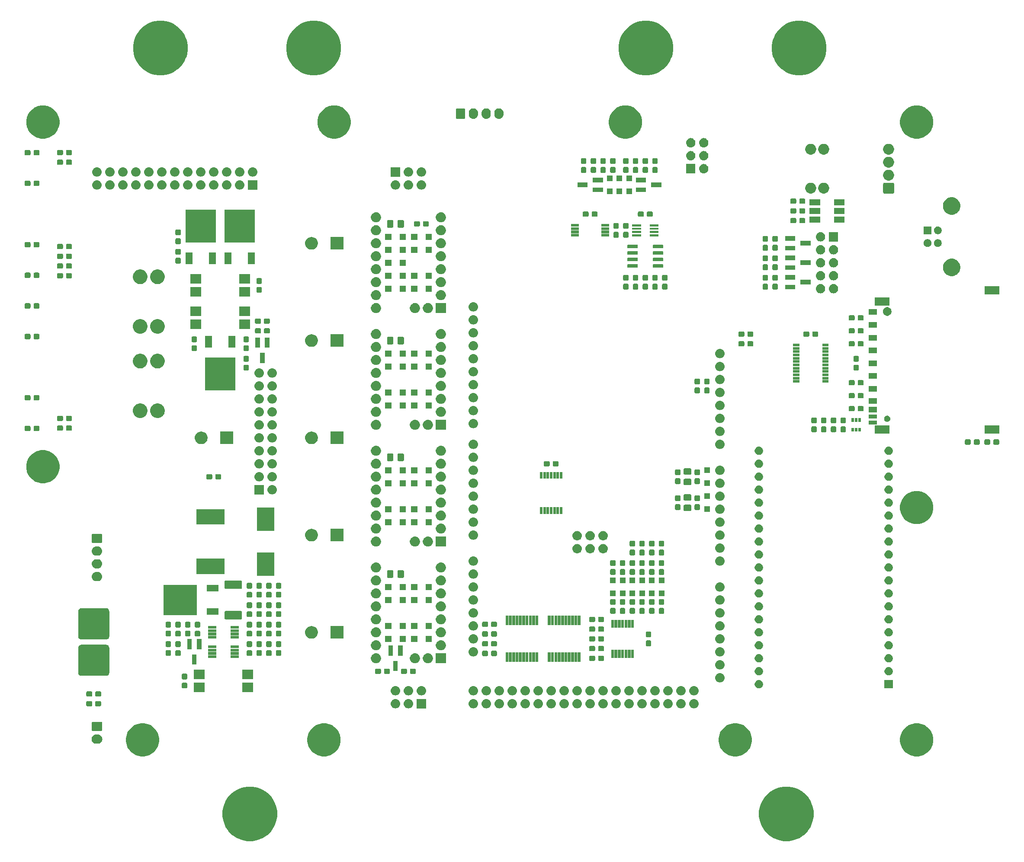
<source format=gbr>
G04 #@! TF.GenerationSoftware,KiCad,Pcbnew,(5.1.4)-1*
G04 #@! TF.CreationDate,2020-03-28T02:45:04-04:00*
G04 #@! TF.ProjectId,quickstep_controller,71756963-6b73-4746-9570-5f636f6e7472,rev?*
G04 #@! TF.SameCoordinates,Original*
G04 #@! TF.FileFunction,Soldermask,Top*
G04 #@! TF.FilePolarity,Negative*
%FSLAX46Y46*%
G04 Gerber Fmt 4.6, Leading zero omitted, Abs format (unit mm)*
G04 Created by KiCad (PCBNEW (5.1.4)-1) date 2020-03-28 02:45:04*
%MOMM*%
%LPD*%
G04 APERTURE LIST*
%ADD10C,0.100000*%
G04 APERTURE END LIST*
D10*
G36*
X291560771Y-244854828D02*
G01*
X292197816Y-245118701D01*
X292534558Y-245258184D01*
X293264212Y-245745724D01*
X293410936Y-245843762D01*
X294156238Y-246589064D01*
X294156239Y-246589066D01*
X294741816Y-247465442D01*
X294881299Y-247802184D01*
X295145172Y-248439229D01*
X295350800Y-249472992D01*
X295350800Y-250527008D01*
X295145172Y-251560771D01*
X294881299Y-252197816D01*
X294741816Y-252534558D01*
X294254276Y-253264212D01*
X294156238Y-253410936D01*
X293410936Y-254156238D01*
X293264212Y-254254276D01*
X292534558Y-254741816D01*
X292197816Y-254881299D01*
X291560771Y-255145172D01*
X290527008Y-255350800D01*
X289472992Y-255350800D01*
X288439229Y-255145172D01*
X287802184Y-254881299D01*
X287465442Y-254741816D01*
X286735788Y-254254276D01*
X286589064Y-254156238D01*
X285843762Y-253410936D01*
X285745724Y-253264212D01*
X285258184Y-252534558D01*
X285118701Y-252197816D01*
X284854828Y-251560771D01*
X284649200Y-250527008D01*
X284649200Y-249472992D01*
X284854828Y-248439229D01*
X285118701Y-247802184D01*
X285258184Y-247465442D01*
X285843761Y-246589066D01*
X285843762Y-246589064D01*
X286589064Y-245843762D01*
X286735788Y-245745724D01*
X287465442Y-245258184D01*
X287802184Y-245118701D01*
X288439229Y-244854828D01*
X289472992Y-244649200D01*
X290527008Y-244649200D01*
X291560771Y-244854828D01*
X291560771Y-244854828D01*
G37*
G36*
X186560771Y-244854828D02*
G01*
X187197816Y-245118701D01*
X187534558Y-245258184D01*
X188264212Y-245745724D01*
X188410936Y-245843762D01*
X189156238Y-246589064D01*
X189156239Y-246589066D01*
X189741816Y-247465442D01*
X189881299Y-247802184D01*
X190145172Y-248439229D01*
X190350800Y-249472992D01*
X190350800Y-250527008D01*
X190145172Y-251560771D01*
X189881299Y-252197816D01*
X189741816Y-252534558D01*
X189254276Y-253264212D01*
X189156238Y-253410936D01*
X188410936Y-254156238D01*
X188264212Y-254254276D01*
X187534558Y-254741816D01*
X187197816Y-254881299D01*
X186560771Y-255145172D01*
X185527008Y-255350800D01*
X184472992Y-255350800D01*
X183439229Y-255145172D01*
X182802184Y-254881299D01*
X182465442Y-254741816D01*
X181735788Y-254254276D01*
X181589064Y-254156238D01*
X180843762Y-253410936D01*
X180745724Y-253264212D01*
X180258184Y-252534558D01*
X180118701Y-252197816D01*
X179854828Y-251560771D01*
X179649200Y-250527008D01*
X179649200Y-249472992D01*
X179854828Y-248439229D01*
X180118701Y-247802184D01*
X180258184Y-247465442D01*
X180843761Y-246589066D01*
X180843762Y-246589064D01*
X181589064Y-245843762D01*
X181735788Y-245745724D01*
X182465442Y-245258184D01*
X182802184Y-245118701D01*
X183439229Y-244854828D01*
X184472992Y-244649200D01*
X185527008Y-244649200D01*
X186560771Y-244854828D01*
X186560771Y-244854828D01*
G37*
G36*
X200448223Y-232374127D02*
G01*
X200778198Y-232510807D01*
X201039835Y-232619180D01*
X201572262Y-232974937D01*
X202025063Y-233427738D01*
X202380820Y-233960165D01*
X202489193Y-234221802D01*
X202625873Y-234551777D01*
X202750800Y-235179824D01*
X202750800Y-235820176D01*
X202625873Y-236448223D01*
X202489193Y-236778198D01*
X202380820Y-237039835D01*
X202025063Y-237572262D01*
X201572262Y-238025063D01*
X201039835Y-238380820D01*
X200778198Y-238489193D01*
X200448223Y-238625873D01*
X199820176Y-238750800D01*
X199179824Y-238750800D01*
X198551777Y-238625873D01*
X198221802Y-238489193D01*
X197960165Y-238380820D01*
X197427738Y-238025063D01*
X196974937Y-237572262D01*
X196619180Y-237039835D01*
X196510807Y-236778198D01*
X196374127Y-236448223D01*
X196249200Y-235820176D01*
X196249200Y-235179824D01*
X196374127Y-234551777D01*
X196510807Y-234221802D01*
X196619180Y-233960165D01*
X196974937Y-233427738D01*
X197427738Y-232974937D01*
X197960165Y-232619180D01*
X198221802Y-232510807D01*
X198551777Y-232374127D01*
X199179824Y-232249200D01*
X199820176Y-232249200D01*
X200448223Y-232374127D01*
X200448223Y-232374127D01*
G37*
G36*
X164948223Y-232374127D02*
G01*
X165278198Y-232510807D01*
X165539835Y-232619180D01*
X166072262Y-232974937D01*
X166525063Y-233427738D01*
X166880820Y-233960165D01*
X166989193Y-234221802D01*
X167125873Y-234551777D01*
X167250800Y-235179824D01*
X167250800Y-235820176D01*
X167125873Y-236448223D01*
X166989193Y-236778198D01*
X166880820Y-237039835D01*
X166525063Y-237572262D01*
X166072262Y-238025063D01*
X165539835Y-238380820D01*
X165278198Y-238489193D01*
X164948223Y-238625873D01*
X164320176Y-238750800D01*
X163679824Y-238750800D01*
X163051777Y-238625873D01*
X162721802Y-238489193D01*
X162460165Y-238380820D01*
X161927738Y-238025063D01*
X161474937Y-237572262D01*
X161119180Y-237039835D01*
X161010807Y-236778198D01*
X160874127Y-236448223D01*
X160749200Y-235820176D01*
X160749200Y-235179824D01*
X160874127Y-234551777D01*
X161010807Y-234221802D01*
X161119180Y-233960165D01*
X161474937Y-233427738D01*
X161927738Y-232974937D01*
X162460165Y-232619180D01*
X162721802Y-232510807D01*
X163051777Y-232374127D01*
X163679824Y-232249200D01*
X164320176Y-232249200D01*
X164948223Y-232374127D01*
X164948223Y-232374127D01*
G37*
G36*
X316448223Y-232374127D02*
G01*
X316778198Y-232510807D01*
X317039835Y-232619180D01*
X317572262Y-232974937D01*
X318025063Y-233427738D01*
X318380820Y-233960165D01*
X318489193Y-234221802D01*
X318625873Y-234551777D01*
X318750800Y-235179824D01*
X318750800Y-235820176D01*
X318625873Y-236448223D01*
X318489193Y-236778198D01*
X318380820Y-237039835D01*
X318025063Y-237572262D01*
X317572262Y-238025063D01*
X317039835Y-238380820D01*
X316778198Y-238489193D01*
X316448223Y-238625873D01*
X315820176Y-238750800D01*
X315179824Y-238750800D01*
X314551777Y-238625873D01*
X314221802Y-238489193D01*
X313960165Y-238380820D01*
X313427738Y-238025063D01*
X312974937Y-237572262D01*
X312619180Y-237039835D01*
X312510807Y-236778198D01*
X312374127Y-236448223D01*
X312249200Y-235820176D01*
X312249200Y-235179824D01*
X312374127Y-234551777D01*
X312510807Y-234221802D01*
X312619180Y-233960165D01*
X312974937Y-233427738D01*
X313427738Y-232974937D01*
X313960165Y-232619180D01*
X314221802Y-232510807D01*
X314551777Y-232374127D01*
X315179824Y-232249200D01*
X315820176Y-232249200D01*
X316448223Y-232374127D01*
X316448223Y-232374127D01*
G37*
G36*
X280948223Y-232374127D02*
G01*
X281278198Y-232510807D01*
X281539835Y-232619180D01*
X282072262Y-232974937D01*
X282525063Y-233427738D01*
X282880820Y-233960165D01*
X282989193Y-234221802D01*
X283125873Y-234551777D01*
X283250800Y-235179824D01*
X283250800Y-235820176D01*
X283125873Y-236448223D01*
X282989193Y-236778198D01*
X282880820Y-237039835D01*
X282525063Y-237572262D01*
X282072262Y-238025063D01*
X281539835Y-238380820D01*
X281278198Y-238489193D01*
X280948223Y-238625873D01*
X280320176Y-238750800D01*
X279679824Y-238750800D01*
X279051777Y-238625873D01*
X278721802Y-238489193D01*
X278460165Y-238380820D01*
X277927738Y-238025063D01*
X277474937Y-237572262D01*
X277119180Y-237039835D01*
X277010807Y-236778198D01*
X276874127Y-236448223D01*
X276749200Y-235820176D01*
X276749200Y-235179824D01*
X276874127Y-234551777D01*
X277010807Y-234221802D01*
X277119180Y-233960165D01*
X277474937Y-233427738D01*
X277927738Y-232974937D01*
X278460165Y-232619180D01*
X278721802Y-232510807D01*
X279051777Y-232374127D01*
X279679824Y-232249200D01*
X280320176Y-232249200D01*
X280948223Y-232374127D01*
X280948223Y-232374127D01*
G37*
G36*
X155406588Y-234467234D02*
G01*
X155406591Y-234467235D01*
X155576388Y-234518742D01*
X155732878Y-234602388D01*
X155870043Y-234714957D01*
X155982612Y-234852122D01*
X156066258Y-235008612D01*
X156111875Y-235158992D01*
X156117766Y-235178412D01*
X156135158Y-235355000D01*
X156117766Y-235531588D01*
X156117765Y-235531591D01*
X156066258Y-235701388D01*
X155982612Y-235857878D01*
X155870043Y-235995043D01*
X155732878Y-236107612D01*
X155576388Y-236191258D01*
X155426008Y-236236875D01*
X155406588Y-236242766D01*
X155274249Y-236255800D01*
X154885751Y-236255800D01*
X154753412Y-236242766D01*
X154733992Y-236236875D01*
X154583612Y-236191258D01*
X154427122Y-236107612D01*
X154289957Y-235995043D01*
X154177388Y-235857878D01*
X154093742Y-235701388D01*
X154042235Y-235531591D01*
X154042234Y-235531588D01*
X154024842Y-235355000D01*
X154042234Y-235178412D01*
X154048125Y-235158992D01*
X154093742Y-235008612D01*
X154177388Y-234852122D01*
X154289957Y-234714957D01*
X154427122Y-234602388D01*
X154583612Y-234518742D01*
X154753409Y-234467235D01*
X154753412Y-234467234D01*
X154885751Y-234454200D01*
X155274249Y-234454200D01*
X155406588Y-234467234D01*
X155406588Y-234467234D01*
G37*
G36*
X155931957Y-231959067D02*
G01*
X155978266Y-231973115D01*
X156020951Y-231995931D01*
X156058365Y-232026635D01*
X156089069Y-232064049D01*
X156111885Y-232106734D01*
X156125933Y-232153043D01*
X156130800Y-232202462D01*
X156130800Y-233507538D01*
X156125933Y-233556957D01*
X156111885Y-233603266D01*
X156089069Y-233645951D01*
X156058365Y-233683365D01*
X156020951Y-233714069D01*
X155978266Y-233736885D01*
X155931957Y-233750933D01*
X155882538Y-233755800D01*
X154277462Y-233755800D01*
X154228043Y-233750933D01*
X154181734Y-233736885D01*
X154139049Y-233714069D01*
X154101635Y-233683365D01*
X154070931Y-233645951D01*
X154048115Y-233603266D01*
X154034067Y-233556957D01*
X154029200Y-233507538D01*
X154029200Y-232202462D01*
X154034067Y-232153043D01*
X154048115Y-232106734D01*
X154070931Y-232064049D01*
X154101635Y-232026635D01*
X154139049Y-231995931D01*
X154181734Y-231973115D01*
X154228043Y-231959067D01*
X154277462Y-231954200D01*
X155882538Y-231954200D01*
X155931957Y-231959067D01*
X155931957Y-231959067D01*
G37*
G36*
X261838502Y-227498908D02*
G01*
X261939257Y-227508831D01*
X262111617Y-227561116D01*
X262270471Y-227646025D01*
X262319833Y-227686536D01*
X262409707Y-227760293D01*
X262483464Y-227850167D01*
X262523975Y-227899529D01*
X262608884Y-228058383D01*
X262661169Y-228230743D01*
X262678824Y-228410000D01*
X262661169Y-228589257D01*
X262608884Y-228761617D01*
X262523975Y-228920471D01*
X262483464Y-228969833D01*
X262409707Y-229059707D01*
X262319833Y-229133464D01*
X262270471Y-229173975D01*
X262111617Y-229258884D01*
X261939257Y-229311169D01*
X261838502Y-229321092D01*
X261804918Y-229324400D01*
X261715082Y-229324400D01*
X261681498Y-229321092D01*
X261580743Y-229311169D01*
X261408383Y-229258884D01*
X261249529Y-229173975D01*
X261200167Y-229133464D01*
X261110293Y-229059707D01*
X261036536Y-228969833D01*
X260996025Y-228920471D01*
X260911116Y-228761617D01*
X260858831Y-228589257D01*
X260841176Y-228410000D01*
X260858831Y-228230743D01*
X260911116Y-228058383D01*
X260996025Y-227899529D01*
X261036536Y-227850167D01*
X261110293Y-227760293D01*
X261200167Y-227686536D01*
X261249529Y-227646025D01*
X261408383Y-227561116D01*
X261580743Y-227508831D01*
X261681498Y-227498908D01*
X261715082Y-227495600D01*
X261804918Y-227495600D01*
X261838502Y-227498908D01*
X261838502Y-227498908D01*
G37*
G36*
X228818502Y-227498908D02*
G01*
X228919257Y-227508831D01*
X229091617Y-227561116D01*
X229250471Y-227646025D01*
X229299833Y-227686536D01*
X229389707Y-227760293D01*
X229463464Y-227850167D01*
X229503975Y-227899529D01*
X229588884Y-228058383D01*
X229641169Y-228230743D01*
X229658824Y-228410000D01*
X229641169Y-228589257D01*
X229588884Y-228761617D01*
X229503975Y-228920471D01*
X229463464Y-228969833D01*
X229389707Y-229059707D01*
X229299833Y-229133464D01*
X229250471Y-229173975D01*
X229091617Y-229258884D01*
X228919257Y-229311169D01*
X228818502Y-229321092D01*
X228784918Y-229324400D01*
X228695082Y-229324400D01*
X228661498Y-229321092D01*
X228560743Y-229311169D01*
X228388383Y-229258884D01*
X228229529Y-229173975D01*
X228180167Y-229133464D01*
X228090293Y-229059707D01*
X228016536Y-228969833D01*
X227976025Y-228920471D01*
X227891116Y-228761617D01*
X227838831Y-228589257D01*
X227821176Y-228410000D01*
X227838831Y-228230743D01*
X227891116Y-228058383D01*
X227976025Y-227899529D01*
X228016536Y-227850167D01*
X228090293Y-227760293D01*
X228180167Y-227686536D01*
X228229529Y-227646025D01*
X228388383Y-227561116D01*
X228560743Y-227508831D01*
X228661498Y-227498908D01*
X228695082Y-227495600D01*
X228784918Y-227495600D01*
X228818502Y-227498908D01*
X228818502Y-227498908D01*
G37*
G36*
X231358502Y-227498908D02*
G01*
X231459257Y-227508831D01*
X231631617Y-227561116D01*
X231790471Y-227646025D01*
X231839833Y-227686536D01*
X231929707Y-227760293D01*
X232003464Y-227850167D01*
X232043975Y-227899529D01*
X232128884Y-228058383D01*
X232181169Y-228230743D01*
X232198824Y-228410000D01*
X232181169Y-228589257D01*
X232128884Y-228761617D01*
X232043975Y-228920471D01*
X232003464Y-228969833D01*
X231929707Y-229059707D01*
X231839833Y-229133464D01*
X231790471Y-229173975D01*
X231631617Y-229258884D01*
X231459257Y-229311169D01*
X231358502Y-229321092D01*
X231324918Y-229324400D01*
X231235082Y-229324400D01*
X231201498Y-229321092D01*
X231100743Y-229311169D01*
X230928383Y-229258884D01*
X230769529Y-229173975D01*
X230720167Y-229133464D01*
X230630293Y-229059707D01*
X230556536Y-228969833D01*
X230516025Y-228920471D01*
X230431116Y-228761617D01*
X230378831Y-228589257D01*
X230361176Y-228410000D01*
X230378831Y-228230743D01*
X230431116Y-228058383D01*
X230516025Y-227899529D01*
X230556536Y-227850167D01*
X230630293Y-227760293D01*
X230720167Y-227686536D01*
X230769529Y-227646025D01*
X230928383Y-227561116D01*
X231100743Y-227508831D01*
X231201498Y-227498908D01*
X231235082Y-227495600D01*
X231324918Y-227495600D01*
X231358502Y-227498908D01*
X231358502Y-227498908D01*
G37*
G36*
X233898502Y-227498908D02*
G01*
X233999257Y-227508831D01*
X234171617Y-227561116D01*
X234330471Y-227646025D01*
X234379833Y-227686536D01*
X234469707Y-227760293D01*
X234543464Y-227850167D01*
X234583975Y-227899529D01*
X234668884Y-228058383D01*
X234721169Y-228230743D01*
X234738824Y-228410000D01*
X234721169Y-228589257D01*
X234668884Y-228761617D01*
X234583975Y-228920471D01*
X234543464Y-228969833D01*
X234469707Y-229059707D01*
X234379833Y-229133464D01*
X234330471Y-229173975D01*
X234171617Y-229258884D01*
X233999257Y-229311169D01*
X233898502Y-229321092D01*
X233864918Y-229324400D01*
X233775082Y-229324400D01*
X233741498Y-229321092D01*
X233640743Y-229311169D01*
X233468383Y-229258884D01*
X233309529Y-229173975D01*
X233260167Y-229133464D01*
X233170293Y-229059707D01*
X233096536Y-228969833D01*
X233056025Y-228920471D01*
X232971116Y-228761617D01*
X232918831Y-228589257D01*
X232901176Y-228410000D01*
X232918831Y-228230743D01*
X232971116Y-228058383D01*
X233056025Y-227899529D01*
X233096536Y-227850167D01*
X233170293Y-227760293D01*
X233260167Y-227686536D01*
X233309529Y-227646025D01*
X233468383Y-227561116D01*
X233640743Y-227508831D01*
X233741498Y-227498908D01*
X233775082Y-227495600D01*
X233864918Y-227495600D01*
X233898502Y-227498908D01*
X233898502Y-227498908D01*
G37*
G36*
X236438502Y-227498908D02*
G01*
X236539257Y-227508831D01*
X236711617Y-227561116D01*
X236870471Y-227646025D01*
X236919833Y-227686536D01*
X237009707Y-227760293D01*
X237083464Y-227850167D01*
X237123975Y-227899529D01*
X237208884Y-228058383D01*
X237261169Y-228230743D01*
X237278824Y-228410000D01*
X237261169Y-228589257D01*
X237208884Y-228761617D01*
X237123975Y-228920471D01*
X237083464Y-228969833D01*
X237009707Y-229059707D01*
X236919833Y-229133464D01*
X236870471Y-229173975D01*
X236711617Y-229258884D01*
X236539257Y-229311169D01*
X236438502Y-229321092D01*
X236404918Y-229324400D01*
X236315082Y-229324400D01*
X236281498Y-229321092D01*
X236180743Y-229311169D01*
X236008383Y-229258884D01*
X235849529Y-229173975D01*
X235800167Y-229133464D01*
X235710293Y-229059707D01*
X235636536Y-228969833D01*
X235596025Y-228920471D01*
X235511116Y-228761617D01*
X235458831Y-228589257D01*
X235441176Y-228410000D01*
X235458831Y-228230743D01*
X235511116Y-228058383D01*
X235596025Y-227899529D01*
X235636536Y-227850167D01*
X235710293Y-227760293D01*
X235800167Y-227686536D01*
X235849529Y-227646025D01*
X236008383Y-227561116D01*
X236180743Y-227508831D01*
X236281498Y-227498908D01*
X236315082Y-227495600D01*
X236404918Y-227495600D01*
X236438502Y-227498908D01*
X236438502Y-227498908D01*
G37*
G36*
X238978502Y-227498908D02*
G01*
X239079257Y-227508831D01*
X239251617Y-227561116D01*
X239410471Y-227646025D01*
X239459833Y-227686536D01*
X239549707Y-227760293D01*
X239623464Y-227850167D01*
X239663975Y-227899529D01*
X239748884Y-228058383D01*
X239801169Y-228230743D01*
X239818824Y-228410000D01*
X239801169Y-228589257D01*
X239748884Y-228761617D01*
X239663975Y-228920471D01*
X239623464Y-228969833D01*
X239549707Y-229059707D01*
X239459833Y-229133464D01*
X239410471Y-229173975D01*
X239251617Y-229258884D01*
X239079257Y-229311169D01*
X238978502Y-229321092D01*
X238944918Y-229324400D01*
X238855082Y-229324400D01*
X238821498Y-229321092D01*
X238720743Y-229311169D01*
X238548383Y-229258884D01*
X238389529Y-229173975D01*
X238340167Y-229133464D01*
X238250293Y-229059707D01*
X238176536Y-228969833D01*
X238136025Y-228920471D01*
X238051116Y-228761617D01*
X237998831Y-228589257D01*
X237981176Y-228410000D01*
X237998831Y-228230743D01*
X238051116Y-228058383D01*
X238136025Y-227899529D01*
X238176536Y-227850167D01*
X238250293Y-227760293D01*
X238340167Y-227686536D01*
X238389529Y-227646025D01*
X238548383Y-227561116D01*
X238720743Y-227508831D01*
X238821498Y-227498908D01*
X238855082Y-227495600D01*
X238944918Y-227495600D01*
X238978502Y-227498908D01*
X238978502Y-227498908D01*
G37*
G36*
X241518502Y-227498908D02*
G01*
X241619257Y-227508831D01*
X241791617Y-227561116D01*
X241950471Y-227646025D01*
X241999833Y-227686536D01*
X242089707Y-227760293D01*
X242163464Y-227850167D01*
X242203975Y-227899529D01*
X242288884Y-228058383D01*
X242341169Y-228230743D01*
X242358824Y-228410000D01*
X242341169Y-228589257D01*
X242288884Y-228761617D01*
X242203975Y-228920471D01*
X242163464Y-228969833D01*
X242089707Y-229059707D01*
X241999833Y-229133464D01*
X241950471Y-229173975D01*
X241791617Y-229258884D01*
X241619257Y-229311169D01*
X241518502Y-229321092D01*
X241484918Y-229324400D01*
X241395082Y-229324400D01*
X241361498Y-229321092D01*
X241260743Y-229311169D01*
X241088383Y-229258884D01*
X240929529Y-229173975D01*
X240880167Y-229133464D01*
X240790293Y-229059707D01*
X240716536Y-228969833D01*
X240676025Y-228920471D01*
X240591116Y-228761617D01*
X240538831Y-228589257D01*
X240521176Y-228410000D01*
X240538831Y-228230743D01*
X240591116Y-228058383D01*
X240676025Y-227899529D01*
X240716536Y-227850167D01*
X240790293Y-227760293D01*
X240880167Y-227686536D01*
X240929529Y-227646025D01*
X241088383Y-227561116D01*
X241260743Y-227508831D01*
X241361498Y-227498908D01*
X241395082Y-227495600D01*
X241484918Y-227495600D01*
X241518502Y-227498908D01*
X241518502Y-227498908D01*
G37*
G36*
X244058502Y-227498908D02*
G01*
X244159257Y-227508831D01*
X244331617Y-227561116D01*
X244490471Y-227646025D01*
X244539833Y-227686536D01*
X244629707Y-227760293D01*
X244703464Y-227850167D01*
X244743975Y-227899529D01*
X244828884Y-228058383D01*
X244881169Y-228230743D01*
X244898824Y-228410000D01*
X244881169Y-228589257D01*
X244828884Y-228761617D01*
X244743975Y-228920471D01*
X244703464Y-228969833D01*
X244629707Y-229059707D01*
X244539833Y-229133464D01*
X244490471Y-229173975D01*
X244331617Y-229258884D01*
X244159257Y-229311169D01*
X244058502Y-229321092D01*
X244024918Y-229324400D01*
X243935082Y-229324400D01*
X243901498Y-229321092D01*
X243800743Y-229311169D01*
X243628383Y-229258884D01*
X243469529Y-229173975D01*
X243420167Y-229133464D01*
X243330293Y-229059707D01*
X243256536Y-228969833D01*
X243216025Y-228920471D01*
X243131116Y-228761617D01*
X243078831Y-228589257D01*
X243061176Y-228410000D01*
X243078831Y-228230743D01*
X243131116Y-228058383D01*
X243216025Y-227899529D01*
X243256536Y-227850167D01*
X243330293Y-227760293D01*
X243420167Y-227686536D01*
X243469529Y-227646025D01*
X243628383Y-227561116D01*
X243800743Y-227508831D01*
X243901498Y-227498908D01*
X243935082Y-227495600D01*
X244024918Y-227495600D01*
X244058502Y-227498908D01*
X244058502Y-227498908D01*
G37*
G36*
X246598502Y-227498908D02*
G01*
X246699257Y-227508831D01*
X246871617Y-227561116D01*
X247030471Y-227646025D01*
X247079833Y-227686536D01*
X247169707Y-227760293D01*
X247243464Y-227850167D01*
X247283975Y-227899529D01*
X247368884Y-228058383D01*
X247421169Y-228230743D01*
X247438824Y-228410000D01*
X247421169Y-228589257D01*
X247368884Y-228761617D01*
X247283975Y-228920471D01*
X247243464Y-228969833D01*
X247169707Y-229059707D01*
X247079833Y-229133464D01*
X247030471Y-229173975D01*
X246871617Y-229258884D01*
X246699257Y-229311169D01*
X246598502Y-229321092D01*
X246564918Y-229324400D01*
X246475082Y-229324400D01*
X246441498Y-229321092D01*
X246340743Y-229311169D01*
X246168383Y-229258884D01*
X246009529Y-229173975D01*
X245960167Y-229133464D01*
X245870293Y-229059707D01*
X245796536Y-228969833D01*
X245756025Y-228920471D01*
X245671116Y-228761617D01*
X245618831Y-228589257D01*
X245601176Y-228410000D01*
X245618831Y-228230743D01*
X245671116Y-228058383D01*
X245756025Y-227899529D01*
X245796536Y-227850167D01*
X245870293Y-227760293D01*
X245960167Y-227686536D01*
X246009529Y-227646025D01*
X246168383Y-227561116D01*
X246340743Y-227508831D01*
X246441498Y-227498908D01*
X246475082Y-227495600D01*
X246564918Y-227495600D01*
X246598502Y-227498908D01*
X246598502Y-227498908D01*
G37*
G36*
X249138502Y-227498908D02*
G01*
X249239257Y-227508831D01*
X249411617Y-227561116D01*
X249570471Y-227646025D01*
X249619833Y-227686536D01*
X249709707Y-227760293D01*
X249783464Y-227850167D01*
X249823975Y-227899529D01*
X249908884Y-228058383D01*
X249961169Y-228230743D01*
X249978824Y-228410000D01*
X249961169Y-228589257D01*
X249908884Y-228761617D01*
X249823975Y-228920471D01*
X249783464Y-228969833D01*
X249709707Y-229059707D01*
X249619833Y-229133464D01*
X249570471Y-229173975D01*
X249411617Y-229258884D01*
X249239257Y-229311169D01*
X249138502Y-229321092D01*
X249104918Y-229324400D01*
X249015082Y-229324400D01*
X248981498Y-229321092D01*
X248880743Y-229311169D01*
X248708383Y-229258884D01*
X248549529Y-229173975D01*
X248500167Y-229133464D01*
X248410293Y-229059707D01*
X248336536Y-228969833D01*
X248296025Y-228920471D01*
X248211116Y-228761617D01*
X248158831Y-228589257D01*
X248141176Y-228410000D01*
X248158831Y-228230743D01*
X248211116Y-228058383D01*
X248296025Y-227899529D01*
X248336536Y-227850167D01*
X248410293Y-227760293D01*
X248500167Y-227686536D01*
X248549529Y-227646025D01*
X248708383Y-227561116D01*
X248880743Y-227508831D01*
X248981498Y-227498908D01*
X249015082Y-227495600D01*
X249104918Y-227495600D01*
X249138502Y-227498908D01*
X249138502Y-227498908D01*
G37*
G36*
X251678502Y-227498908D02*
G01*
X251779257Y-227508831D01*
X251951617Y-227561116D01*
X252110471Y-227646025D01*
X252159833Y-227686536D01*
X252249707Y-227760293D01*
X252323464Y-227850167D01*
X252363975Y-227899529D01*
X252448884Y-228058383D01*
X252501169Y-228230743D01*
X252518824Y-228410000D01*
X252501169Y-228589257D01*
X252448884Y-228761617D01*
X252363975Y-228920471D01*
X252323464Y-228969833D01*
X252249707Y-229059707D01*
X252159833Y-229133464D01*
X252110471Y-229173975D01*
X251951617Y-229258884D01*
X251779257Y-229311169D01*
X251678502Y-229321092D01*
X251644918Y-229324400D01*
X251555082Y-229324400D01*
X251521498Y-229321092D01*
X251420743Y-229311169D01*
X251248383Y-229258884D01*
X251089529Y-229173975D01*
X251040167Y-229133464D01*
X250950293Y-229059707D01*
X250876536Y-228969833D01*
X250836025Y-228920471D01*
X250751116Y-228761617D01*
X250698831Y-228589257D01*
X250681176Y-228410000D01*
X250698831Y-228230743D01*
X250751116Y-228058383D01*
X250836025Y-227899529D01*
X250876536Y-227850167D01*
X250950293Y-227760293D01*
X251040167Y-227686536D01*
X251089529Y-227646025D01*
X251248383Y-227561116D01*
X251420743Y-227508831D01*
X251521498Y-227498908D01*
X251555082Y-227495600D01*
X251644918Y-227495600D01*
X251678502Y-227498908D01*
X251678502Y-227498908D01*
G37*
G36*
X256758502Y-227498908D02*
G01*
X256859257Y-227508831D01*
X257031617Y-227561116D01*
X257190471Y-227646025D01*
X257239833Y-227686536D01*
X257329707Y-227760293D01*
X257403464Y-227850167D01*
X257443975Y-227899529D01*
X257528884Y-228058383D01*
X257581169Y-228230743D01*
X257598824Y-228410000D01*
X257581169Y-228589257D01*
X257528884Y-228761617D01*
X257443975Y-228920471D01*
X257403464Y-228969833D01*
X257329707Y-229059707D01*
X257239833Y-229133464D01*
X257190471Y-229173975D01*
X257031617Y-229258884D01*
X256859257Y-229311169D01*
X256758502Y-229321092D01*
X256724918Y-229324400D01*
X256635082Y-229324400D01*
X256601498Y-229321092D01*
X256500743Y-229311169D01*
X256328383Y-229258884D01*
X256169529Y-229173975D01*
X256120167Y-229133464D01*
X256030293Y-229059707D01*
X255956536Y-228969833D01*
X255916025Y-228920471D01*
X255831116Y-228761617D01*
X255778831Y-228589257D01*
X255761176Y-228410000D01*
X255778831Y-228230743D01*
X255831116Y-228058383D01*
X255916025Y-227899529D01*
X255956536Y-227850167D01*
X256030293Y-227760293D01*
X256120167Y-227686536D01*
X256169529Y-227646025D01*
X256328383Y-227561116D01*
X256500743Y-227508831D01*
X256601498Y-227498908D01*
X256635082Y-227495600D01*
X256724918Y-227495600D01*
X256758502Y-227498908D01*
X256758502Y-227498908D01*
G37*
G36*
X259298502Y-227498908D02*
G01*
X259399257Y-227508831D01*
X259571617Y-227561116D01*
X259730471Y-227646025D01*
X259779833Y-227686536D01*
X259869707Y-227760293D01*
X259943464Y-227850167D01*
X259983975Y-227899529D01*
X260068884Y-228058383D01*
X260121169Y-228230743D01*
X260138824Y-228410000D01*
X260121169Y-228589257D01*
X260068884Y-228761617D01*
X259983975Y-228920471D01*
X259943464Y-228969833D01*
X259869707Y-229059707D01*
X259779833Y-229133464D01*
X259730471Y-229173975D01*
X259571617Y-229258884D01*
X259399257Y-229311169D01*
X259298502Y-229321092D01*
X259264918Y-229324400D01*
X259175082Y-229324400D01*
X259141498Y-229321092D01*
X259040743Y-229311169D01*
X258868383Y-229258884D01*
X258709529Y-229173975D01*
X258660167Y-229133464D01*
X258570293Y-229059707D01*
X258496536Y-228969833D01*
X258456025Y-228920471D01*
X258371116Y-228761617D01*
X258318831Y-228589257D01*
X258301176Y-228410000D01*
X258318831Y-228230743D01*
X258371116Y-228058383D01*
X258456025Y-227899529D01*
X258496536Y-227850167D01*
X258570293Y-227760293D01*
X258660167Y-227686536D01*
X258709529Y-227646025D01*
X258868383Y-227561116D01*
X259040743Y-227508831D01*
X259141498Y-227498908D01*
X259175082Y-227495600D01*
X259264918Y-227495600D01*
X259298502Y-227498908D01*
X259298502Y-227498908D01*
G37*
G36*
X264378502Y-227498908D02*
G01*
X264479257Y-227508831D01*
X264651617Y-227561116D01*
X264810471Y-227646025D01*
X264859833Y-227686536D01*
X264949707Y-227760293D01*
X265023464Y-227850167D01*
X265063975Y-227899529D01*
X265148884Y-228058383D01*
X265201169Y-228230743D01*
X265218824Y-228410000D01*
X265201169Y-228589257D01*
X265148884Y-228761617D01*
X265063975Y-228920471D01*
X265023464Y-228969833D01*
X264949707Y-229059707D01*
X264859833Y-229133464D01*
X264810471Y-229173975D01*
X264651617Y-229258884D01*
X264479257Y-229311169D01*
X264378502Y-229321092D01*
X264344918Y-229324400D01*
X264255082Y-229324400D01*
X264221498Y-229321092D01*
X264120743Y-229311169D01*
X263948383Y-229258884D01*
X263789529Y-229173975D01*
X263740167Y-229133464D01*
X263650293Y-229059707D01*
X263576536Y-228969833D01*
X263536025Y-228920471D01*
X263451116Y-228761617D01*
X263398831Y-228589257D01*
X263381176Y-228410000D01*
X263398831Y-228230743D01*
X263451116Y-228058383D01*
X263536025Y-227899529D01*
X263576536Y-227850167D01*
X263650293Y-227760293D01*
X263740167Y-227686536D01*
X263789529Y-227646025D01*
X263948383Y-227561116D01*
X264120743Y-227508831D01*
X264221498Y-227498908D01*
X264255082Y-227495600D01*
X264344918Y-227495600D01*
X264378502Y-227498908D01*
X264378502Y-227498908D01*
G37*
G36*
X266918502Y-227498908D02*
G01*
X267019257Y-227508831D01*
X267191617Y-227561116D01*
X267350471Y-227646025D01*
X267399833Y-227686536D01*
X267489707Y-227760293D01*
X267563464Y-227850167D01*
X267603975Y-227899529D01*
X267688884Y-228058383D01*
X267741169Y-228230743D01*
X267758824Y-228410000D01*
X267741169Y-228589257D01*
X267688884Y-228761617D01*
X267603975Y-228920471D01*
X267563464Y-228969833D01*
X267489707Y-229059707D01*
X267399833Y-229133464D01*
X267350471Y-229173975D01*
X267191617Y-229258884D01*
X267019257Y-229311169D01*
X266918502Y-229321092D01*
X266884918Y-229324400D01*
X266795082Y-229324400D01*
X266761498Y-229321092D01*
X266660743Y-229311169D01*
X266488383Y-229258884D01*
X266329529Y-229173975D01*
X266280167Y-229133464D01*
X266190293Y-229059707D01*
X266116536Y-228969833D01*
X266076025Y-228920471D01*
X265991116Y-228761617D01*
X265938831Y-228589257D01*
X265921176Y-228410000D01*
X265938831Y-228230743D01*
X265991116Y-228058383D01*
X266076025Y-227899529D01*
X266116536Y-227850167D01*
X266190293Y-227760293D01*
X266280167Y-227686536D01*
X266329529Y-227646025D01*
X266488383Y-227561116D01*
X266660743Y-227508831D01*
X266761498Y-227498908D01*
X266795082Y-227495600D01*
X266884918Y-227495600D01*
X266918502Y-227498908D01*
X266918502Y-227498908D01*
G37*
G36*
X269458502Y-227498908D02*
G01*
X269559257Y-227508831D01*
X269731617Y-227561116D01*
X269890471Y-227646025D01*
X269939833Y-227686536D01*
X270029707Y-227760293D01*
X270103464Y-227850167D01*
X270143975Y-227899529D01*
X270228884Y-228058383D01*
X270281169Y-228230743D01*
X270298824Y-228410000D01*
X270281169Y-228589257D01*
X270228884Y-228761617D01*
X270143975Y-228920471D01*
X270103464Y-228969833D01*
X270029707Y-229059707D01*
X269939833Y-229133464D01*
X269890471Y-229173975D01*
X269731617Y-229258884D01*
X269559257Y-229311169D01*
X269458502Y-229321092D01*
X269424918Y-229324400D01*
X269335082Y-229324400D01*
X269301498Y-229321092D01*
X269200743Y-229311169D01*
X269028383Y-229258884D01*
X268869529Y-229173975D01*
X268820167Y-229133464D01*
X268730293Y-229059707D01*
X268656536Y-228969833D01*
X268616025Y-228920471D01*
X268531116Y-228761617D01*
X268478831Y-228589257D01*
X268461176Y-228410000D01*
X268478831Y-228230743D01*
X268531116Y-228058383D01*
X268616025Y-227899529D01*
X268656536Y-227850167D01*
X268730293Y-227760293D01*
X268820167Y-227686536D01*
X268869529Y-227646025D01*
X269028383Y-227561116D01*
X269200743Y-227508831D01*
X269301498Y-227498908D01*
X269335082Y-227495600D01*
X269424918Y-227495600D01*
X269458502Y-227498908D01*
X269458502Y-227498908D01*
G37*
G36*
X271998502Y-227498908D02*
G01*
X272099257Y-227508831D01*
X272271617Y-227561116D01*
X272430471Y-227646025D01*
X272479833Y-227686536D01*
X272569707Y-227760293D01*
X272643464Y-227850167D01*
X272683975Y-227899529D01*
X272768884Y-228058383D01*
X272821169Y-228230743D01*
X272838824Y-228410000D01*
X272821169Y-228589257D01*
X272768884Y-228761617D01*
X272683975Y-228920471D01*
X272643464Y-228969833D01*
X272569707Y-229059707D01*
X272479833Y-229133464D01*
X272430471Y-229173975D01*
X272271617Y-229258884D01*
X272099257Y-229311169D01*
X271998502Y-229321092D01*
X271964918Y-229324400D01*
X271875082Y-229324400D01*
X271841498Y-229321092D01*
X271740743Y-229311169D01*
X271568383Y-229258884D01*
X271409529Y-229173975D01*
X271360167Y-229133464D01*
X271270293Y-229059707D01*
X271196536Y-228969833D01*
X271156025Y-228920471D01*
X271071116Y-228761617D01*
X271018831Y-228589257D01*
X271001176Y-228410000D01*
X271018831Y-228230743D01*
X271071116Y-228058383D01*
X271156025Y-227899529D01*
X271196536Y-227850167D01*
X271270293Y-227760293D01*
X271360167Y-227686536D01*
X271409529Y-227646025D01*
X271568383Y-227561116D01*
X271740743Y-227508831D01*
X271841498Y-227498908D01*
X271875082Y-227495600D01*
X271964918Y-227495600D01*
X271998502Y-227498908D01*
X271998502Y-227498908D01*
G37*
G36*
X213578502Y-227498908D02*
G01*
X213679257Y-227508831D01*
X213851617Y-227561116D01*
X214010471Y-227646025D01*
X214059833Y-227686536D01*
X214149707Y-227760293D01*
X214223464Y-227850167D01*
X214263975Y-227899529D01*
X214348884Y-228058383D01*
X214401169Y-228230743D01*
X214418824Y-228410000D01*
X214401169Y-228589257D01*
X214348884Y-228761617D01*
X214263975Y-228920471D01*
X214223464Y-228969833D01*
X214149707Y-229059707D01*
X214059833Y-229133464D01*
X214010471Y-229173975D01*
X213851617Y-229258884D01*
X213679257Y-229311169D01*
X213578502Y-229321092D01*
X213544918Y-229324400D01*
X213455082Y-229324400D01*
X213421498Y-229321092D01*
X213320743Y-229311169D01*
X213148383Y-229258884D01*
X212989529Y-229173975D01*
X212940167Y-229133464D01*
X212850293Y-229059707D01*
X212776536Y-228969833D01*
X212736025Y-228920471D01*
X212651116Y-228761617D01*
X212598831Y-228589257D01*
X212581176Y-228410000D01*
X212598831Y-228230743D01*
X212651116Y-228058383D01*
X212736025Y-227899529D01*
X212776536Y-227850167D01*
X212850293Y-227760293D01*
X212940167Y-227686536D01*
X212989529Y-227646025D01*
X213148383Y-227561116D01*
X213320743Y-227508831D01*
X213421498Y-227498908D01*
X213455082Y-227495600D01*
X213544918Y-227495600D01*
X213578502Y-227498908D01*
X213578502Y-227498908D01*
G37*
G36*
X216118502Y-227498908D02*
G01*
X216219257Y-227508831D01*
X216391617Y-227561116D01*
X216550471Y-227646025D01*
X216599833Y-227686536D01*
X216689707Y-227760293D01*
X216763464Y-227850167D01*
X216803975Y-227899529D01*
X216888884Y-228058383D01*
X216941169Y-228230743D01*
X216958824Y-228410000D01*
X216941169Y-228589257D01*
X216888884Y-228761617D01*
X216803975Y-228920471D01*
X216763464Y-228969833D01*
X216689707Y-229059707D01*
X216599833Y-229133464D01*
X216550471Y-229173975D01*
X216391617Y-229258884D01*
X216219257Y-229311169D01*
X216118502Y-229321092D01*
X216084918Y-229324400D01*
X215995082Y-229324400D01*
X215961498Y-229321092D01*
X215860743Y-229311169D01*
X215688383Y-229258884D01*
X215529529Y-229173975D01*
X215480167Y-229133464D01*
X215390293Y-229059707D01*
X215316536Y-228969833D01*
X215276025Y-228920471D01*
X215191116Y-228761617D01*
X215138831Y-228589257D01*
X215121176Y-228410000D01*
X215138831Y-228230743D01*
X215191116Y-228058383D01*
X215276025Y-227899529D01*
X215316536Y-227850167D01*
X215390293Y-227760293D01*
X215480167Y-227686536D01*
X215529529Y-227646025D01*
X215688383Y-227561116D01*
X215860743Y-227508831D01*
X215961498Y-227498908D01*
X215995082Y-227495600D01*
X216084918Y-227495600D01*
X216118502Y-227498908D01*
X216118502Y-227498908D01*
G37*
G36*
X219494400Y-229324400D02*
G01*
X217665600Y-229324400D01*
X217665600Y-227495600D01*
X219494400Y-227495600D01*
X219494400Y-229324400D01*
X219494400Y-229324400D01*
G37*
G36*
X254218502Y-227498908D02*
G01*
X254319257Y-227508831D01*
X254491617Y-227561116D01*
X254650471Y-227646025D01*
X254699833Y-227686536D01*
X254789707Y-227760293D01*
X254863464Y-227850167D01*
X254903975Y-227899529D01*
X254988884Y-228058383D01*
X255041169Y-228230743D01*
X255058824Y-228410000D01*
X255041169Y-228589257D01*
X254988884Y-228761617D01*
X254903975Y-228920471D01*
X254863464Y-228969833D01*
X254789707Y-229059707D01*
X254699833Y-229133464D01*
X254650471Y-229173975D01*
X254491617Y-229258884D01*
X254319257Y-229311169D01*
X254218502Y-229321092D01*
X254184918Y-229324400D01*
X254095082Y-229324400D01*
X254061498Y-229321092D01*
X253960743Y-229311169D01*
X253788383Y-229258884D01*
X253629529Y-229173975D01*
X253580167Y-229133464D01*
X253490293Y-229059707D01*
X253416536Y-228969833D01*
X253376025Y-228920471D01*
X253291116Y-228761617D01*
X253238831Y-228589257D01*
X253221176Y-228410000D01*
X253238831Y-228230743D01*
X253291116Y-228058383D01*
X253376025Y-227899529D01*
X253416536Y-227850167D01*
X253490293Y-227760293D01*
X253580167Y-227686536D01*
X253629529Y-227646025D01*
X253788383Y-227561116D01*
X253960743Y-227508831D01*
X254061498Y-227498908D01*
X254095082Y-227495600D01*
X254184918Y-227495600D01*
X254218502Y-227498908D01*
X254218502Y-227498908D01*
G37*
G36*
X155694391Y-227889129D02*
G01*
X155741299Y-227903358D01*
X155784535Y-227926468D01*
X155822431Y-227957569D01*
X155853532Y-227995465D01*
X155876642Y-228038701D01*
X155890871Y-228085609D01*
X155895800Y-228135651D01*
X155895800Y-228684349D01*
X155890871Y-228734391D01*
X155876642Y-228781299D01*
X155853532Y-228824535D01*
X155822431Y-228862431D01*
X155784535Y-228893532D01*
X155741299Y-228916642D01*
X155694391Y-228930871D01*
X155644349Y-228935800D01*
X154995651Y-228935800D01*
X154945609Y-228930871D01*
X154898701Y-228916642D01*
X154855465Y-228893532D01*
X154817569Y-228862431D01*
X154786468Y-228824535D01*
X154763358Y-228781299D01*
X154749129Y-228734391D01*
X154744200Y-228684349D01*
X154744200Y-228135651D01*
X154749129Y-228085609D01*
X154763358Y-228038701D01*
X154786468Y-227995465D01*
X154817569Y-227957569D01*
X154855465Y-227926468D01*
X154898701Y-227903358D01*
X154945609Y-227889129D01*
X154995651Y-227884200D01*
X155644349Y-227884200D01*
X155694391Y-227889129D01*
X155694391Y-227889129D01*
G37*
G36*
X153944391Y-227889129D02*
G01*
X153991299Y-227903358D01*
X154034535Y-227926468D01*
X154072431Y-227957569D01*
X154103532Y-227995465D01*
X154126642Y-228038701D01*
X154140871Y-228085609D01*
X154145800Y-228135651D01*
X154145800Y-228684349D01*
X154140871Y-228734391D01*
X154126642Y-228781299D01*
X154103532Y-228824535D01*
X154072431Y-228862431D01*
X154034535Y-228893532D01*
X153991299Y-228916642D01*
X153944391Y-228930871D01*
X153894349Y-228935800D01*
X153245651Y-228935800D01*
X153195609Y-228930871D01*
X153148701Y-228916642D01*
X153105465Y-228893532D01*
X153067569Y-228862431D01*
X153036468Y-228824535D01*
X153013358Y-228781299D01*
X152999129Y-228734391D01*
X152994200Y-228684349D01*
X152994200Y-228135651D01*
X152999129Y-228085609D01*
X153013358Y-228038701D01*
X153036468Y-227995465D01*
X153067569Y-227957569D01*
X153105465Y-227926468D01*
X153148701Y-227903358D01*
X153195609Y-227889129D01*
X153245651Y-227884200D01*
X153894349Y-227884200D01*
X153944391Y-227889129D01*
X153944391Y-227889129D01*
G37*
G36*
X153944391Y-225984129D02*
G01*
X153991299Y-225998358D01*
X154034535Y-226021468D01*
X154072431Y-226052569D01*
X154103532Y-226090465D01*
X154126642Y-226133701D01*
X154140871Y-226180609D01*
X154145800Y-226230651D01*
X154145800Y-226779349D01*
X154140871Y-226829391D01*
X154126642Y-226876299D01*
X154103532Y-226919535D01*
X154072431Y-226957431D01*
X154034535Y-226988532D01*
X153991299Y-227011642D01*
X153944391Y-227025871D01*
X153894349Y-227030800D01*
X153245651Y-227030800D01*
X153195609Y-227025871D01*
X153148701Y-227011642D01*
X153105465Y-226988532D01*
X153067569Y-226957431D01*
X153036468Y-226919535D01*
X153013358Y-226876299D01*
X152999129Y-226829391D01*
X152994200Y-226779349D01*
X152994200Y-226230651D01*
X152999129Y-226180609D01*
X153013358Y-226133701D01*
X153036468Y-226090465D01*
X153067569Y-226052569D01*
X153105465Y-226021468D01*
X153148701Y-225998358D01*
X153195609Y-225984129D01*
X153245651Y-225979200D01*
X153894349Y-225979200D01*
X153944391Y-225984129D01*
X153944391Y-225984129D01*
G37*
G36*
X155694391Y-225984129D02*
G01*
X155741299Y-225998358D01*
X155784535Y-226021468D01*
X155822431Y-226052569D01*
X155853532Y-226090465D01*
X155876642Y-226133701D01*
X155890871Y-226180609D01*
X155895800Y-226230651D01*
X155895800Y-226779349D01*
X155890871Y-226829391D01*
X155876642Y-226876299D01*
X155853532Y-226919535D01*
X155822431Y-226957431D01*
X155784535Y-226988532D01*
X155741299Y-227011642D01*
X155694391Y-227025871D01*
X155644349Y-227030800D01*
X154995651Y-227030800D01*
X154945609Y-227025871D01*
X154898701Y-227011642D01*
X154855465Y-226988532D01*
X154817569Y-226957431D01*
X154786468Y-226919535D01*
X154763358Y-226876299D01*
X154749129Y-226829391D01*
X154744200Y-226779349D01*
X154744200Y-226230651D01*
X154749129Y-226180609D01*
X154763358Y-226133701D01*
X154786468Y-226090465D01*
X154817569Y-226052569D01*
X154855465Y-226021468D01*
X154898701Y-225998358D01*
X154945609Y-225984129D01*
X154995651Y-225979200D01*
X155644349Y-225979200D01*
X155694391Y-225984129D01*
X155694391Y-225984129D01*
G37*
G36*
X213578502Y-224958908D02*
G01*
X213679257Y-224968831D01*
X213851617Y-225021116D01*
X214010471Y-225106025D01*
X214059833Y-225146536D01*
X214149707Y-225220293D01*
X214214266Y-225298959D01*
X214263975Y-225359529D01*
X214348884Y-225518383D01*
X214401169Y-225690743D01*
X214418824Y-225870000D01*
X214401169Y-226049257D01*
X214348884Y-226221617D01*
X214263975Y-226380471D01*
X214223464Y-226429833D01*
X214149707Y-226519707D01*
X214059833Y-226593464D01*
X214010471Y-226633975D01*
X213851617Y-226718884D01*
X213679257Y-226771169D01*
X213578502Y-226781092D01*
X213544918Y-226784400D01*
X213455082Y-226784400D01*
X213421498Y-226781092D01*
X213320743Y-226771169D01*
X213148383Y-226718884D01*
X212989529Y-226633975D01*
X212940167Y-226593464D01*
X212850293Y-226519707D01*
X212776536Y-226429833D01*
X212736025Y-226380471D01*
X212651116Y-226221617D01*
X212598831Y-226049257D01*
X212581176Y-225870000D01*
X212598831Y-225690743D01*
X212651116Y-225518383D01*
X212736025Y-225359529D01*
X212785734Y-225298959D01*
X212850293Y-225220293D01*
X212940167Y-225146536D01*
X212989529Y-225106025D01*
X213148383Y-225021116D01*
X213320743Y-224968831D01*
X213421498Y-224958908D01*
X213455082Y-224955600D01*
X213544918Y-224955600D01*
X213578502Y-224958908D01*
X213578502Y-224958908D01*
G37*
G36*
X216118502Y-224958908D02*
G01*
X216219257Y-224968831D01*
X216391617Y-225021116D01*
X216550471Y-225106025D01*
X216599833Y-225146536D01*
X216689707Y-225220293D01*
X216754266Y-225298959D01*
X216803975Y-225359529D01*
X216888884Y-225518383D01*
X216941169Y-225690743D01*
X216958824Y-225870000D01*
X216941169Y-226049257D01*
X216888884Y-226221617D01*
X216803975Y-226380471D01*
X216763464Y-226429833D01*
X216689707Y-226519707D01*
X216599833Y-226593464D01*
X216550471Y-226633975D01*
X216391617Y-226718884D01*
X216219257Y-226771169D01*
X216118502Y-226781092D01*
X216084918Y-226784400D01*
X215995082Y-226784400D01*
X215961498Y-226781092D01*
X215860743Y-226771169D01*
X215688383Y-226718884D01*
X215529529Y-226633975D01*
X215480167Y-226593464D01*
X215390293Y-226519707D01*
X215316536Y-226429833D01*
X215276025Y-226380471D01*
X215191116Y-226221617D01*
X215138831Y-226049257D01*
X215121176Y-225870000D01*
X215138831Y-225690743D01*
X215191116Y-225518383D01*
X215276025Y-225359529D01*
X215325734Y-225298959D01*
X215390293Y-225220293D01*
X215480167Y-225146536D01*
X215529529Y-225106025D01*
X215688383Y-225021116D01*
X215860743Y-224968831D01*
X215961498Y-224958908D01*
X215995082Y-224955600D01*
X216084918Y-224955600D01*
X216118502Y-224958908D01*
X216118502Y-224958908D01*
G37*
G36*
X218658502Y-224958908D02*
G01*
X218759257Y-224968831D01*
X218931617Y-225021116D01*
X219090471Y-225106025D01*
X219139833Y-225146536D01*
X219229707Y-225220293D01*
X219294266Y-225298959D01*
X219343975Y-225359529D01*
X219428884Y-225518383D01*
X219481169Y-225690743D01*
X219498824Y-225870000D01*
X219481169Y-226049257D01*
X219428884Y-226221617D01*
X219343975Y-226380471D01*
X219303464Y-226429833D01*
X219229707Y-226519707D01*
X219139833Y-226593464D01*
X219090471Y-226633975D01*
X218931617Y-226718884D01*
X218759257Y-226771169D01*
X218658502Y-226781092D01*
X218624918Y-226784400D01*
X218535082Y-226784400D01*
X218501498Y-226781092D01*
X218400743Y-226771169D01*
X218228383Y-226718884D01*
X218069529Y-226633975D01*
X218020167Y-226593464D01*
X217930293Y-226519707D01*
X217856536Y-226429833D01*
X217816025Y-226380471D01*
X217731116Y-226221617D01*
X217678831Y-226049257D01*
X217661176Y-225870000D01*
X217678831Y-225690743D01*
X217731116Y-225518383D01*
X217816025Y-225359529D01*
X217865734Y-225298959D01*
X217930293Y-225220293D01*
X218020167Y-225146536D01*
X218069529Y-225106025D01*
X218228383Y-225021116D01*
X218400743Y-224968831D01*
X218501498Y-224958908D01*
X218535082Y-224955600D01*
X218624918Y-224955600D01*
X218658502Y-224958908D01*
X218658502Y-224958908D01*
G37*
G36*
X231358502Y-224958908D02*
G01*
X231459257Y-224968831D01*
X231631617Y-225021116D01*
X231790471Y-225106025D01*
X231839833Y-225146536D01*
X231929707Y-225220293D01*
X231994266Y-225298959D01*
X232043975Y-225359529D01*
X232128884Y-225518383D01*
X232181169Y-225690743D01*
X232198824Y-225870000D01*
X232181169Y-226049257D01*
X232128884Y-226221617D01*
X232043975Y-226380471D01*
X232003464Y-226429833D01*
X231929707Y-226519707D01*
X231839833Y-226593464D01*
X231790471Y-226633975D01*
X231631617Y-226718884D01*
X231459257Y-226771169D01*
X231358502Y-226781092D01*
X231324918Y-226784400D01*
X231235082Y-226784400D01*
X231201498Y-226781092D01*
X231100743Y-226771169D01*
X230928383Y-226718884D01*
X230769529Y-226633975D01*
X230720167Y-226593464D01*
X230630293Y-226519707D01*
X230556536Y-226429833D01*
X230516025Y-226380471D01*
X230431116Y-226221617D01*
X230378831Y-226049257D01*
X230361176Y-225870000D01*
X230378831Y-225690743D01*
X230431116Y-225518383D01*
X230516025Y-225359529D01*
X230565734Y-225298959D01*
X230630293Y-225220293D01*
X230720167Y-225146536D01*
X230769529Y-225106025D01*
X230928383Y-225021116D01*
X231100743Y-224968831D01*
X231201498Y-224958908D01*
X231235082Y-224955600D01*
X231324918Y-224955600D01*
X231358502Y-224958908D01*
X231358502Y-224958908D01*
G37*
G36*
X233898502Y-224958908D02*
G01*
X233999257Y-224968831D01*
X234171617Y-225021116D01*
X234330471Y-225106025D01*
X234379833Y-225146536D01*
X234469707Y-225220293D01*
X234534266Y-225298959D01*
X234583975Y-225359529D01*
X234668884Y-225518383D01*
X234721169Y-225690743D01*
X234738824Y-225870000D01*
X234721169Y-226049257D01*
X234668884Y-226221617D01*
X234583975Y-226380471D01*
X234543464Y-226429833D01*
X234469707Y-226519707D01*
X234379833Y-226593464D01*
X234330471Y-226633975D01*
X234171617Y-226718884D01*
X233999257Y-226771169D01*
X233898502Y-226781092D01*
X233864918Y-226784400D01*
X233775082Y-226784400D01*
X233741498Y-226781092D01*
X233640743Y-226771169D01*
X233468383Y-226718884D01*
X233309529Y-226633975D01*
X233260167Y-226593464D01*
X233170293Y-226519707D01*
X233096536Y-226429833D01*
X233056025Y-226380471D01*
X232971116Y-226221617D01*
X232918831Y-226049257D01*
X232901176Y-225870000D01*
X232918831Y-225690743D01*
X232971116Y-225518383D01*
X233056025Y-225359529D01*
X233105734Y-225298959D01*
X233170293Y-225220293D01*
X233260167Y-225146536D01*
X233309529Y-225106025D01*
X233468383Y-225021116D01*
X233640743Y-224968831D01*
X233741498Y-224958908D01*
X233775082Y-224955600D01*
X233864918Y-224955600D01*
X233898502Y-224958908D01*
X233898502Y-224958908D01*
G37*
G36*
X236438502Y-224958908D02*
G01*
X236539257Y-224968831D01*
X236711617Y-225021116D01*
X236870471Y-225106025D01*
X236919833Y-225146536D01*
X237009707Y-225220293D01*
X237074266Y-225298959D01*
X237123975Y-225359529D01*
X237208884Y-225518383D01*
X237261169Y-225690743D01*
X237278824Y-225870000D01*
X237261169Y-226049257D01*
X237208884Y-226221617D01*
X237123975Y-226380471D01*
X237083464Y-226429833D01*
X237009707Y-226519707D01*
X236919833Y-226593464D01*
X236870471Y-226633975D01*
X236711617Y-226718884D01*
X236539257Y-226771169D01*
X236438502Y-226781092D01*
X236404918Y-226784400D01*
X236315082Y-226784400D01*
X236281498Y-226781092D01*
X236180743Y-226771169D01*
X236008383Y-226718884D01*
X235849529Y-226633975D01*
X235800167Y-226593464D01*
X235710293Y-226519707D01*
X235636536Y-226429833D01*
X235596025Y-226380471D01*
X235511116Y-226221617D01*
X235458831Y-226049257D01*
X235441176Y-225870000D01*
X235458831Y-225690743D01*
X235511116Y-225518383D01*
X235596025Y-225359529D01*
X235645734Y-225298959D01*
X235710293Y-225220293D01*
X235800167Y-225146536D01*
X235849529Y-225106025D01*
X236008383Y-225021116D01*
X236180743Y-224968831D01*
X236281498Y-224958908D01*
X236315082Y-224955600D01*
X236404918Y-224955600D01*
X236438502Y-224958908D01*
X236438502Y-224958908D01*
G37*
G36*
X228818502Y-224958908D02*
G01*
X228919257Y-224968831D01*
X229091617Y-225021116D01*
X229250471Y-225106025D01*
X229299833Y-225146536D01*
X229389707Y-225220293D01*
X229454266Y-225298959D01*
X229503975Y-225359529D01*
X229588884Y-225518383D01*
X229641169Y-225690743D01*
X229658824Y-225870000D01*
X229641169Y-226049257D01*
X229588884Y-226221617D01*
X229503975Y-226380471D01*
X229463464Y-226429833D01*
X229389707Y-226519707D01*
X229299833Y-226593464D01*
X229250471Y-226633975D01*
X229091617Y-226718884D01*
X228919257Y-226771169D01*
X228818502Y-226781092D01*
X228784918Y-226784400D01*
X228695082Y-226784400D01*
X228661498Y-226781092D01*
X228560743Y-226771169D01*
X228388383Y-226718884D01*
X228229529Y-226633975D01*
X228180167Y-226593464D01*
X228090293Y-226519707D01*
X228016536Y-226429833D01*
X227976025Y-226380471D01*
X227891116Y-226221617D01*
X227838831Y-226049257D01*
X227821176Y-225870000D01*
X227838831Y-225690743D01*
X227891116Y-225518383D01*
X227976025Y-225359529D01*
X228025734Y-225298959D01*
X228090293Y-225220293D01*
X228180167Y-225146536D01*
X228229529Y-225106025D01*
X228388383Y-225021116D01*
X228560743Y-224968831D01*
X228661498Y-224958908D01*
X228695082Y-224955600D01*
X228784918Y-224955600D01*
X228818502Y-224958908D01*
X228818502Y-224958908D01*
G37*
G36*
X241518502Y-224958908D02*
G01*
X241619257Y-224968831D01*
X241791617Y-225021116D01*
X241950471Y-225106025D01*
X241999833Y-225146536D01*
X242089707Y-225220293D01*
X242154266Y-225298959D01*
X242203975Y-225359529D01*
X242288884Y-225518383D01*
X242341169Y-225690743D01*
X242358824Y-225870000D01*
X242341169Y-226049257D01*
X242288884Y-226221617D01*
X242203975Y-226380471D01*
X242163464Y-226429833D01*
X242089707Y-226519707D01*
X241999833Y-226593464D01*
X241950471Y-226633975D01*
X241791617Y-226718884D01*
X241619257Y-226771169D01*
X241518502Y-226781092D01*
X241484918Y-226784400D01*
X241395082Y-226784400D01*
X241361498Y-226781092D01*
X241260743Y-226771169D01*
X241088383Y-226718884D01*
X240929529Y-226633975D01*
X240880167Y-226593464D01*
X240790293Y-226519707D01*
X240716536Y-226429833D01*
X240676025Y-226380471D01*
X240591116Y-226221617D01*
X240538831Y-226049257D01*
X240521176Y-225870000D01*
X240538831Y-225690743D01*
X240591116Y-225518383D01*
X240676025Y-225359529D01*
X240725734Y-225298959D01*
X240790293Y-225220293D01*
X240880167Y-225146536D01*
X240929529Y-225106025D01*
X241088383Y-225021116D01*
X241260743Y-224968831D01*
X241361498Y-224958908D01*
X241395082Y-224955600D01*
X241484918Y-224955600D01*
X241518502Y-224958908D01*
X241518502Y-224958908D01*
G37*
G36*
X256758502Y-224958908D02*
G01*
X256859257Y-224968831D01*
X257031617Y-225021116D01*
X257190471Y-225106025D01*
X257239833Y-225146536D01*
X257329707Y-225220293D01*
X257394266Y-225298959D01*
X257443975Y-225359529D01*
X257528884Y-225518383D01*
X257581169Y-225690743D01*
X257598824Y-225870000D01*
X257581169Y-226049257D01*
X257528884Y-226221617D01*
X257443975Y-226380471D01*
X257403464Y-226429833D01*
X257329707Y-226519707D01*
X257239833Y-226593464D01*
X257190471Y-226633975D01*
X257031617Y-226718884D01*
X256859257Y-226771169D01*
X256758502Y-226781092D01*
X256724918Y-226784400D01*
X256635082Y-226784400D01*
X256601498Y-226781092D01*
X256500743Y-226771169D01*
X256328383Y-226718884D01*
X256169529Y-226633975D01*
X256120167Y-226593464D01*
X256030293Y-226519707D01*
X255956536Y-226429833D01*
X255916025Y-226380471D01*
X255831116Y-226221617D01*
X255778831Y-226049257D01*
X255761176Y-225870000D01*
X255778831Y-225690743D01*
X255831116Y-225518383D01*
X255916025Y-225359529D01*
X255965734Y-225298959D01*
X256030293Y-225220293D01*
X256120167Y-225146536D01*
X256169529Y-225106025D01*
X256328383Y-225021116D01*
X256500743Y-224968831D01*
X256601498Y-224958908D01*
X256635082Y-224955600D01*
X256724918Y-224955600D01*
X256758502Y-224958908D01*
X256758502Y-224958908D01*
G37*
G36*
X254218502Y-224958908D02*
G01*
X254319257Y-224968831D01*
X254491617Y-225021116D01*
X254650471Y-225106025D01*
X254699833Y-225146536D01*
X254789707Y-225220293D01*
X254854266Y-225298959D01*
X254903975Y-225359529D01*
X254988884Y-225518383D01*
X255041169Y-225690743D01*
X255058824Y-225870000D01*
X255041169Y-226049257D01*
X254988884Y-226221617D01*
X254903975Y-226380471D01*
X254863464Y-226429833D01*
X254789707Y-226519707D01*
X254699833Y-226593464D01*
X254650471Y-226633975D01*
X254491617Y-226718884D01*
X254319257Y-226771169D01*
X254218502Y-226781092D01*
X254184918Y-226784400D01*
X254095082Y-226784400D01*
X254061498Y-226781092D01*
X253960743Y-226771169D01*
X253788383Y-226718884D01*
X253629529Y-226633975D01*
X253580167Y-226593464D01*
X253490293Y-226519707D01*
X253416536Y-226429833D01*
X253376025Y-226380471D01*
X253291116Y-226221617D01*
X253238831Y-226049257D01*
X253221176Y-225870000D01*
X253238831Y-225690743D01*
X253291116Y-225518383D01*
X253376025Y-225359529D01*
X253425734Y-225298959D01*
X253490293Y-225220293D01*
X253580167Y-225146536D01*
X253629529Y-225106025D01*
X253788383Y-225021116D01*
X253960743Y-224968831D01*
X254061498Y-224958908D01*
X254095082Y-224955600D01*
X254184918Y-224955600D01*
X254218502Y-224958908D01*
X254218502Y-224958908D01*
G37*
G36*
X271998502Y-224958908D02*
G01*
X272099257Y-224968831D01*
X272271617Y-225021116D01*
X272430471Y-225106025D01*
X272479833Y-225146536D01*
X272569707Y-225220293D01*
X272634266Y-225298959D01*
X272683975Y-225359529D01*
X272768884Y-225518383D01*
X272821169Y-225690743D01*
X272838824Y-225870000D01*
X272821169Y-226049257D01*
X272768884Y-226221617D01*
X272683975Y-226380471D01*
X272643464Y-226429833D01*
X272569707Y-226519707D01*
X272479833Y-226593464D01*
X272430471Y-226633975D01*
X272271617Y-226718884D01*
X272099257Y-226771169D01*
X271998502Y-226781092D01*
X271964918Y-226784400D01*
X271875082Y-226784400D01*
X271841498Y-226781092D01*
X271740743Y-226771169D01*
X271568383Y-226718884D01*
X271409529Y-226633975D01*
X271360167Y-226593464D01*
X271270293Y-226519707D01*
X271196536Y-226429833D01*
X271156025Y-226380471D01*
X271071116Y-226221617D01*
X271018831Y-226049257D01*
X271001176Y-225870000D01*
X271018831Y-225690743D01*
X271071116Y-225518383D01*
X271156025Y-225359529D01*
X271205734Y-225298959D01*
X271270293Y-225220293D01*
X271360167Y-225146536D01*
X271409529Y-225106025D01*
X271568383Y-225021116D01*
X271740743Y-224968831D01*
X271841498Y-224958908D01*
X271875082Y-224955600D01*
X271964918Y-224955600D01*
X271998502Y-224958908D01*
X271998502Y-224958908D01*
G37*
G36*
X269458502Y-224958908D02*
G01*
X269559257Y-224968831D01*
X269731617Y-225021116D01*
X269890471Y-225106025D01*
X269939833Y-225146536D01*
X270029707Y-225220293D01*
X270094266Y-225298959D01*
X270143975Y-225359529D01*
X270228884Y-225518383D01*
X270281169Y-225690743D01*
X270298824Y-225870000D01*
X270281169Y-226049257D01*
X270228884Y-226221617D01*
X270143975Y-226380471D01*
X270103464Y-226429833D01*
X270029707Y-226519707D01*
X269939833Y-226593464D01*
X269890471Y-226633975D01*
X269731617Y-226718884D01*
X269559257Y-226771169D01*
X269458502Y-226781092D01*
X269424918Y-226784400D01*
X269335082Y-226784400D01*
X269301498Y-226781092D01*
X269200743Y-226771169D01*
X269028383Y-226718884D01*
X268869529Y-226633975D01*
X268820167Y-226593464D01*
X268730293Y-226519707D01*
X268656536Y-226429833D01*
X268616025Y-226380471D01*
X268531116Y-226221617D01*
X268478831Y-226049257D01*
X268461176Y-225870000D01*
X268478831Y-225690743D01*
X268531116Y-225518383D01*
X268616025Y-225359529D01*
X268665734Y-225298959D01*
X268730293Y-225220293D01*
X268820167Y-225146536D01*
X268869529Y-225106025D01*
X269028383Y-225021116D01*
X269200743Y-224968831D01*
X269301498Y-224958908D01*
X269335082Y-224955600D01*
X269424918Y-224955600D01*
X269458502Y-224958908D01*
X269458502Y-224958908D01*
G37*
G36*
X266918502Y-224958908D02*
G01*
X267019257Y-224968831D01*
X267191617Y-225021116D01*
X267350471Y-225106025D01*
X267399833Y-225146536D01*
X267489707Y-225220293D01*
X267554266Y-225298959D01*
X267603975Y-225359529D01*
X267688884Y-225518383D01*
X267741169Y-225690743D01*
X267758824Y-225870000D01*
X267741169Y-226049257D01*
X267688884Y-226221617D01*
X267603975Y-226380471D01*
X267563464Y-226429833D01*
X267489707Y-226519707D01*
X267399833Y-226593464D01*
X267350471Y-226633975D01*
X267191617Y-226718884D01*
X267019257Y-226771169D01*
X266918502Y-226781092D01*
X266884918Y-226784400D01*
X266795082Y-226784400D01*
X266761498Y-226781092D01*
X266660743Y-226771169D01*
X266488383Y-226718884D01*
X266329529Y-226633975D01*
X266280167Y-226593464D01*
X266190293Y-226519707D01*
X266116536Y-226429833D01*
X266076025Y-226380471D01*
X265991116Y-226221617D01*
X265938831Y-226049257D01*
X265921176Y-225870000D01*
X265938831Y-225690743D01*
X265991116Y-225518383D01*
X266076025Y-225359529D01*
X266125734Y-225298959D01*
X266190293Y-225220293D01*
X266280167Y-225146536D01*
X266329529Y-225106025D01*
X266488383Y-225021116D01*
X266660743Y-224968831D01*
X266761498Y-224958908D01*
X266795082Y-224955600D01*
X266884918Y-224955600D01*
X266918502Y-224958908D01*
X266918502Y-224958908D01*
G37*
G36*
X238978502Y-224958908D02*
G01*
X239079257Y-224968831D01*
X239251617Y-225021116D01*
X239410471Y-225106025D01*
X239459833Y-225146536D01*
X239549707Y-225220293D01*
X239614266Y-225298959D01*
X239663975Y-225359529D01*
X239748884Y-225518383D01*
X239801169Y-225690743D01*
X239818824Y-225870000D01*
X239801169Y-226049257D01*
X239748884Y-226221617D01*
X239663975Y-226380471D01*
X239623464Y-226429833D01*
X239549707Y-226519707D01*
X239459833Y-226593464D01*
X239410471Y-226633975D01*
X239251617Y-226718884D01*
X239079257Y-226771169D01*
X238978502Y-226781092D01*
X238944918Y-226784400D01*
X238855082Y-226784400D01*
X238821498Y-226781092D01*
X238720743Y-226771169D01*
X238548383Y-226718884D01*
X238389529Y-226633975D01*
X238340167Y-226593464D01*
X238250293Y-226519707D01*
X238176536Y-226429833D01*
X238136025Y-226380471D01*
X238051116Y-226221617D01*
X237998831Y-226049257D01*
X237981176Y-225870000D01*
X237998831Y-225690743D01*
X238051116Y-225518383D01*
X238136025Y-225359529D01*
X238185734Y-225298959D01*
X238250293Y-225220293D01*
X238340167Y-225146536D01*
X238389529Y-225106025D01*
X238548383Y-225021116D01*
X238720743Y-224968831D01*
X238821498Y-224958908D01*
X238855082Y-224955600D01*
X238944918Y-224955600D01*
X238978502Y-224958908D01*
X238978502Y-224958908D01*
G37*
G36*
X246598502Y-224958908D02*
G01*
X246699257Y-224968831D01*
X246871617Y-225021116D01*
X247030471Y-225106025D01*
X247079833Y-225146536D01*
X247169707Y-225220293D01*
X247234266Y-225298959D01*
X247283975Y-225359529D01*
X247368884Y-225518383D01*
X247421169Y-225690743D01*
X247438824Y-225870000D01*
X247421169Y-226049257D01*
X247368884Y-226221617D01*
X247283975Y-226380471D01*
X247243464Y-226429833D01*
X247169707Y-226519707D01*
X247079833Y-226593464D01*
X247030471Y-226633975D01*
X246871617Y-226718884D01*
X246699257Y-226771169D01*
X246598502Y-226781092D01*
X246564918Y-226784400D01*
X246475082Y-226784400D01*
X246441498Y-226781092D01*
X246340743Y-226771169D01*
X246168383Y-226718884D01*
X246009529Y-226633975D01*
X245960167Y-226593464D01*
X245870293Y-226519707D01*
X245796536Y-226429833D01*
X245756025Y-226380471D01*
X245671116Y-226221617D01*
X245618831Y-226049257D01*
X245601176Y-225870000D01*
X245618831Y-225690743D01*
X245671116Y-225518383D01*
X245756025Y-225359529D01*
X245805734Y-225298959D01*
X245870293Y-225220293D01*
X245960167Y-225146536D01*
X246009529Y-225106025D01*
X246168383Y-225021116D01*
X246340743Y-224968831D01*
X246441498Y-224958908D01*
X246475082Y-224955600D01*
X246564918Y-224955600D01*
X246598502Y-224958908D01*
X246598502Y-224958908D01*
G37*
G36*
X264378502Y-224958908D02*
G01*
X264479257Y-224968831D01*
X264651617Y-225021116D01*
X264810471Y-225106025D01*
X264859833Y-225146536D01*
X264949707Y-225220293D01*
X265014266Y-225298959D01*
X265063975Y-225359529D01*
X265148884Y-225518383D01*
X265201169Y-225690743D01*
X265218824Y-225870000D01*
X265201169Y-226049257D01*
X265148884Y-226221617D01*
X265063975Y-226380471D01*
X265023464Y-226429833D01*
X264949707Y-226519707D01*
X264859833Y-226593464D01*
X264810471Y-226633975D01*
X264651617Y-226718884D01*
X264479257Y-226771169D01*
X264378502Y-226781092D01*
X264344918Y-226784400D01*
X264255082Y-226784400D01*
X264221498Y-226781092D01*
X264120743Y-226771169D01*
X263948383Y-226718884D01*
X263789529Y-226633975D01*
X263740167Y-226593464D01*
X263650293Y-226519707D01*
X263576536Y-226429833D01*
X263536025Y-226380471D01*
X263451116Y-226221617D01*
X263398831Y-226049257D01*
X263381176Y-225870000D01*
X263398831Y-225690743D01*
X263451116Y-225518383D01*
X263536025Y-225359529D01*
X263585734Y-225298959D01*
X263650293Y-225220293D01*
X263740167Y-225146536D01*
X263789529Y-225106025D01*
X263948383Y-225021116D01*
X264120743Y-224968831D01*
X264221498Y-224958908D01*
X264255082Y-224955600D01*
X264344918Y-224955600D01*
X264378502Y-224958908D01*
X264378502Y-224958908D01*
G37*
G36*
X261838502Y-224958908D02*
G01*
X261939257Y-224968831D01*
X262111617Y-225021116D01*
X262270471Y-225106025D01*
X262319833Y-225146536D01*
X262409707Y-225220293D01*
X262474266Y-225298959D01*
X262523975Y-225359529D01*
X262608884Y-225518383D01*
X262661169Y-225690743D01*
X262678824Y-225870000D01*
X262661169Y-226049257D01*
X262608884Y-226221617D01*
X262523975Y-226380471D01*
X262483464Y-226429833D01*
X262409707Y-226519707D01*
X262319833Y-226593464D01*
X262270471Y-226633975D01*
X262111617Y-226718884D01*
X261939257Y-226771169D01*
X261838502Y-226781092D01*
X261804918Y-226784400D01*
X261715082Y-226784400D01*
X261681498Y-226781092D01*
X261580743Y-226771169D01*
X261408383Y-226718884D01*
X261249529Y-226633975D01*
X261200167Y-226593464D01*
X261110293Y-226519707D01*
X261036536Y-226429833D01*
X260996025Y-226380471D01*
X260911116Y-226221617D01*
X260858831Y-226049257D01*
X260841176Y-225870000D01*
X260858831Y-225690743D01*
X260911116Y-225518383D01*
X260996025Y-225359529D01*
X261045734Y-225298959D01*
X261110293Y-225220293D01*
X261200167Y-225146536D01*
X261249529Y-225106025D01*
X261408383Y-225021116D01*
X261580743Y-224968831D01*
X261681498Y-224958908D01*
X261715082Y-224955600D01*
X261804918Y-224955600D01*
X261838502Y-224958908D01*
X261838502Y-224958908D01*
G37*
G36*
X244058502Y-224958908D02*
G01*
X244159257Y-224968831D01*
X244331617Y-225021116D01*
X244490471Y-225106025D01*
X244539833Y-225146536D01*
X244629707Y-225220293D01*
X244694266Y-225298959D01*
X244743975Y-225359529D01*
X244828884Y-225518383D01*
X244881169Y-225690743D01*
X244898824Y-225870000D01*
X244881169Y-226049257D01*
X244828884Y-226221617D01*
X244743975Y-226380471D01*
X244703464Y-226429833D01*
X244629707Y-226519707D01*
X244539833Y-226593464D01*
X244490471Y-226633975D01*
X244331617Y-226718884D01*
X244159257Y-226771169D01*
X244058502Y-226781092D01*
X244024918Y-226784400D01*
X243935082Y-226784400D01*
X243901498Y-226781092D01*
X243800743Y-226771169D01*
X243628383Y-226718884D01*
X243469529Y-226633975D01*
X243420167Y-226593464D01*
X243330293Y-226519707D01*
X243256536Y-226429833D01*
X243216025Y-226380471D01*
X243131116Y-226221617D01*
X243078831Y-226049257D01*
X243061176Y-225870000D01*
X243078831Y-225690743D01*
X243131116Y-225518383D01*
X243216025Y-225359529D01*
X243265734Y-225298959D01*
X243330293Y-225220293D01*
X243420167Y-225146536D01*
X243469529Y-225106025D01*
X243628383Y-225021116D01*
X243800743Y-224968831D01*
X243901498Y-224958908D01*
X243935082Y-224955600D01*
X244024918Y-224955600D01*
X244058502Y-224958908D01*
X244058502Y-224958908D01*
G37*
G36*
X249138502Y-224958908D02*
G01*
X249239257Y-224968831D01*
X249411617Y-225021116D01*
X249570471Y-225106025D01*
X249619833Y-225146536D01*
X249709707Y-225220293D01*
X249774266Y-225298959D01*
X249823975Y-225359529D01*
X249908884Y-225518383D01*
X249961169Y-225690743D01*
X249978824Y-225870000D01*
X249961169Y-226049257D01*
X249908884Y-226221617D01*
X249823975Y-226380471D01*
X249783464Y-226429833D01*
X249709707Y-226519707D01*
X249619833Y-226593464D01*
X249570471Y-226633975D01*
X249411617Y-226718884D01*
X249239257Y-226771169D01*
X249138502Y-226781092D01*
X249104918Y-226784400D01*
X249015082Y-226784400D01*
X248981498Y-226781092D01*
X248880743Y-226771169D01*
X248708383Y-226718884D01*
X248549529Y-226633975D01*
X248500167Y-226593464D01*
X248410293Y-226519707D01*
X248336536Y-226429833D01*
X248296025Y-226380471D01*
X248211116Y-226221617D01*
X248158831Y-226049257D01*
X248141176Y-225870000D01*
X248158831Y-225690743D01*
X248211116Y-225518383D01*
X248296025Y-225359529D01*
X248345734Y-225298959D01*
X248410293Y-225220293D01*
X248500167Y-225146536D01*
X248549529Y-225106025D01*
X248708383Y-225021116D01*
X248880743Y-224968831D01*
X248981498Y-224958908D01*
X249015082Y-224955600D01*
X249104918Y-224955600D01*
X249138502Y-224958908D01*
X249138502Y-224958908D01*
G37*
G36*
X259298502Y-224958908D02*
G01*
X259399257Y-224968831D01*
X259571617Y-225021116D01*
X259730471Y-225106025D01*
X259779833Y-225146536D01*
X259869707Y-225220293D01*
X259934266Y-225298959D01*
X259983975Y-225359529D01*
X260068884Y-225518383D01*
X260121169Y-225690743D01*
X260138824Y-225870000D01*
X260121169Y-226049257D01*
X260068884Y-226221617D01*
X259983975Y-226380471D01*
X259943464Y-226429833D01*
X259869707Y-226519707D01*
X259779833Y-226593464D01*
X259730471Y-226633975D01*
X259571617Y-226718884D01*
X259399257Y-226771169D01*
X259298502Y-226781092D01*
X259264918Y-226784400D01*
X259175082Y-226784400D01*
X259141498Y-226781092D01*
X259040743Y-226771169D01*
X258868383Y-226718884D01*
X258709529Y-226633975D01*
X258660167Y-226593464D01*
X258570293Y-226519707D01*
X258496536Y-226429833D01*
X258456025Y-226380471D01*
X258371116Y-226221617D01*
X258318831Y-226049257D01*
X258301176Y-225870000D01*
X258318831Y-225690743D01*
X258371116Y-225518383D01*
X258456025Y-225359529D01*
X258505734Y-225298959D01*
X258570293Y-225220293D01*
X258660167Y-225146536D01*
X258709529Y-225106025D01*
X258868383Y-225021116D01*
X259040743Y-224968831D01*
X259141498Y-224958908D01*
X259175082Y-224955600D01*
X259264918Y-224955600D01*
X259298502Y-224958908D01*
X259298502Y-224958908D01*
G37*
G36*
X251678502Y-224958908D02*
G01*
X251779257Y-224968831D01*
X251951617Y-225021116D01*
X252110471Y-225106025D01*
X252159833Y-225146536D01*
X252249707Y-225220293D01*
X252314266Y-225298959D01*
X252363975Y-225359529D01*
X252448884Y-225518383D01*
X252501169Y-225690743D01*
X252518824Y-225870000D01*
X252501169Y-226049257D01*
X252448884Y-226221617D01*
X252363975Y-226380471D01*
X252323464Y-226429833D01*
X252249707Y-226519707D01*
X252159833Y-226593464D01*
X252110471Y-226633975D01*
X251951617Y-226718884D01*
X251779257Y-226771169D01*
X251678502Y-226781092D01*
X251644918Y-226784400D01*
X251555082Y-226784400D01*
X251521498Y-226781092D01*
X251420743Y-226771169D01*
X251248383Y-226718884D01*
X251089529Y-226633975D01*
X251040167Y-226593464D01*
X250950293Y-226519707D01*
X250876536Y-226429833D01*
X250836025Y-226380471D01*
X250751116Y-226221617D01*
X250698831Y-226049257D01*
X250681176Y-225870000D01*
X250698831Y-225690743D01*
X250751116Y-225518383D01*
X250836025Y-225359529D01*
X250885734Y-225298959D01*
X250950293Y-225220293D01*
X251040167Y-225146536D01*
X251089529Y-225106025D01*
X251248383Y-225021116D01*
X251420743Y-224968831D01*
X251521498Y-224958908D01*
X251555082Y-224955600D01*
X251644918Y-224955600D01*
X251678502Y-224958908D01*
X251678502Y-224958908D01*
G37*
G36*
X185660800Y-226175800D02*
G01*
X183559200Y-226175800D01*
X183559200Y-224294200D01*
X185660800Y-224294200D01*
X185660800Y-226175800D01*
X185660800Y-226175800D01*
G37*
G36*
X176130800Y-226175800D02*
G01*
X174029200Y-226175800D01*
X174029200Y-224294200D01*
X176130800Y-224294200D01*
X176130800Y-226175800D01*
X176130800Y-226175800D01*
G37*
G36*
X172549391Y-224269129D02*
G01*
X172596299Y-224283358D01*
X172639535Y-224306468D01*
X172677431Y-224337569D01*
X172708532Y-224375465D01*
X172731642Y-224418701D01*
X172745871Y-224465609D01*
X172750800Y-224515651D01*
X172750800Y-225164349D01*
X172745871Y-225214391D01*
X172731642Y-225261299D01*
X172708532Y-225304535D01*
X172677431Y-225342431D01*
X172639535Y-225373532D01*
X172596299Y-225396642D01*
X172549391Y-225410871D01*
X172499349Y-225415800D01*
X171950651Y-225415800D01*
X171900609Y-225410871D01*
X171853701Y-225396642D01*
X171810465Y-225373532D01*
X171772569Y-225342431D01*
X171741468Y-225304535D01*
X171718358Y-225261299D01*
X171704129Y-225214391D01*
X171699200Y-225164349D01*
X171699200Y-224515651D01*
X171704129Y-224465609D01*
X171718358Y-224418701D01*
X171741468Y-224375465D01*
X171772569Y-224337569D01*
X171810465Y-224306468D01*
X171853701Y-224283358D01*
X171900609Y-224269129D01*
X171950651Y-224264200D01*
X172499349Y-224264200D01*
X172549391Y-224269129D01*
X172549391Y-224269129D01*
G37*
G36*
X310832800Y-225412800D02*
G01*
X309207200Y-225412800D01*
X309207200Y-223787200D01*
X310832800Y-223787200D01*
X310832800Y-225412800D01*
X310832800Y-225412800D01*
G37*
G36*
X284857085Y-223818435D02*
G01*
X284939589Y-223852610D01*
X285005009Y-223879707D01*
X285138128Y-223968655D01*
X285251345Y-224081872D01*
X285340293Y-224214991D01*
X285346994Y-224231169D01*
X285401565Y-224362915D01*
X285432800Y-224519946D01*
X285432800Y-224680054D01*
X285401565Y-224837085D01*
X285367390Y-224919589D01*
X285340293Y-224985009D01*
X285251345Y-225118128D01*
X285138128Y-225231345D01*
X285005009Y-225320293D01*
X284960333Y-225338798D01*
X284857085Y-225381565D01*
X284700054Y-225412800D01*
X284539946Y-225412800D01*
X284382915Y-225381565D01*
X284279667Y-225338798D01*
X284234991Y-225320293D01*
X284101872Y-225231345D01*
X283988655Y-225118128D01*
X283899707Y-224985009D01*
X283872610Y-224919589D01*
X283838435Y-224837085D01*
X283807200Y-224680054D01*
X283807200Y-224519946D01*
X283838435Y-224362915D01*
X283893006Y-224231169D01*
X283899707Y-224214991D01*
X283988655Y-224081872D01*
X284101872Y-223968655D01*
X284234991Y-223879707D01*
X284300411Y-223852610D01*
X284382915Y-223818435D01*
X284539946Y-223787200D01*
X284700054Y-223787200D01*
X284857085Y-223818435D01*
X284857085Y-223818435D01*
G37*
G36*
X277078502Y-222418908D02*
G01*
X277179257Y-222428831D01*
X277351617Y-222481116D01*
X277510471Y-222566025D01*
X277544726Y-222594138D01*
X277649707Y-222680293D01*
X277719758Y-222765651D01*
X277763975Y-222819529D01*
X277848884Y-222978383D01*
X277901169Y-223150743D01*
X277918824Y-223330000D01*
X277901169Y-223509257D01*
X277848884Y-223681617D01*
X277763975Y-223840471D01*
X277731775Y-223879706D01*
X277649707Y-223979707D01*
X277559833Y-224053464D01*
X277510471Y-224093975D01*
X277351617Y-224178884D01*
X277179257Y-224231169D01*
X277078502Y-224241092D01*
X277044918Y-224244400D01*
X276955082Y-224244400D01*
X276921498Y-224241092D01*
X276820743Y-224231169D01*
X276648383Y-224178884D01*
X276489529Y-224093975D01*
X276440167Y-224053464D01*
X276350293Y-223979707D01*
X276268225Y-223879706D01*
X276236025Y-223840471D01*
X276151116Y-223681617D01*
X276098831Y-223509257D01*
X276081176Y-223330000D01*
X276098831Y-223150743D01*
X276151116Y-222978383D01*
X276236025Y-222819529D01*
X276280242Y-222765651D01*
X276350293Y-222680293D01*
X276455274Y-222594138D01*
X276489529Y-222566025D01*
X276648383Y-222481116D01*
X276820743Y-222428831D01*
X276921498Y-222418908D01*
X276955082Y-222415600D01*
X277044918Y-222415600D01*
X277078502Y-222418908D01*
X277078502Y-222418908D01*
G37*
G36*
X172549391Y-222519129D02*
G01*
X172596299Y-222533358D01*
X172639535Y-222556468D01*
X172677431Y-222587569D01*
X172708532Y-222625465D01*
X172731642Y-222668701D01*
X172745871Y-222715609D01*
X172750800Y-222765651D01*
X172750800Y-223414349D01*
X172745871Y-223464391D01*
X172731642Y-223511299D01*
X172708532Y-223554535D01*
X172677431Y-223592431D01*
X172639535Y-223623532D01*
X172596299Y-223646642D01*
X172549391Y-223660871D01*
X172499349Y-223665800D01*
X171950651Y-223665800D01*
X171900609Y-223660871D01*
X171853701Y-223646642D01*
X171810465Y-223623532D01*
X171772569Y-223592431D01*
X171741468Y-223554535D01*
X171718358Y-223511299D01*
X171704129Y-223464391D01*
X171699200Y-223414349D01*
X171699200Y-222765651D01*
X171704129Y-222715609D01*
X171718358Y-222668701D01*
X171741468Y-222625465D01*
X171772569Y-222587569D01*
X171810465Y-222556468D01*
X171853701Y-222533358D01*
X171900609Y-222519129D01*
X171950651Y-222514200D01*
X172499349Y-222514200D01*
X172549391Y-222519129D01*
X172549391Y-222519129D01*
G37*
G36*
X176130800Y-223635800D02*
G01*
X174029200Y-223635800D01*
X174029200Y-221754200D01*
X176130800Y-221754200D01*
X176130800Y-223635800D01*
X176130800Y-223635800D01*
G37*
G36*
X185660800Y-223635800D02*
G01*
X183559200Y-223635800D01*
X183559200Y-221754200D01*
X185660800Y-221754200D01*
X185660800Y-223635800D01*
X185660800Y-223635800D01*
G37*
G36*
X157021011Y-216880655D02*
G01*
X157131634Y-216914211D01*
X157233588Y-216968707D01*
X157322953Y-217042047D01*
X157396293Y-217131412D01*
X157450789Y-217233366D01*
X157484345Y-217343989D01*
X157495800Y-217460291D01*
X157495800Y-222379709D01*
X157484345Y-222496011D01*
X157450789Y-222606634D01*
X157396293Y-222708588D01*
X157322953Y-222797953D01*
X157233588Y-222871293D01*
X157131634Y-222925789D01*
X157021011Y-222959345D01*
X156904709Y-222970800D01*
X151985291Y-222970800D01*
X151868989Y-222959345D01*
X151758366Y-222925789D01*
X151656412Y-222871293D01*
X151567047Y-222797953D01*
X151493707Y-222708588D01*
X151439211Y-222606634D01*
X151405655Y-222496011D01*
X151394200Y-222379709D01*
X151394200Y-217460291D01*
X151405655Y-217343989D01*
X151439211Y-217233366D01*
X151493707Y-217131412D01*
X151567047Y-217042047D01*
X151656412Y-216968707D01*
X151758366Y-216914211D01*
X151868989Y-216880655D01*
X151985291Y-216869200D01*
X156904709Y-216869200D01*
X157021011Y-216880655D01*
X157021011Y-216880655D01*
G37*
G36*
X284857085Y-221278435D02*
G01*
X284939589Y-221312610D01*
X285005009Y-221339707D01*
X285138128Y-221428655D01*
X285251345Y-221541872D01*
X285340293Y-221674991D01*
X285346994Y-221691169D01*
X285401565Y-221822915D01*
X285432800Y-221979946D01*
X285432800Y-222140054D01*
X285401565Y-222297085D01*
X285375239Y-222360640D01*
X285340293Y-222445009D01*
X285251345Y-222578128D01*
X285138128Y-222691345D01*
X285005009Y-222780293D01*
X284962373Y-222797953D01*
X284857085Y-222841565D01*
X284700054Y-222872800D01*
X284539946Y-222872800D01*
X284382915Y-222841565D01*
X284277627Y-222797953D01*
X284234991Y-222780293D01*
X284101872Y-222691345D01*
X283988655Y-222578128D01*
X283899707Y-222445009D01*
X283864761Y-222360640D01*
X283838435Y-222297085D01*
X283807200Y-222140054D01*
X283807200Y-221979946D01*
X283838435Y-221822915D01*
X283893006Y-221691169D01*
X283899707Y-221674991D01*
X283988655Y-221541872D01*
X284101872Y-221428655D01*
X284234991Y-221339707D01*
X284300411Y-221312610D01*
X284382915Y-221278435D01*
X284539946Y-221247200D01*
X284700054Y-221247200D01*
X284857085Y-221278435D01*
X284857085Y-221278435D01*
G37*
G36*
X310257085Y-221278435D02*
G01*
X310339589Y-221312610D01*
X310405009Y-221339707D01*
X310538128Y-221428655D01*
X310651345Y-221541872D01*
X310740293Y-221674991D01*
X310746994Y-221691169D01*
X310801565Y-221822915D01*
X310832800Y-221979946D01*
X310832800Y-222140054D01*
X310801565Y-222297085D01*
X310775239Y-222360640D01*
X310740293Y-222445009D01*
X310651345Y-222578128D01*
X310538128Y-222691345D01*
X310405009Y-222780293D01*
X310362373Y-222797953D01*
X310257085Y-222841565D01*
X310100054Y-222872800D01*
X309939946Y-222872800D01*
X309782915Y-222841565D01*
X309677627Y-222797953D01*
X309634991Y-222780293D01*
X309501872Y-222691345D01*
X309388655Y-222578128D01*
X309299707Y-222445009D01*
X309264761Y-222360640D01*
X309238435Y-222297085D01*
X309207200Y-222140054D01*
X309207200Y-221979946D01*
X309238435Y-221822915D01*
X309293006Y-221691169D01*
X309299707Y-221674991D01*
X309388655Y-221541872D01*
X309501872Y-221428655D01*
X309634991Y-221339707D01*
X309700411Y-221312610D01*
X309782915Y-221278435D01*
X309939946Y-221247200D01*
X310100054Y-221247200D01*
X310257085Y-221278435D01*
X310257085Y-221278435D01*
G37*
G36*
X210459391Y-221539129D02*
G01*
X210506299Y-221553358D01*
X210549535Y-221576468D01*
X210587431Y-221607569D01*
X210618532Y-221645465D01*
X210641642Y-221688701D01*
X210655871Y-221735609D01*
X210660800Y-221785651D01*
X210660800Y-222334349D01*
X210655871Y-222384391D01*
X210641642Y-222431299D01*
X210618532Y-222474535D01*
X210587431Y-222512431D01*
X210549535Y-222543532D01*
X210506299Y-222566642D01*
X210459391Y-222580871D01*
X210409349Y-222585800D01*
X209760651Y-222585800D01*
X209710609Y-222580871D01*
X209663701Y-222566642D01*
X209620465Y-222543532D01*
X209582569Y-222512431D01*
X209551468Y-222474535D01*
X209528358Y-222431299D01*
X209514129Y-222384391D01*
X209509200Y-222334349D01*
X209509200Y-221785651D01*
X209514129Y-221735609D01*
X209528358Y-221688701D01*
X209551468Y-221645465D01*
X209582569Y-221607569D01*
X209620465Y-221576468D01*
X209663701Y-221553358D01*
X209710609Y-221539129D01*
X209760651Y-221534200D01*
X210409349Y-221534200D01*
X210459391Y-221539129D01*
X210459391Y-221539129D01*
G37*
G36*
X217289391Y-221539129D02*
G01*
X217336299Y-221553358D01*
X217379535Y-221576468D01*
X217417431Y-221607569D01*
X217448532Y-221645465D01*
X217471642Y-221688701D01*
X217485871Y-221735609D01*
X217490800Y-221785651D01*
X217490800Y-222334349D01*
X217485871Y-222384391D01*
X217471642Y-222431299D01*
X217448532Y-222474535D01*
X217417431Y-222512431D01*
X217379535Y-222543532D01*
X217336299Y-222566642D01*
X217289391Y-222580871D01*
X217239349Y-222585800D01*
X216590651Y-222585800D01*
X216540609Y-222580871D01*
X216493701Y-222566642D01*
X216450465Y-222543532D01*
X216412569Y-222512431D01*
X216381468Y-222474535D01*
X216358358Y-222431299D01*
X216344129Y-222384391D01*
X216339200Y-222334349D01*
X216339200Y-221785651D01*
X216344129Y-221735609D01*
X216358358Y-221688701D01*
X216381468Y-221645465D01*
X216412569Y-221607569D01*
X216450465Y-221576468D01*
X216493701Y-221553358D01*
X216540609Y-221539129D01*
X216590651Y-221534200D01*
X217239349Y-221534200D01*
X217289391Y-221539129D01*
X217289391Y-221539129D01*
G37*
G36*
X215539391Y-221539129D02*
G01*
X215586299Y-221553358D01*
X215629535Y-221576468D01*
X215667431Y-221607569D01*
X215698532Y-221645465D01*
X215721642Y-221688701D01*
X215735871Y-221735609D01*
X215740800Y-221785651D01*
X215740800Y-222334349D01*
X215735871Y-222384391D01*
X215721642Y-222431299D01*
X215698532Y-222474535D01*
X215667431Y-222512431D01*
X215629535Y-222543532D01*
X215586299Y-222566642D01*
X215539391Y-222580871D01*
X215489349Y-222585800D01*
X214840651Y-222585800D01*
X214790609Y-222580871D01*
X214743701Y-222566642D01*
X214700465Y-222543532D01*
X214662569Y-222512431D01*
X214631468Y-222474535D01*
X214608358Y-222431299D01*
X214594129Y-222384391D01*
X214589200Y-222334349D01*
X214589200Y-221785651D01*
X214594129Y-221735609D01*
X214608358Y-221688701D01*
X214631468Y-221645465D01*
X214662569Y-221607569D01*
X214700465Y-221576468D01*
X214743701Y-221553358D01*
X214790609Y-221539129D01*
X214840651Y-221534200D01*
X215489349Y-221534200D01*
X215539391Y-221539129D01*
X215539391Y-221539129D01*
G37*
G36*
X212209391Y-221539129D02*
G01*
X212256299Y-221553358D01*
X212299535Y-221576468D01*
X212337431Y-221607569D01*
X212368532Y-221645465D01*
X212391642Y-221688701D01*
X212405871Y-221735609D01*
X212410800Y-221785651D01*
X212410800Y-222334349D01*
X212405871Y-222384391D01*
X212391642Y-222431299D01*
X212368532Y-222474535D01*
X212337431Y-222512431D01*
X212299535Y-222543532D01*
X212256299Y-222566642D01*
X212209391Y-222580871D01*
X212159349Y-222585800D01*
X211510651Y-222585800D01*
X211460609Y-222580871D01*
X211413701Y-222566642D01*
X211370465Y-222543532D01*
X211332569Y-222512431D01*
X211301468Y-222474535D01*
X211278358Y-222431299D01*
X211264129Y-222384391D01*
X211259200Y-222334349D01*
X211259200Y-221785651D01*
X211264129Y-221735609D01*
X211278358Y-221688701D01*
X211301468Y-221645465D01*
X211332569Y-221607569D01*
X211370465Y-221576468D01*
X211413701Y-221553358D01*
X211460609Y-221539129D01*
X211510651Y-221534200D01*
X212159349Y-221534200D01*
X212209391Y-221539129D01*
X212209391Y-221539129D01*
G37*
G36*
X213950800Y-222020800D02*
G01*
X213049200Y-222020800D01*
X213049200Y-220019200D01*
X213950800Y-220019200D01*
X213950800Y-222020800D01*
X213950800Y-222020800D01*
G37*
G36*
X277078502Y-219878908D02*
G01*
X277179257Y-219888831D01*
X277351617Y-219941116D01*
X277510471Y-220026025D01*
X277559833Y-220066536D01*
X277649707Y-220140293D01*
X277723464Y-220230167D01*
X277763975Y-220279529D01*
X277848884Y-220438383D01*
X277901169Y-220610743D01*
X277918824Y-220790000D01*
X277901169Y-220969257D01*
X277848884Y-221141617D01*
X277763975Y-221300471D01*
X277731775Y-221339706D01*
X277649707Y-221439707D01*
X277559833Y-221513464D01*
X277510471Y-221553975D01*
X277351617Y-221638884D01*
X277179257Y-221691169D01*
X277078502Y-221701092D01*
X277044918Y-221704400D01*
X276955082Y-221704400D01*
X276921498Y-221701092D01*
X276820743Y-221691169D01*
X276648383Y-221638884D01*
X276489529Y-221553975D01*
X276440167Y-221513464D01*
X276350293Y-221439707D01*
X276268225Y-221339706D01*
X276236025Y-221300471D01*
X276151116Y-221141617D01*
X276098831Y-220969257D01*
X276081176Y-220790000D01*
X276098831Y-220610743D01*
X276151116Y-220438383D01*
X276236025Y-220279529D01*
X276276536Y-220230167D01*
X276350293Y-220140293D01*
X276440167Y-220066536D01*
X276489529Y-220026025D01*
X276648383Y-219941116D01*
X276820743Y-219888831D01*
X276921498Y-219878908D01*
X276955082Y-219875600D01*
X277044918Y-219875600D01*
X277078502Y-219878908D01*
X277078502Y-219878908D01*
G37*
G36*
X174580800Y-220750800D02*
G01*
X173679200Y-220750800D01*
X173679200Y-218749200D01*
X174580800Y-218749200D01*
X174580800Y-220750800D01*
X174580800Y-220750800D01*
G37*
G36*
X223378300Y-220508300D02*
G01*
X221401700Y-220508300D01*
X221401700Y-218531700D01*
X223378300Y-218531700D01*
X223378300Y-220508300D01*
X223378300Y-220508300D01*
G37*
G36*
X209978276Y-218569680D02*
G01*
X210055379Y-218601617D01*
X210158140Y-218644181D01*
X210320003Y-218752335D01*
X210457665Y-218889997D01*
X210565819Y-219051860D01*
X210585296Y-219098883D01*
X210640320Y-219231724D01*
X210678300Y-219422661D01*
X210678300Y-219617339D01*
X210640320Y-219808276D01*
X210609158Y-219883507D01*
X210565819Y-219988140D01*
X210457665Y-220150003D01*
X210320003Y-220287665D01*
X210158140Y-220395819D01*
X210078596Y-220428766D01*
X209978276Y-220470320D01*
X209787339Y-220508300D01*
X209592661Y-220508300D01*
X209401724Y-220470320D01*
X209301404Y-220428766D01*
X209221860Y-220395819D01*
X209059997Y-220287665D01*
X208922335Y-220150003D01*
X208814181Y-219988140D01*
X208770842Y-219883507D01*
X208739680Y-219808276D01*
X208701700Y-219617339D01*
X208701700Y-219422661D01*
X208739680Y-219231724D01*
X208794704Y-219098883D01*
X208814181Y-219051860D01*
X208922335Y-218889997D01*
X209059997Y-218752335D01*
X209221860Y-218644181D01*
X209324621Y-218601617D01*
X209401724Y-218569680D01*
X209592661Y-218531700D01*
X209787339Y-218531700D01*
X209978276Y-218569680D01*
X209978276Y-218569680D01*
G37*
G36*
X217598276Y-218569680D02*
G01*
X217675379Y-218601617D01*
X217778140Y-218644181D01*
X217940003Y-218752335D01*
X218077665Y-218889997D01*
X218185819Y-219051860D01*
X218205296Y-219098883D01*
X218260320Y-219231724D01*
X218298300Y-219422661D01*
X218298300Y-219617339D01*
X218260320Y-219808276D01*
X218229158Y-219883507D01*
X218185819Y-219988140D01*
X218077665Y-220150003D01*
X217940003Y-220287665D01*
X217778140Y-220395819D01*
X217698596Y-220428766D01*
X217598276Y-220470320D01*
X217407339Y-220508300D01*
X217212661Y-220508300D01*
X217021724Y-220470320D01*
X216921404Y-220428766D01*
X216841860Y-220395819D01*
X216679997Y-220287665D01*
X216542335Y-220150003D01*
X216434181Y-219988140D01*
X216390842Y-219883507D01*
X216359680Y-219808276D01*
X216321700Y-219617339D01*
X216321700Y-219422661D01*
X216359680Y-219231724D01*
X216414704Y-219098883D01*
X216434181Y-219051860D01*
X216542335Y-218889997D01*
X216679997Y-218752335D01*
X216841860Y-218644181D01*
X216944621Y-218601617D01*
X217021724Y-218569680D01*
X217212661Y-218531700D01*
X217407339Y-218531700D01*
X217598276Y-218569680D01*
X217598276Y-218569680D01*
G37*
G36*
X220138276Y-218569680D02*
G01*
X220215379Y-218601617D01*
X220318140Y-218644181D01*
X220480003Y-218752335D01*
X220617665Y-218889997D01*
X220725819Y-219051860D01*
X220745296Y-219098883D01*
X220800320Y-219231724D01*
X220838300Y-219422661D01*
X220838300Y-219617339D01*
X220800320Y-219808276D01*
X220769158Y-219883507D01*
X220725819Y-219988140D01*
X220617665Y-220150003D01*
X220480003Y-220287665D01*
X220318140Y-220395819D01*
X220238596Y-220428766D01*
X220138276Y-220470320D01*
X219947339Y-220508300D01*
X219752661Y-220508300D01*
X219561724Y-220470320D01*
X219461404Y-220428766D01*
X219381860Y-220395819D01*
X219219997Y-220287665D01*
X219082335Y-220150003D01*
X218974181Y-219988140D01*
X218930842Y-219883507D01*
X218899680Y-219808276D01*
X218861700Y-219617339D01*
X218861700Y-219422661D01*
X218899680Y-219231724D01*
X218954704Y-219098883D01*
X218974181Y-219051860D01*
X219082335Y-218889997D01*
X219219997Y-218752335D01*
X219381860Y-218644181D01*
X219484621Y-218601617D01*
X219561724Y-218569680D01*
X219752661Y-218531700D01*
X219947339Y-218531700D01*
X220138276Y-218569680D01*
X220138276Y-218569680D01*
G37*
G36*
X310257085Y-218738435D02*
G01*
X310339589Y-218772610D01*
X310405009Y-218799707D01*
X310538128Y-218888655D01*
X310651345Y-219001872D01*
X310740293Y-219134991D01*
X310746994Y-219151169D01*
X310801565Y-219282915D01*
X310832800Y-219439946D01*
X310832800Y-219600054D01*
X310801565Y-219757085D01*
X310769627Y-219834189D01*
X310740293Y-219905009D01*
X310651345Y-220038128D01*
X310538128Y-220151345D01*
X310405009Y-220240293D01*
X310339589Y-220267390D01*
X310257085Y-220301565D01*
X310100054Y-220332800D01*
X309939946Y-220332800D01*
X309782915Y-220301565D01*
X309700411Y-220267390D01*
X309634991Y-220240293D01*
X309501872Y-220151345D01*
X309388655Y-220038128D01*
X309299707Y-219905009D01*
X309270373Y-219834189D01*
X309238435Y-219757085D01*
X309207200Y-219600054D01*
X309207200Y-219439946D01*
X309238435Y-219282915D01*
X309293006Y-219151169D01*
X309299707Y-219134991D01*
X309388655Y-219001872D01*
X309501872Y-218888655D01*
X309634991Y-218799707D01*
X309700411Y-218772610D01*
X309782915Y-218738435D01*
X309939946Y-218707200D01*
X310100054Y-218707200D01*
X310257085Y-218738435D01*
X310257085Y-218738435D01*
G37*
G36*
X284857085Y-218738435D02*
G01*
X284939589Y-218772610D01*
X285005009Y-218799707D01*
X285138128Y-218888655D01*
X285251345Y-219001872D01*
X285340293Y-219134991D01*
X285346994Y-219151169D01*
X285401565Y-219282915D01*
X285432800Y-219439946D01*
X285432800Y-219600054D01*
X285401565Y-219757085D01*
X285369627Y-219834189D01*
X285340293Y-219905009D01*
X285251345Y-220038128D01*
X285138128Y-220151345D01*
X285005009Y-220240293D01*
X284939589Y-220267390D01*
X284857085Y-220301565D01*
X284700054Y-220332800D01*
X284539946Y-220332800D01*
X284382915Y-220301565D01*
X284300411Y-220267390D01*
X284234991Y-220240293D01*
X284101872Y-220151345D01*
X283988655Y-220038128D01*
X283899707Y-219905009D01*
X283870373Y-219834189D01*
X283838435Y-219757085D01*
X283807200Y-219600054D01*
X283807200Y-219439946D01*
X283838435Y-219282915D01*
X283893006Y-219151169D01*
X283899707Y-219134991D01*
X283988655Y-219001872D01*
X284101872Y-218888655D01*
X284234991Y-218799707D01*
X284300411Y-218772610D01*
X284382915Y-218738435D01*
X284539946Y-218707200D01*
X284700054Y-218707200D01*
X284857085Y-218738435D01*
X284857085Y-218738435D01*
G37*
G36*
X240815800Y-220235800D02*
G01*
X240264200Y-220235800D01*
X240264200Y-218384200D01*
X240815800Y-218384200D01*
X240815800Y-220235800D01*
X240815800Y-220235800D01*
G37*
G36*
X241465800Y-220235800D02*
G01*
X240914200Y-220235800D01*
X240914200Y-218384200D01*
X241465800Y-218384200D01*
X241465800Y-220235800D01*
X241465800Y-220235800D01*
G37*
G36*
X244520800Y-220235800D02*
G01*
X243969200Y-220235800D01*
X243969200Y-218384200D01*
X244520800Y-218384200D01*
X244520800Y-220235800D01*
X244520800Y-220235800D01*
G37*
G36*
X245170800Y-220235800D02*
G01*
X244619200Y-220235800D01*
X244619200Y-218384200D01*
X245170800Y-218384200D01*
X245170800Y-220235800D01*
X245170800Y-220235800D01*
G37*
G36*
X245820800Y-220235800D02*
G01*
X245269200Y-220235800D01*
X245269200Y-218384200D01*
X245820800Y-218384200D01*
X245820800Y-220235800D01*
X245820800Y-220235800D01*
G37*
G36*
X236915800Y-220235800D02*
G01*
X236364200Y-220235800D01*
X236364200Y-218384200D01*
X236915800Y-218384200D01*
X236915800Y-220235800D01*
X236915800Y-220235800D01*
G37*
G36*
X237565800Y-220235800D02*
G01*
X237014200Y-220235800D01*
X237014200Y-218384200D01*
X237565800Y-218384200D01*
X237565800Y-220235800D01*
X237565800Y-220235800D01*
G37*
G36*
X238215800Y-220235800D02*
G01*
X237664200Y-220235800D01*
X237664200Y-218384200D01*
X238215800Y-218384200D01*
X238215800Y-220235800D01*
X238215800Y-220235800D01*
G37*
G36*
X243870800Y-220235800D02*
G01*
X243319200Y-220235800D01*
X243319200Y-218384200D01*
X243870800Y-218384200D01*
X243870800Y-220235800D01*
X243870800Y-220235800D01*
G37*
G36*
X247120800Y-220235800D02*
G01*
X246569200Y-220235800D01*
X246569200Y-218384200D01*
X247120800Y-218384200D01*
X247120800Y-220235800D01*
X247120800Y-220235800D01*
G37*
G36*
X248420800Y-220235800D02*
G01*
X247869200Y-220235800D01*
X247869200Y-218384200D01*
X248420800Y-218384200D01*
X248420800Y-220235800D01*
X248420800Y-220235800D01*
G37*
G36*
X247770800Y-220235800D02*
G01*
X247219200Y-220235800D01*
X247219200Y-218384200D01*
X247770800Y-218384200D01*
X247770800Y-220235800D01*
X247770800Y-220235800D01*
G37*
G36*
X246470800Y-220235800D02*
G01*
X245919200Y-220235800D01*
X245919200Y-218384200D01*
X246470800Y-218384200D01*
X246470800Y-220235800D01*
X246470800Y-220235800D01*
G37*
G36*
X236265800Y-220235800D02*
G01*
X235714200Y-220235800D01*
X235714200Y-218384200D01*
X236265800Y-218384200D01*
X236265800Y-220235800D01*
X236265800Y-220235800D01*
G37*
G36*
X240165800Y-220235800D02*
G01*
X239614200Y-220235800D01*
X239614200Y-218384200D01*
X240165800Y-218384200D01*
X240165800Y-220235800D01*
X240165800Y-220235800D01*
G37*
G36*
X235615800Y-220235800D02*
G01*
X235064200Y-220235800D01*
X235064200Y-218384200D01*
X235615800Y-218384200D01*
X235615800Y-220235800D01*
X235615800Y-220235800D01*
G37*
G36*
X239515800Y-220235800D02*
G01*
X238964200Y-220235800D01*
X238964200Y-218384200D01*
X239515800Y-218384200D01*
X239515800Y-220235800D01*
X239515800Y-220235800D01*
G37*
G36*
X238865800Y-220235800D02*
G01*
X238314200Y-220235800D01*
X238314200Y-218384200D01*
X238865800Y-218384200D01*
X238865800Y-220235800D01*
X238865800Y-220235800D01*
G37*
G36*
X249720800Y-220235800D02*
G01*
X249169200Y-220235800D01*
X249169200Y-218384200D01*
X249720800Y-218384200D01*
X249720800Y-220235800D01*
X249720800Y-220235800D01*
G37*
G36*
X249070800Y-220235800D02*
G01*
X248519200Y-220235800D01*
X248519200Y-218384200D01*
X249070800Y-218384200D01*
X249070800Y-220235800D01*
X249070800Y-220235800D01*
G37*
G36*
X252369391Y-218999129D02*
G01*
X252416299Y-219013358D01*
X252459535Y-219036468D01*
X252497431Y-219067569D01*
X252528532Y-219105465D01*
X252551642Y-219148701D01*
X252565871Y-219195609D01*
X252570800Y-219245651D01*
X252570800Y-219794349D01*
X252565871Y-219844391D01*
X252551642Y-219891299D01*
X252528532Y-219934535D01*
X252497431Y-219972431D01*
X252459535Y-220003532D01*
X252416299Y-220026642D01*
X252369391Y-220040871D01*
X252319349Y-220045800D01*
X251670651Y-220045800D01*
X251620609Y-220040871D01*
X251573701Y-220026642D01*
X251530465Y-220003532D01*
X251492569Y-219972431D01*
X251461468Y-219934535D01*
X251438358Y-219891299D01*
X251424129Y-219844391D01*
X251419200Y-219794349D01*
X251419200Y-219245651D01*
X251424129Y-219195609D01*
X251438358Y-219148701D01*
X251461468Y-219105465D01*
X251492569Y-219067569D01*
X251530465Y-219036468D01*
X251573701Y-219013358D01*
X251620609Y-218999129D01*
X251670651Y-218994200D01*
X252319349Y-218994200D01*
X252369391Y-218999129D01*
X252369391Y-218999129D01*
G37*
G36*
X254119391Y-218999129D02*
G01*
X254166299Y-219013358D01*
X254209535Y-219036468D01*
X254247431Y-219067569D01*
X254278532Y-219105465D01*
X254301642Y-219148701D01*
X254315871Y-219195609D01*
X254320800Y-219245651D01*
X254320800Y-219794349D01*
X254315871Y-219844391D01*
X254301642Y-219891299D01*
X254278532Y-219934535D01*
X254247431Y-219972431D01*
X254209535Y-220003532D01*
X254166299Y-220026642D01*
X254119391Y-220040871D01*
X254069349Y-220045800D01*
X253420651Y-220045800D01*
X253370609Y-220040871D01*
X253323701Y-220026642D01*
X253280465Y-220003532D01*
X253242569Y-219972431D01*
X253211468Y-219934535D01*
X253188358Y-219891299D01*
X253174129Y-219844391D01*
X253169200Y-219794349D01*
X253169200Y-219245651D01*
X253174129Y-219195609D01*
X253188358Y-219148701D01*
X253211468Y-219105465D01*
X253242569Y-219067569D01*
X253280465Y-219036468D01*
X253323701Y-219013358D01*
X253370609Y-218999129D01*
X253420651Y-218994200D01*
X254069349Y-218994200D01*
X254119391Y-218999129D01*
X254119391Y-218999129D01*
G37*
G36*
X182820800Y-219500800D02*
G01*
X181269200Y-219500800D01*
X181269200Y-218949200D01*
X182820800Y-218949200D01*
X182820800Y-219500800D01*
X182820800Y-219500800D01*
G37*
G36*
X178420800Y-219500800D02*
G01*
X176869200Y-219500800D01*
X176869200Y-218949200D01*
X178420800Y-218949200D01*
X178420800Y-219500800D01*
X178420800Y-219500800D01*
G37*
G36*
X256925800Y-219435800D02*
G01*
X256374200Y-219435800D01*
X256374200Y-217884200D01*
X256925800Y-217884200D01*
X256925800Y-219435800D01*
X256925800Y-219435800D01*
G37*
G36*
X260175800Y-219435800D02*
G01*
X259624200Y-219435800D01*
X259624200Y-217884200D01*
X260175800Y-217884200D01*
X260175800Y-219435800D01*
X260175800Y-219435800D01*
G37*
G36*
X259525800Y-219435800D02*
G01*
X258974200Y-219435800D01*
X258974200Y-217884200D01*
X259525800Y-217884200D01*
X259525800Y-219435800D01*
X259525800Y-219435800D01*
G37*
G36*
X258875800Y-219435800D02*
G01*
X258324200Y-219435800D01*
X258324200Y-217884200D01*
X258875800Y-217884200D01*
X258875800Y-219435800D01*
X258875800Y-219435800D01*
G37*
G36*
X258225800Y-219435800D02*
G01*
X257674200Y-219435800D01*
X257674200Y-217884200D01*
X258225800Y-217884200D01*
X258225800Y-219435800D01*
X258225800Y-219435800D01*
G37*
G36*
X256275800Y-219435800D02*
G01*
X255724200Y-219435800D01*
X255724200Y-217884200D01*
X256275800Y-217884200D01*
X256275800Y-219435800D01*
X256275800Y-219435800D01*
G37*
G36*
X257575800Y-219435800D02*
G01*
X257024200Y-219435800D01*
X257024200Y-217884200D01*
X257575800Y-217884200D01*
X257575800Y-219435800D01*
X257575800Y-219435800D01*
G37*
G36*
X228818502Y-217338908D02*
G01*
X228919257Y-217348831D01*
X229091617Y-217401116D01*
X229250471Y-217486025D01*
X229299833Y-217526536D01*
X229389707Y-217600293D01*
X229463464Y-217690167D01*
X229503975Y-217739529D01*
X229588884Y-217898383D01*
X229641169Y-218070743D01*
X229658824Y-218250000D01*
X229641169Y-218429257D01*
X229588884Y-218601617D01*
X229503975Y-218760471D01*
X229471775Y-218799706D01*
X229389707Y-218899707D01*
X229322898Y-218954535D01*
X229250471Y-219013975D01*
X229091617Y-219098884D01*
X228919257Y-219151169D01*
X228818502Y-219161092D01*
X228784918Y-219164400D01*
X228695082Y-219164400D01*
X228661498Y-219161092D01*
X228560743Y-219151169D01*
X228388383Y-219098884D01*
X228229529Y-219013975D01*
X228157102Y-218954535D01*
X228090293Y-218899707D01*
X228008225Y-218799706D01*
X227976025Y-218760471D01*
X227891116Y-218601617D01*
X227838831Y-218429257D01*
X227821176Y-218250000D01*
X227838831Y-218070743D01*
X227891116Y-217898383D01*
X227976025Y-217739529D01*
X228016536Y-217690167D01*
X228090293Y-217600293D01*
X228180167Y-217526536D01*
X228229529Y-217486025D01*
X228388383Y-217401116D01*
X228560743Y-217348831D01*
X228661498Y-217338908D01*
X228695082Y-217335600D01*
X228784918Y-217335600D01*
X228818502Y-217338908D01*
X228818502Y-217338908D01*
G37*
G36*
X277078502Y-217338908D02*
G01*
X277179257Y-217348831D01*
X277351617Y-217401116D01*
X277510471Y-217486025D01*
X277559833Y-217526536D01*
X277649707Y-217600293D01*
X277723464Y-217690167D01*
X277763975Y-217739529D01*
X277848884Y-217898383D01*
X277901169Y-218070743D01*
X277918824Y-218250000D01*
X277901169Y-218429257D01*
X277848884Y-218601617D01*
X277763975Y-218760471D01*
X277731775Y-218799706D01*
X277649707Y-218899707D01*
X277582898Y-218954535D01*
X277510471Y-219013975D01*
X277351617Y-219098884D01*
X277179257Y-219151169D01*
X277078502Y-219161092D01*
X277044918Y-219164400D01*
X276955082Y-219164400D01*
X276921498Y-219161092D01*
X276820743Y-219151169D01*
X276648383Y-219098884D01*
X276489529Y-219013975D01*
X276417102Y-218954535D01*
X276350293Y-218899707D01*
X276268225Y-218799706D01*
X276236025Y-218760471D01*
X276151116Y-218601617D01*
X276098831Y-218429257D01*
X276081176Y-218250000D01*
X276098831Y-218070743D01*
X276151116Y-217898383D01*
X276236025Y-217739529D01*
X276276536Y-217690167D01*
X276350293Y-217600293D01*
X276440167Y-217526536D01*
X276489529Y-217486025D01*
X276648383Y-217401116D01*
X276820743Y-217348831D01*
X276921498Y-217338908D01*
X276955082Y-217335600D01*
X277044918Y-217335600D01*
X277078502Y-217338908D01*
X277078502Y-217338908D01*
G37*
G36*
X231414391Y-218046629D02*
G01*
X231461299Y-218060858D01*
X231504535Y-218083968D01*
X231542431Y-218115069D01*
X231573532Y-218152965D01*
X231596642Y-218196201D01*
X231610871Y-218243109D01*
X231615800Y-218293151D01*
X231615800Y-218841849D01*
X231610871Y-218891891D01*
X231596642Y-218938799D01*
X231573532Y-218982035D01*
X231542431Y-219019931D01*
X231504535Y-219051032D01*
X231461299Y-219074142D01*
X231414391Y-219088371D01*
X231364349Y-219093300D01*
X230715651Y-219093300D01*
X230665609Y-219088371D01*
X230618701Y-219074142D01*
X230575465Y-219051032D01*
X230537569Y-219019931D01*
X230506468Y-218982035D01*
X230483358Y-218938799D01*
X230469129Y-218891891D01*
X230464200Y-218841849D01*
X230464200Y-218293151D01*
X230469129Y-218243109D01*
X230483358Y-218196201D01*
X230506468Y-218152965D01*
X230537569Y-218115069D01*
X230575465Y-218083968D01*
X230618701Y-218060858D01*
X230665609Y-218046629D01*
X230715651Y-218041700D01*
X231364349Y-218041700D01*
X231414391Y-218046629D01*
X231414391Y-218046629D01*
G37*
G36*
X233164391Y-218046629D02*
G01*
X233211299Y-218060858D01*
X233254535Y-218083968D01*
X233292431Y-218115069D01*
X233323532Y-218152965D01*
X233346642Y-218196201D01*
X233360871Y-218243109D01*
X233365800Y-218293151D01*
X233365800Y-218841849D01*
X233360871Y-218891891D01*
X233346642Y-218938799D01*
X233323532Y-218982035D01*
X233292431Y-219019931D01*
X233254535Y-219051032D01*
X233211299Y-219074142D01*
X233164391Y-219088371D01*
X233114349Y-219093300D01*
X232465651Y-219093300D01*
X232415609Y-219088371D01*
X232368701Y-219074142D01*
X232325465Y-219051032D01*
X232287569Y-219019931D01*
X232256468Y-218982035D01*
X232233358Y-218938799D01*
X232219129Y-218891891D01*
X232214200Y-218841849D01*
X232214200Y-218293151D01*
X232219129Y-218243109D01*
X232233358Y-218196201D01*
X232256468Y-218152965D01*
X232287569Y-218115069D01*
X232325465Y-218083968D01*
X232368701Y-218060858D01*
X232415609Y-218046629D01*
X232465651Y-218041700D01*
X233114349Y-218041700D01*
X233164391Y-218046629D01*
X233164391Y-218046629D01*
G37*
G36*
X189059391Y-217919129D02*
G01*
X189106299Y-217933358D01*
X189149535Y-217956468D01*
X189187431Y-217987569D01*
X189218532Y-218025465D01*
X189241642Y-218068701D01*
X189255871Y-218115609D01*
X189260800Y-218165651D01*
X189260800Y-218814349D01*
X189255871Y-218864391D01*
X189241642Y-218911299D01*
X189218532Y-218954535D01*
X189187431Y-218992431D01*
X189149535Y-219023532D01*
X189106299Y-219046642D01*
X189059391Y-219060871D01*
X189009349Y-219065800D01*
X188460651Y-219065800D01*
X188410609Y-219060871D01*
X188363701Y-219046642D01*
X188320465Y-219023532D01*
X188282569Y-218992431D01*
X188251468Y-218954535D01*
X188228358Y-218911299D01*
X188214129Y-218864391D01*
X188209200Y-218814349D01*
X188209200Y-218165651D01*
X188214129Y-218115609D01*
X188228358Y-218068701D01*
X188251468Y-218025465D01*
X188282569Y-217987569D01*
X188320465Y-217956468D01*
X188363701Y-217933358D01*
X188410609Y-217919129D01*
X188460651Y-217914200D01*
X189009349Y-217914200D01*
X189059391Y-217919129D01*
X189059391Y-217919129D01*
G37*
G36*
X187154391Y-217919129D02*
G01*
X187201299Y-217933358D01*
X187244535Y-217956468D01*
X187282431Y-217987569D01*
X187313532Y-218025465D01*
X187336642Y-218068701D01*
X187350871Y-218115609D01*
X187355800Y-218165651D01*
X187355800Y-218814349D01*
X187350871Y-218864391D01*
X187336642Y-218911299D01*
X187313532Y-218954535D01*
X187282431Y-218992431D01*
X187244535Y-219023532D01*
X187201299Y-219046642D01*
X187154391Y-219060871D01*
X187104349Y-219065800D01*
X186555651Y-219065800D01*
X186505609Y-219060871D01*
X186458701Y-219046642D01*
X186415465Y-219023532D01*
X186377569Y-218992431D01*
X186346468Y-218954535D01*
X186323358Y-218911299D01*
X186309129Y-218864391D01*
X186304200Y-218814349D01*
X186304200Y-218165651D01*
X186309129Y-218115609D01*
X186323358Y-218068701D01*
X186346468Y-218025465D01*
X186377569Y-217987569D01*
X186415465Y-217956468D01*
X186458701Y-217933358D01*
X186505609Y-217919129D01*
X186555651Y-217914200D01*
X187104349Y-217914200D01*
X187154391Y-217919129D01*
X187154391Y-217919129D01*
G37*
G36*
X171279391Y-217919129D02*
G01*
X171326299Y-217933358D01*
X171369535Y-217956468D01*
X171407431Y-217987569D01*
X171438532Y-218025465D01*
X171461642Y-218068701D01*
X171475871Y-218115609D01*
X171480800Y-218165651D01*
X171480800Y-218814349D01*
X171475871Y-218864391D01*
X171461642Y-218911299D01*
X171438532Y-218954535D01*
X171407431Y-218992431D01*
X171369535Y-219023532D01*
X171326299Y-219046642D01*
X171279391Y-219060871D01*
X171229349Y-219065800D01*
X170680651Y-219065800D01*
X170630609Y-219060871D01*
X170583701Y-219046642D01*
X170540465Y-219023532D01*
X170502569Y-218992431D01*
X170471468Y-218954535D01*
X170448358Y-218911299D01*
X170434129Y-218864391D01*
X170429200Y-218814349D01*
X170429200Y-218165651D01*
X170434129Y-218115609D01*
X170448358Y-218068701D01*
X170471468Y-218025465D01*
X170502569Y-217987569D01*
X170540465Y-217956468D01*
X170583701Y-217933358D01*
X170630609Y-217919129D01*
X170680651Y-217914200D01*
X171229349Y-217914200D01*
X171279391Y-217919129D01*
X171279391Y-217919129D01*
G37*
G36*
X169374391Y-217919129D02*
G01*
X169421299Y-217933358D01*
X169464535Y-217956468D01*
X169502431Y-217987569D01*
X169533532Y-218025465D01*
X169556642Y-218068701D01*
X169570871Y-218115609D01*
X169575800Y-218165651D01*
X169575800Y-218814349D01*
X169570871Y-218864391D01*
X169556642Y-218911299D01*
X169533532Y-218954535D01*
X169502431Y-218992431D01*
X169464535Y-219023532D01*
X169421299Y-219046642D01*
X169374391Y-219060871D01*
X169324349Y-219065800D01*
X168775651Y-219065800D01*
X168725609Y-219060871D01*
X168678701Y-219046642D01*
X168635465Y-219023532D01*
X168597569Y-218992431D01*
X168566468Y-218954535D01*
X168543358Y-218911299D01*
X168529129Y-218864391D01*
X168524200Y-218814349D01*
X168524200Y-218165651D01*
X168529129Y-218115609D01*
X168543358Y-218068701D01*
X168566468Y-218025465D01*
X168597569Y-217987569D01*
X168635465Y-217956468D01*
X168678701Y-217933358D01*
X168725609Y-217919129D01*
X168775651Y-217914200D01*
X169324349Y-217914200D01*
X169374391Y-217919129D01*
X169374391Y-217919129D01*
G37*
G36*
X190964391Y-217919129D02*
G01*
X191011299Y-217933358D01*
X191054535Y-217956468D01*
X191092431Y-217987569D01*
X191123532Y-218025465D01*
X191146642Y-218068701D01*
X191160871Y-218115609D01*
X191165800Y-218165651D01*
X191165800Y-218814349D01*
X191160871Y-218864391D01*
X191146642Y-218911299D01*
X191123532Y-218954535D01*
X191092431Y-218992431D01*
X191054535Y-219023532D01*
X191011299Y-219046642D01*
X190964391Y-219060871D01*
X190914349Y-219065800D01*
X190365651Y-219065800D01*
X190315609Y-219060871D01*
X190268701Y-219046642D01*
X190225465Y-219023532D01*
X190187569Y-218992431D01*
X190156468Y-218954535D01*
X190133358Y-218911299D01*
X190119129Y-218864391D01*
X190114200Y-218814349D01*
X190114200Y-218165651D01*
X190119129Y-218115609D01*
X190133358Y-218068701D01*
X190156468Y-218025465D01*
X190187569Y-217987569D01*
X190225465Y-217956468D01*
X190268701Y-217933358D01*
X190315609Y-217919129D01*
X190365651Y-217914200D01*
X190914349Y-217914200D01*
X190964391Y-217919129D01*
X190964391Y-217919129D01*
G37*
G36*
X185249391Y-217919129D02*
G01*
X185296299Y-217933358D01*
X185339535Y-217956468D01*
X185377431Y-217987569D01*
X185408532Y-218025465D01*
X185431642Y-218068701D01*
X185445871Y-218115609D01*
X185450800Y-218165651D01*
X185450800Y-218814349D01*
X185445871Y-218864391D01*
X185431642Y-218911299D01*
X185408532Y-218954535D01*
X185377431Y-218992431D01*
X185339535Y-219023532D01*
X185296299Y-219046642D01*
X185249391Y-219060871D01*
X185199349Y-219065800D01*
X184650651Y-219065800D01*
X184600609Y-219060871D01*
X184553701Y-219046642D01*
X184510465Y-219023532D01*
X184472569Y-218992431D01*
X184441468Y-218954535D01*
X184418358Y-218911299D01*
X184404129Y-218864391D01*
X184399200Y-218814349D01*
X184399200Y-218165651D01*
X184404129Y-218115609D01*
X184418358Y-218068701D01*
X184441468Y-218025465D01*
X184472569Y-217987569D01*
X184510465Y-217956468D01*
X184553701Y-217933358D01*
X184600609Y-217919129D01*
X184650651Y-217914200D01*
X185199349Y-217914200D01*
X185249391Y-217919129D01*
X185249391Y-217919129D01*
G37*
G36*
X214900800Y-219020800D02*
G01*
X213999200Y-219020800D01*
X213999200Y-217019200D01*
X214900800Y-217019200D01*
X214900800Y-219020800D01*
X214900800Y-219020800D01*
G37*
G36*
X213000800Y-219020800D02*
G01*
X212099200Y-219020800D01*
X212099200Y-217019200D01*
X213000800Y-217019200D01*
X213000800Y-219020800D01*
X213000800Y-219020800D01*
G37*
G36*
X182820800Y-218850800D02*
G01*
X181269200Y-218850800D01*
X181269200Y-218299200D01*
X182820800Y-218299200D01*
X182820800Y-218850800D01*
X182820800Y-218850800D01*
G37*
G36*
X178420800Y-218850800D02*
G01*
X176869200Y-218850800D01*
X176869200Y-218299200D01*
X178420800Y-218299200D01*
X178420800Y-218850800D01*
X178420800Y-218850800D01*
G37*
G36*
X182820800Y-218200800D02*
G01*
X181269200Y-218200800D01*
X181269200Y-217649200D01*
X182820800Y-217649200D01*
X182820800Y-218200800D01*
X182820800Y-218200800D01*
G37*
G36*
X178420800Y-218200800D02*
G01*
X176869200Y-218200800D01*
X176869200Y-217649200D01*
X178420800Y-217649200D01*
X178420800Y-218200800D01*
X178420800Y-218200800D01*
G37*
G36*
X254119391Y-217094129D02*
G01*
X254166299Y-217108358D01*
X254209535Y-217131468D01*
X254247431Y-217162569D01*
X254278532Y-217200465D01*
X254301642Y-217243701D01*
X254315871Y-217290609D01*
X254320800Y-217340651D01*
X254320800Y-217889349D01*
X254315871Y-217939391D01*
X254301642Y-217986299D01*
X254278532Y-218029535D01*
X254247431Y-218067431D01*
X254209535Y-218098532D01*
X254166299Y-218121642D01*
X254119391Y-218135871D01*
X254069349Y-218140800D01*
X253420651Y-218140800D01*
X253370609Y-218135871D01*
X253323701Y-218121642D01*
X253280465Y-218098532D01*
X253242569Y-218067431D01*
X253211468Y-218029535D01*
X253188358Y-217986299D01*
X253174129Y-217939391D01*
X253169200Y-217889349D01*
X253169200Y-217340651D01*
X253174129Y-217290609D01*
X253188358Y-217243701D01*
X253211468Y-217200465D01*
X253242569Y-217162569D01*
X253280465Y-217131468D01*
X253323701Y-217108358D01*
X253370609Y-217094129D01*
X253420651Y-217089200D01*
X254069349Y-217089200D01*
X254119391Y-217094129D01*
X254119391Y-217094129D01*
G37*
G36*
X252369391Y-217094129D02*
G01*
X252416299Y-217108358D01*
X252459535Y-217131468D01*
X252497431Y-217162569D01*
X252528532Y-217200465D01*
X252551642Y-217243701D01*
X252565871Y-217290609D01*
X252570800Y-217340651D01*
X252570800Y-217889349D01*
X252565871Y-217939391D01*
X252551642Y-217986299D01*
X252528532Y-218029535D01*
X252497431Y-218067431D01*
X252459535Y-218098532D01*
X252416299Y-218121642D01*
X252369391Y-218135871D01*
X252319349Y-218140800D01*
X251670651Y-218140800D01*
X251620609Y-218135871D01*
X251573701Y-218121642D01*
X251530465Y-218098532D01*
X251492569Y-218067431D01*
X251461468Y-218029535D01*
X251438358Y-217986299D01*
X251424129Y-217939391D01*
X251419200Y-217889349D01*
X251419200Y-217340651D01*
X251424129Y-217290609D01*
X251438358Y-217243701D01*
X251461468Y-217200465D01*
X251492569Y-217162569D01*
X251530465Y-217131468D01*
X251573701Y-217108358D01*
X251620609Y-217094129D01*
X251670651Y-217089200D01*
X252319349Y-217089200D01*
X252369391Y-217094129D01*
X252369391Y-217094129D01*
G37*
G36*
X209978276Y-216029680D02*
G01*
X210055379Y-216061617D01*
X210158140Y-216104181D01*
X210320003Y-216212335D01*
X210457665Y-216349997D01*
X210565819Y-216511860D01*
X210585296Y-216558883D01*
X210640320Y-216691724D01*
X210678300Y-216882661D01*
X210678300Y-217077339D01*
X210640320Y-217268276D01*
X210610341Y-217340651D01*
X210565819Y-217448140D01*
X210457665Y-217610003D01*
X210320003Y-217747665D01*
X210158140Y-217855819D01*
X210104830Y-217877900D01*
X209978276Y-217930320D01*
X209787339Y-217968300D01*
X209592661Y-217968300D01*
X209401724Y-217930320D01*
X209275170Y-217877900D01*
X209221860Y-217855819D01*
X209059997Y-217747665D01*
X208922335Y-217610003D01*
X208814181Y-217448140D01*
X208769659Y-217340651D01*
X208739680Y-217268276D01*
X208701700Y-217077339D01*
X208701700Y-216882661D01*
X208739680Y-216691724D01*
X208794704Y-216558883D01*
X208814181Y-216511860D01*
X208922335Y-216349997D01*
X209059997Y-216212335D01*
X209221860Y-216104181D01*
X209324621Y-216061617D01*
X209401724Y-216029680D01*
X209592661Y-215991700D01*
X209787339Y-215991700D01*
X209978276Y-216029680D01*
X209978276Y-216029680D01*
G37*
G36*
X222678276Y-216029680D02*
G01*
X222755379Y-216061617D01*
X222858140Y-216104181D01*
X223020003Y-216212335D01*
X223157665Y-216349997D01*
X223265819Y-216511860D01*
X223285296Y-216558883D01*
X223340320Y-216691724D01*
X223378300Y-216882661D01*
X223378300Y-217077339D01*
X223340320Y-217268276D01*
X223310341Y-217340651D01*
X223265819Y-217448140D01*
X223157665Y-217610003D01*
X223020003Y-217747665D01*
X222858140Y-217855819D01*
X222804830Y-217877900D01*
X222678276Y-217930320D01*
X222487339Y-217968300D01*
X222292661Y-217968300D01*
X222101724Y-217930320D01*
X221975170Y-217877900D01*
X221921860Y-217855819D01*
X221759997Y-217747665D01*
X221622335Y-217610003D01*
X221514181Y-217448140D01*
X221469659Y-217340651D01*
X221439680Y-217268276D01*
X221401700Y-217077339D01*
X221401700Y-216882661D01*
X221439680Y-216691724D01*
X221494704Y-216558883D01*
X221514181Y-216511860D01*
X221622335Y-216349997D01*
X221759997Y-216212335D01*
X221921860Y-216104181D01*
X222024621Y-216061617D01*
X222101724Y-216029680D01*
X222292661Y-215991700D01*
X222487339Y-215991700D01*
X222678276Y-216029680D01*
X222678276Y-216029680D01*
G37*
G36*
X310257085Y-216198435D02*
G01*
X310335095Y-216230748D01*
X310405009Y-216259707D01*
X310538128Y-216348655D01*
X310651345Y-216461872D01*
X310740293Y-216594991D01*
X310746994Y-216611169D01*
X310801565Y-216742915D01*
X310832800Y-216899946D01*
X310832800Y-217060054D01*
X310801565Y-217217085D01*
X310771110Y-217290609D01*
X310740293Y-217365009D01*
X310651345Y-217498128D01*
X310538128Y-217611345D01*
X310405009Y-217700293D01*
X310339589Y-217727390D01*
X310257085Y-217761565D01*
X310100054Y-217792800D01*
X309939946Y-217792800D01*
X309782915Y-217761565D01*
X309700411Y-217727390D01*
X309634991Y-217700293D01*
X309501872Y-217611345D01*
X309388655Y-217498128D01*
X309299707Y-217365009D01*
X309268890Y-217290609D01*
X309238435Y-217217085D01*
X309207200Y-217060054D01*
X309207200Y-216899946D01*
X309238435Y-216742915D01*
X309293006Y-216611169D01*
X309299707Y-216594991D01*
X309388655Y-216461872D01*
X309501872Y-216348655D01*
X309634991Y-216259707D01*
X309704905Y-216230748D01*
X309782915Y-216198435D01*
X309939946Y-216167200D01*
X310100054Y-216167200D01*
X310257085Y-216198435D01*
X310257085Y-216198435D01*
G37*
G36*
X284857085Y-216198435D02*
G01*
X284935095Y-216230748D01*
X285005009Y-216259707D01*
X285138128Y-216348655D01*
X285251345Y-216461872D01*
X285340293Y-216594991D01*
X285346994Y-216611169D01*
X285401565Y-216742915D01*
X285432800Y-216899946D01*
X285432800Y-217060054D01*
X285401565Y-217217085D01*
X285371110Y-217290609D01*
X285340293Y-217365009D01*
X285251345Y-217498128D01*
X285138128Y-217611345D01*
X285005009Y-217700293D01*
X284939589Y-217727390D01*
X284857085Y-217761565D01*
X284700054Y-217792800D01*
X284539946Y-217792800D01*
X284382915Y-217761565D01*
X284300411Y-217727390D01*
X284234991Y-217700293D01*
X284101872Y-217611345D01*
X283988655Y-217498128D01*
X283899707Y-217365009D01*
X283868890Y-217290609D01*
X283838435Y-217217085D01*
X283807200Y-217060054D01*
X283807200Y-216899946D01*
X283838435Y-216742915D01*
X283893006Y-216611169D01*
X283899707Y-216594991D01*
X283988655Y-216461872D01*
X284101872Y-216348655D01*
X284234991Y-216259707D01*
X284304905Y-216230748D01*
X284382915Y-216198435D01*
X284539946Y-216167200D01*
X284700054Y-216167200D01*
X284857085Y-216198435D01*
X284857085Y-216198435D01*
G37*
G36*
X175530800Y-217750800D02*
G01*
X174629200Y-217750800D01*
X174629200Y-215749200D01*
X175530800Y-215749200D01*
X175530800Y-217750800D01*
X175530800Y-217750800D01*
G37*
G36*
X173630800Y-217750800D02*
G01*
X172729200Y-217750800D01*
X172729200Y-215749200D01*
X173630800Y-215749200D01*
X173630800Y-217750800D01*
X173630800Y-217750800D01*
G37*
G36*
X178420800Y-217550800D02*
G01*
X176869200Y-217550800D01*
X176869200Y-216999200D01*
X178420800Y-216999200D01*
X178420800Y-217550800D01*
X178420800Y-217550800D01*
G37*
G36*
X182820800Y-217550800D02*
G01*
X181269200Y-217550800D01*
X181269200Y-216999200D01*
X182820800Y-216999200D01*
X182820800Y-217550800D01*
X182820800Y-217550800D01*
G37*
G36*
X190964391Y-216169129D02*
G01*
X191011299Y-216183358D01*
X191054535Y-216206468D01*
X191092431Y-216237569D01*
X191123532Y-216275465D01*
X191146642Y-216318701D01*
X191160871Y-216365609D01*
X191165800Y-216415651D01*
X191165800Y-217064349D01*
X191160871Y-217114391D01*
X191146642Y-217161299D01*
X191123532Y-217204535D01*
X191092431Y-217242431D01*
X191054535Y-217273532D01*
X191011299Y-217296642D01*
X190964391Y-217310871D01*
X190914349Y-217315800D01*
X190365651Y-217315800D01*
X190315609Y-217310871D01*
X190268701Y-217296642D01*
X190225465Y-217273532D01*
X190187569Y-217242431D01*
X190156468Y-217204535D01*
X190133358Y-217161299D01*
X190119129Y-217114391D01*
X190114200Y-217064349D01*
X190114200Y-216415651D01*
X190119129Y-216365609D01*
X190133358Y-216318701D01*
X190156468Y-216275465D01*
X190187569Y-216237569D01*
X190225465Y-216206468D01*
X190268701Y-216183358D01*
X190315609Y-216169129D01*
X190365651Y-216164200D01*
X190914349Y-216164200D01*
X190964391Y-216169129D01*
X190964391Y-216169129D01*
G37*
G36*
X185249391Y-216169129D02*
G01*
X185296299Y-216183358D01*
X185339535Y-216206468D01*
X185377431Y-216237569D01*
X185408532Y-216275465D01*
X185431642Y-216318701D01*
X185445871Y-216365609D01*
X185450800Y-216415651D01*
X185450800Y-217064349D01*
X185445871Y-217114391D01*
X185431642Y-217161299D01*
X185408532Y-217204535D01*
X185377431Y-217242431D01*
X185339535Y-217273532D01*
X185296299Y-217296642D01*
X185249391Y-217310871D01*
X185199349Y-217315800D01*
X184650651Y-217315800D01*
X184600609Y-217310871D01*
X184553701Y-217296642D01*
X184510465Y-217273532D01*
X184472569Y-217242431D01*
X184441468Y-217204535D01*
X184418358Y-217161299D01*
X184404129Y-217114391D01*
X184399200Y-217064349D01*
X184399200Y-216415651D01*
X184404129Y-216365609D01*
X184418358Y-216318701D01*
X184441468Y-216275465D01*
X184472569Y-216237569D01*
X184510465Y-216206468D01*
X184553701Y-216183358D01*
X184600609Y-216169129D01*
X184650651Y-216164200D01*
X185199349Y-216164200D01*
X185249391Y-216169129D01*
X185249391Y-216169129D01*
G37*
G36*
X187154391Y-216169129D02*
G01*
X187201299Y-216183358D01*
X187244535Y-216206468D01*
X187282431Y-216237569D01*
X187313532Y-216275465D01*
X187336642Y-216318701D01*
X187350871Y-216365609D01*
X187355800Y-216415651D01*
X187355800Y-217064349D01*
X187350871Y-217114391D01*
X187336642Y-217161299D01*
X187313532Y-217204535D01*
X187282431Y-217242431D01*
X187244535Y-217273532D01*
X187201299Y-217296642D01*
X187154391Y-217310871D01*
X187104349Y-217315800D01*
X186555651Y-217315800D01*
X186505609Y-217310871D01*
X186458701Y-217296642D01*
X186415465Y-217273532D01*
X186377569Y-217242431D01*
X186346468Y-217204535D01*
X186323358Y-217161299D01*
X186309129Y-217114391D01*
X186304200Y-217064349D01*
X186304200Y-216415651D01*
X186309129Y-216365609D01*
X186323358Y-216318701D01*
X186346468Y-216275465D01*
X186377569Y-216237569D01*
X186415465Y-216206468D01*
X186458701Y-216183358D01*
X186505609Y-216169129D01*
X186555651Y-216164200D01*
X187104349Y-216164200D01*
X187154391Y-216169129D01*
X187154391Y-216169129D01*
G37*
G36*
X169374391Y-216169129D02*
G01*
X169421299Y-216183358D01*
X169464535Y-216206468D01*
X169502431Y-216237569D01*
X169533532Y-216275465D01*
X169556642Y-216318701D01*
X169570871Y-216365609D01*
X169575800Y-216415651D01*
X169575800Y-217064349D01*
X169570871Y-217114391D01*
X169556642Y-217161299D01*
X169533532Y-217204535D01*
X169502431Y-217242431D01*
X169464535Y-217273532D01*
X169421299Y-217296642D01*
X169374391Y-217310871D01*
X169324349Y-217315800D01*
X168775651Y-217315800D01*
X168725609Y-217310871D01*
X168678701Y-217296642D01*
X168635465Y-217273532D01*
X168597569Y-217242431D01*
X168566468Y-217204535D01*
X168543358Y-217161299D01*
X168529129Y-217114391D01*
X168524200Y-217064349D01*
X168524200Y-216415651D01*
X168529129Y-216365609D01*
X168543358Y-216318701D01*
X168566468Y-216275465D01*
X168597569Y-216237569D01*
X168635465Y-216206468D01*
X168678701Y-216183358D01*
X168725609Y-216169129D01*
X168775651Y-216164200D01*
X169324349Y-216164200D01*
X169374391Y-216169129D01*
X169374391Y-216169129D01*
G37*
G36*
X171279391Y-216169129D02*
G01*
X171326299Y-216183358D01*
X171369535Y-216206468D01*
X171407431Y-216237569D01*
X171438532Y-216275465D01*
X171461642Y-216318701D01*
X171475871Y-216365609D01*
X171480800Y-216415651D01*
X171480800Y-217064349D01*
X171475871Y-217114391D01*
X171461642Y-217161299D01*
X171438532Y-217204535D01*
X171407431Y-217242431D01*
X171369535Y-217273532D01*
X171326299Y-217296642D01*
X171279391Y-217310871D01*
X171229349Y-217315800D01*
X170680651Y-217315800D01*
X170630609Y-217310871D01*
X170583701Y-217296642D01*
X170540465Y-217273532D01*
X170502569Y-217242431D01*
X170471468Y-217204535D01*
X170448358Y-217161299D01*
X170434129Y-217114391D01*
X170429200Y-217064349D01*
X170429200Y-216415651D01*
X170434129Y-216365609D01*
X170448358Y-216318701D01*
X170471468Y-216275465D01*
X170502569Y-216237569D01*
X170540465Y-216206468D01*
X170583701Y-216183358D01*
X170630609Y-216169129D01*
X170680651Y-216164200D01*
X171229349Y-216164200D01*
X171279391Y-216169129D01*
X171279391Y-216169129D01*
G37*
G36*
X189059391Y-216169129D02*
G01*
X189106299Y-216183358D01*
X189149535Y-216206468D01*
X189187431Y-216237569D01*
X189218532Y-216275465D01*
X189241642Y-216318701D01*
X189255871Y-216365609D01*
X189260800Y-216415651D01*
X189260800Y-217064349D01*
X189255871Y-217114391D01*
X189241642Y-217161299D01*
X189218532Y-217204535D01*
X189187431Y-217242431D01*
X189149535Y-217273532D01*
X189106299Y-217296642D01*
X189059391Y-217310871D01*
X189009349Y-217315800D01*
X188460651Y-217315800D01*
X188410609Y-217310871D01*
X188363701Y-217296642D01*
X188320465Y-217273532D01*
X188282569Y-217242431D01*
X188251468Y-217204535D01*
X188228358Y-217161299D01*
X188214129Y-217114391D01*
X188209200Y-217064349D01*
X188209200Y-216415651D01*
X188214129Y-216365609D01*
X188228358Y-216318701D01*
X188251468Y-216275465D01*
X188282569Y-216237569D01*
X188320465Y-216206468D01*
X188363701Y-216183358D01*
X188410609Y-216169129D01*
X188460651Y-216164200D01*
X189009349Y-216164200D01*
X189059391Y-216169129D01*
X189059391Y-216169129D01*
G37*
G36*
X231414391Y-216141629D02*
G01*
X231461299Y-216155858D01*
X231504535Y-216178968D01*
X231542431Y-216210069D01*
X231573532Y-216247965D01*
X231596642Y-216291201D01*
X231610871Y-216338109D01*
X231615800Y-216388151D01*
X231615800Y-216936849D01*
X231610871Y-216986891D01*
X231596642Y-217033799D01*
X231573532Y-217077035D01*
X231542431Y-217114931D01*
X231504535Y-217146032D01*
X231461299Y-217169142D01*
X231414391Y-217183371D01*
X231364349Y-217188300D01*
X230715651Y-217188300D01*
X230665609Y-217183371D01*
X230618701Y-217169142D01*
X230575465Y-217146032D01*
X230537569Y-217114931D01*
X230506468Y-217077035D01*
X230483358Y-217033799D01*
X230469129Y-216986891D01*
X230464200Y-216936849D01*
X230464200Y-216388151D01*
X230469129Y-216338109D01*
X230483358Y-216291201D01*
X230506468Y-216247965D01*
X230537569Y-216210069D01*
X230575465Y-216178968D01*
X230618701Y-216155858D01*
X230665609Y-216141629D01*
X230715651Y-216136700D01*
X231364349Y-216136700D01*
X231414391Y-216141629D01*
X231414391Y-216141629D01*
G37*
G36*
X233164391Y-216141629D02*
G01*
X233211299Y-216155858D01*
X233254535Y-216178968D01*
X233292431Y-216210069D01*
X233323532Y-216247965D01*
X233346642Y-216291201D01*
X233360871Y-216338109D01*
X233365800Y-216388151D01*
X233365800Y-216936849D01*
X233360871Y-216986891D01*
X233346642Y-217033799D01*
X233323532Y-217077035D01*
X233292431Y-217114931D01*
X233254535Y-217146032D01*
X233211299Y-217169142D01*
X233164391Y-217183371D01*
X233114349Y-217188300D01*
X232465651Y-217188300D01*
X232415609Y-217183371D01*
X232368701Y-217169142D01*
X232325465Y-217146032D01*
X232287569Y-217114931D01*
X232256468Y-217077035D01*
X232233358Y-217033799D01*
X232219129Y-216986891D01*
X232214200Y-216936849D01*
X232214200Y-216388151D01*
X232219129Y-216338109D01*
X232233358Y-216291201D01*
X232256468Y-216247965D01*
X232287569Y-216210069D01*
X232325465Y-216178968D01*
X232368701Y-216155858D01*
X232415609Y-216141629D01*
X232465651Y-216136700D01*
X233114349Y-216136700D01*
X233164391Y-216141629D01*
X233164391Y-216141629D01*
G37*
G36*
X263354391Y-216014129D02*
G01*
X263401299Y-216028358D01*
X263444535Y-216051468D01*
X263482431Y-216082569D01*
X263513532Y-216120465D01*
X263536642Y-216163701D01*
X263550871Y-216210609D01*
X263555800Y-216260651D01*
X263555800Y-216909349D01*
X263550871Y-216959391D01*
X263536642Y-217006299D01*
X263513532Y-217049535D01*
X263482431Y-217087431D01*
X263444535Y-217118532D01*
X263401299Y-217141642D01*
X263354391Y-217155871D01*
X263304349Y-217160800D01*
X262755651Y-217160800D01*
X262705609Y-217155871D01*
X262658701Y-217141642D01*
X262615465Y-217118532D01*
X262577569Y-217087431D01*
X262546468Y-217049535D01*
X262523358Y-217006299D01*
X262509129Y-216959391D01*
X262504200Y-216909349D01*
X262504200Y-216260651D01*
X262509129Y-216210609D01*
X262523358Y-216163701D01*
X262546468Y-216120465D01*
X262577569Y-216082569D01*
X262615465Y-216051468D01*
X262658701Y-216028358D01*
X262705609Y-216014129D01*
X262755651Y-216009200D01*
X263304349Y-216009200D01*
X263354391Y-216014129D01*
X263354391Y-216014129D01*
G37*
G36*
X277078502Y-214798908D02*
G01*
X277179257Y-214808831D01*
X277351617Y-214861116D01*
X277510471Y-214946025D01*
X277559833Y-214986536D01*
X277649707Y-215060293D01*
X277718842Y-215144535D01*
X277763975Y-215199529D01*
X277848884Y-215358383D01*
X277901169Y-215530743D01*
X277918824Y-215710000D01*
X277901169Y-215889257D01*
X277848884Y-216061617D01*
X277763975Y-216220471D01*
X277723464Y-216269833D01*
X277649707Y-216359707D01*
X277559833Y-216433464D01*
X277510471Y-216473975D01*
X277351617Y-216558884D01*
X277179257Y-216611169D01*
X277078502Y-216621092D01*
X277044918Y-216624400D01*
X276955082Y-216624400D01*
X276921498Y-216621092D01*
X276820743Y-216611169D01*
X276648383Y-216558884D01*
X276489529Y-216473975D01*
X276440167Y-216433464D01*
X276350293Y-216359707D01*
X276276536Y-216269833D01*
X276236025Y-216220471D01*
X276151116Y-216061617D01*
X276098831Y-215889257D01*
X276081176Y-215710000D01*
X276098831Y-215530743D01*
X276151116Y-215358383D01*
X276236025Y-215199529D01*
X276281158Y-215144535D01*
X276350293Y-215060293D01*
X276440167Y-214986536D01*
X276489529Y-214946025D01*
X276648383Y-214861116D01*
X276820743Y-214808831D01*
X276921498Y-214798908D01*
X276955082Y-214795600D01*
X277044918Y-214795600D01*
X277078502Y-214798908D01*
X277078502Y-214798908D01*
G37*
G36*
X228818502Y-214798908D02*
G01*
X228919257Y-214808831D01*
X229091617Y-214861116D01*
X229250471Y-214946025D01*
X229299833Y-214986536D01*
X229389707Y-215060293D01*
X229458842Y-215144535D01*
X229503975Y-215199529D01*
X229588884Y-215358383D01*
X229641169Y-215530743D01*
X229658824Y-215710000D01*
X229641169Y-215889257D01*
X229588884Y-216061617D01*
X229503975Y-216220471D01*
X229463464Y-216269833D01*
X229389707Y-216359707D01*
X229299833Y-216433464D01*
X229250471Y-216473975D01*
X229091617Y-216558884D01*
X228919257Y-216611169D01*
X228818502Y-216621092D01*
X228784918Y-216624400D01*
X228695082Y-216624400D01*
X228661498Y-216621092D01*
X228560743Y-216611169D01*
X228388383Y-216558884D01*
X228229529Y-216473975D01*
X228180167Y-216433464D01*
X228090293Y-216359707D01*
X228016536Y-216269833D01*
X227976025Y-216220471D01*
X227891116Y-216061617D01*
X227838831Y-215889257D01*
X227821176Y-215710000D01*
X227838831Y-215530743D01*
X227891116Y-215358383D01*
X227976025Y-215199529D01*
X228021158Y-215144535D01*
X228090293Y-215060293D01*
X228180167Y-214986536D01*
X228229529Y-214946025D01*
X228388383Y-214861116D01*
X228560743Y-214808831D01*
X228661498Y-214798908D01*
X228695082Y-214795600D01*
X228784918Y-214795600D01*
X228818502Y-214798908D01*
X228818502Y-214798908D01*
G37*
G36*
X220580800Y-216310800D02*
G01*
X219379200Y-216310800D01*
X219379200Y-215109200D01*
X220580800Y-215109200D01*
X220580800Y-216310800D01*
X220580800Y-216310800D01*
G37*
G36*
X217780800Y-216310800D02*
G01*
X216579200Y-216310800D01*
X216579200Y-215109200D01*
X217780800Y-215109200D01*
X217780800Y-216310800D01*
X217780800Y-216310800D01*
G37*
G36*
X215500800Y-216310800D02*
G01*
X214299200Y-216310800D01*
X214299200Y-215109200D01*
X215500800Y-215109200D01*
X215500800Y-216310800D01*
X215500800Y-216310800D01*
G37*
G36*
X212700800Y-216310800D02*
G01*
X211499200Y-216310800D01*
X211499200Y-215109200D01*
X212700800Y-215109200D01*
X212700800Y-216310800D01*
X212700800Y-216310800D01*
G37*
G36*
X252369391Y-215189129D02*
G01*
X252416299Y-215203358D01*
X252459535Y-215226468D01*
X252497431Y-215257569D01*
X252528532Y-215295465D01*
X252551642Y-215338701D01*
X252565871Y-215385609D01*
X252570800Y-215435651D01*
X252570800Y-215984349D01*
X252565871Y-216034391D01*
X252551642Y-216081299D01*
X252528532Y-216124535D01*
X252497431Y-216162431D01*
X252459535Y-216193532D01*
X252416299Y-216216642D01*
X252369391Y-216230871D01*
X252319349Y-216235800D01*
X251670651Y-216235800D01*
X251620609Y-216230871D01*
X251573701Y-216216642D01*
X251530465Y-216193532D01*
X251492569Y-216162431D01*
X251461468Y-216124535D01*
X251438358Y-216081299D01*
X251424129Y-216034391D01*
X251419200Y-215984349D01*
X251419200Y-215435651D01*
X251424129Y-215385609D01*
X251438358Y-215338701D01*
X251461468Y-215295465D01*
X251492569Y-215257569D01*
X251530465Y-215226468D01*
X251573701Y-215203358D01*
X251620609Y-215189129D01*
X251670651Y-215184200D01*
X252319349Y-215184200D01*
X252369391Y-215189129D01*
X252369391Y-215189129D01*
G37*
G36*
X254119391Y-215189129D02*
G01*
X254166299Y-215203358D01*
X254209535Y-215226468D01*
X254247431Y-215257569D01*
X254278532Y-215295465D01*
X254301642Y-215338701D01*
X254315871Y-215385609D01*
X254320800Y-215435651D01*
X254320800Y-215984349D01*
X254315871Y-216034391D01*
X254301642Y-216081299D01*
X254278532Y-216124535D01*
X254247431Y-216162431D01*
X254209535Y-216193532D01*
X254166299Y-216216642D01*
X254119391Y-216230871D01*
X254069349Y-216235800D01*
X253420651Y-216235800D01*
X253370609Y-216230871D01*
X253323701Y-216216642D01*
X253280465Y-216193532D01*
X253242569Y-216162431D01*
X253211468Y-216124535D01*
X253188358Y-216081299D01*
X253174129Y-216034391D01*
X253169200Y-215984349D01*
X253169200Y-215435651D01*
X253174129Y-215385609D01*
X253188358Y-215338701D01*
X253211468Y-215295465D01*
X253242569Y-215257569D01*
X253280465Y-215226468D01*
X253323701Y-215203358D01*
X253370609Y-215189129D01*
X253420651Y-215184200D01*
X254069349Y-215184200D01*
X254119391Y-215189129D01*
X254119391Y-215189129D01*
G37*
G36*
X157021011Y-209730655D02*
G01*
X157131634Y-209764211D01*
X157233588Y-209818707D01*
X157322953Y-209892047D01*
X157396293Y-209981412D01*
X157450789Y-210083366D01*
X157484345Y-210193989D01*
X157495800Y-210310291D01*
X157495800Y-215229709D01*
X157484345Y-215346011D01*
X157450789Y-215456634D01*
X157396293Y-215558588D01*
X157322953Y-215647953D01*
X157233588Y-215721293D01*
X157131634Y-215775789D01*
X157021011Y-215809345D01*
X156904709Y-215820800D01*
X151985291Y-215820800D01*
X151868989Y-215809345D01*
X151758366Y-215775789D01*
X151656412Y-215721293D01*
X151567047Y-215647953D01*
X151493707Y-215558588D01*
X151439211Y-215456634D01*
X151405655Y-215346011D01*
X151394200Y-215229709D01*
X151394200Y-210310291D01*
X151405655Y-210193989D01*
X151439211Y-210083366D01*
X151493707Y-209981412D01*
X151567047Y-209892047D01*
X151656412Y-209818707D01*
X151758366Y-209764211D01*
X151868989Y-209730655D01*
X151985291Y-209719200D01*
X156904709Y-209719200D01*
X157021011Y-209730655D01*
X157021011Y-209730655D01*
G37*
G36*
X203320800Y-215690800D02*
G01*
X200819200Y-215690800D01*
X200819200Y-213189200D01*
X203320800Y-213189200D01*
X203320800Y-215690800D01*
X203320800Y-215690800D01*
G37*
G36*
X197434845Y-213237268D02*
G01*
X197662476Y-213331555D01*
X197662477Y-213331556D01*
X197662480Y-213331557D01*
X197867336Y-213468438D01*
X198041562Y-213642664D01*
X198178443Y-213847520D01*
X198178444Y-213847523D01*
X198178445Y-213847524D01*
X198272732Y-214075155D01*
X198320800Y-214316807D01*
X198320800Y-214563193D01*
X198272732Y-214804845D01*
X198178445Y-215032476D01*
X198178443Y-215032480D01*
X198041562Y-215237336D01*
X197867336Y-215411562D01*
X197662480Y-215548443D01*
X197662477Y-215548444D01*
X197662476Y-215548445D01*
X197434845Y-215642732D01*
X197193193Y-215690800D01*
X196946807Y-215690800D01*
X196705155Y-215642732D01*
X196477524Y-215548445D01*
X196477523Y-215548444D01*
X196477520Y-215548443D01*
X196272664Y-215411562D01*
X196098438Y-215237336D01*
X195961557Y-215032480D01*
X195961555Y-215032476D01*
X195867268Y-214804845D01*
X195819200Y-214563193D01*
X195819200Y-214316807D01*
X195867268Y-214075155D01*
X195961555Y-213847524D01*
X195961556Y-213847523D01*
X195961557Y-213847520D01*
X196098438Y-213642664D01*
X196272664Y-213468438D01*
X196477520Y-213331557D01*
X196477523Y-213331556D01*
X196477524Y-213331555D01*
X196705155Y-213237268D01*
X196946807Y-213189200D01*
X197193193Y-213189200D01*
X197434845Y-213237268D01*
X197434845Y-213237268D01*
G37*
G36*
X178420800Y-215690800D02*
G01*
X176869200Y-215690800D01*
X176869200Y-215139200D01*
X178420800Y-215139200D01*
X178420800Y-215690800D01*
X178420800Y-215690800D01*
G37*
G36*
X182820800Y-215690800D02*
G01*
X181269200Y-215690800D01*
X181269200Y-215139200D01*
X182820800Y-215139200D01*
X182820800Y-215690800D01*
X182820800Y-215690800D01*
G37*
G36*
X222678276Y-213489680D02*
G01*
X222755379Y-213521617D01*
X222858140Y-213564181D01*
X223020003Y-213672335D01*
X223157665Y-213809997D01*
X223265819Y-213971860D01*
X223285296Y-214018883D01*
X223340320Y-214151724D01*
X223378300Y-214342661D01*
X223378300Y-214537339D01*
X223340320Y-214728276D01*
X223308605Y-214804843D01*
X223265819Y-214908140D01*
X223157665Y-215070003D01*
X223020003Y-215207665D01*
X222858140Y-215315819D01*
X222785248Y-215346011D01*
X222678276Y-215390320D01*
X222487339Y-215428300D01*
X222292661Y-215428300D01*
X222101724Y-215390320D01*
X221994752Y-215346011D01*
X221921860Y-215315819D01*
X221759997Y-215207665D01*
X221622335Y-215070003D01*
X221514181Y-214908140D01*
X221471395Y-214804843D01*
X221439680Y-214728276D01*
X221401700Y-214537339D01*
X221401700Y-214342661D01*
X221439680Y-214151724D01*
X221494704Y-214018883D01*
X221514181Y-213971860D01*
X221622335Y-213809997D01*
X221759997Y-213672335D01*
X221921860Y-213564181D01*
X222024621Y-213521617D01*
X222101724Y-213489680D01*
X222292661Y-213451700D01*
X222487339Y-213451700D01*
X222678276Y-213489680D01*
X222678276Y-213489680D01*
G37*
G36*
X209978276Y-213489680D02*
G01*
X210055379Y-213521617D01*
X210158140Y-213564181D01*
X210320003Y-213672335D01*
X210457665Y-213809997D01*
X210565819Y-213971860D01*
X210585296Y-214018883D01*
X210640320Y-214151724D01*
X210678300Y-214342661D01*
X210678300Y-214537339D01*
X210640320Y-214728276D01*
X210608605Y-214804843D01*
X210565819Y-214908140D01*
X210457665Y-215070003D01*
X210320003Y-215207665D01*
X210158140Y-215315819D01*
X210085248Y-215346011D01*
X209978276Y-215390320D01*
X209787339Y-215428300D01*
X209592661Y-215428300D01*
X209401724Y-215390320D01*
X209294752Y-215346011D01*
X209221860Y-215315819D01*
X209059997Y-215207665D01*
X208922335Y-215070003D01*
X208814181Y-214908140D01*
X208771395Y-214804843D01*
X208739680Y-214728276D01*
X208701700Y-214537339D01*
X208701700Y-214342661D01*
X208739680Y-214151724D01*
X208794704Y-214018883D01*
X208814181Y-213971860D01*
X208922335Y-213809997D01*
X209059997Y-213672335D01*
X209221860Y-213564181D01*
X209324621Y-213521617D01*
X209401724Y-213489680D01*
X209592661Y-213451700D01*
X209787339Y-213451700D01*
X209978276Y-213489680D01*
X209978276Y-213489680D01*
G37*
G36*
X263354391Y-214264129D02*
G01*
X263401299Y-214278358D01*
X263444535Y-214301468D01*
X263482431Y-214332569D01*
X263513532Y-214370465D01*
X263536642Y-214413701D01*
X263550871Y-214460609D01*
X263555800Y-214510651D01*
X263555800Y-215159349D01*
X263550871Y-215209391D01*
X263536642Y-215256299D01*
X263513532Y-215299535D01*
X263482431Y-215337431D01*
X263444535Y-215368532D01*
X263401299Y-215391642D01*
X263354391Y-215405871D01*
X263304349Y-215410800D01*
X262755651Y-215410800D01*
X262705609Y-215405871D01*
X262658701Y-215391642D01*
X262615465Y-215368532D01*
X262577569Y-215337431D01*
X262546468Y-215299535D01*
X262523358Y-215256299D01*
X262509129Y-215209391D01*
X262504200Y-215159349D01*
X262504200Y-214510651D01*
X262509129Y-214460609D01*
X262523358Y-214413701D01*
X262546468Y-214370465D01*
X262577569Y-214332569D01*
X262615465Y-214301468D01*
X262658701Y-214278358D01*
X262705609Y-214264129D01*
X262755651Y-214259200D01*
X263304349Y-214259200D01*
X263354391Y-214264129D01*
X263354391Y-214264129D01*
G37*
G36*
X233164391Y-214236629D02*
G01*
X233211299Y-214250858D01*
X233254535Y-214273968D01*
X233292431Y-214305069D01*
X233323532Y-214342965D01*
X233346642Y-214386201D01*
X233360871Y-214433109D01*
X233365800Y-214483151D01*
X233365800Y-215031849D01*
X233360871Y-215081891D01*
X233346642Y-215128799D01*
X233323532Y-215172035D01*
X233292431Y-215209931D01*
X233254535Y-215241032D01*
X233211299Y-215264142D01*
X233164391Y-215278371D01*
X233114349Y-215283300D01*
X232465651Y-215283300D01*
X232415609Y-215278371D01*
X232368701Y-215264142D01*
X232325465Y-215241032D01*
X232287569Y-215209931D01*
X232256468Y-215172035D01*
X232233358Y-215128799D01*
X232219129Y-215081891D01*
X232214200Y-215031849D01*
X232214200Y-214483151D01*
X232219129Y-214433109D01*
X232233358Y-214386201D01*
X232256468Y-214342965D01*
X232287569Y-214305069D01*
X232325465Y-214273968D01*
X232368701Y-214250858D01*
X232415609Y-214236629D01*
X232465651Y-214231700D01*
X233114349Y-214231700D01*
X233164391Y-214236629D01*
X233164391Y-214236629D01*
G37*
G36*
X231414391Y-214236629D02*
G01*
X231461299Y-214250858D01*
X231504535Y-214273968D01*
X231542431Y-214305069D01*
X231573532Y-214342965D01*
X231596642Y-214386201D01*
X231610871Y-214433109D01*
X231615800Y-214483151D01*
X231615800Y-215031849D01*
X231610871Y-215081891D01*
X231596642Y-215128799D01*
X231573532Y-215172035D01*
X231542431Y-215209931D01*
X231504535Y-215241032D01*
X231461299Y-215264142D01*
X231414391Y-215278371D01*
X231364349Y-215283300D01*
X230715651Y-215283300D01*
X230665609Y-215278371D01*
X230618701Y-215264142D01*
X230575465Y-215241032D01*
X230537569Y-215209931D01*
X230506468Y-215172035D01*
X230483358Y-215128799D01*
X230469129Y-215081891D01*
X230464200Y-215031849D01*
X230464200Y-214483151D01*
X230469129Y-214433109D01*
X230483358Y-214386201D01*
X230506468Y-214342965D01*
X230537569Y-214305069D01*
X230575465Y-214273968D01*
X230618701Y-214250858D01*
X230665609Y-214236629D01*
X230715651Y-214231700D01*
X231364349Y-214231700D01*
X231414391Y-214236629D01*
X231414391Y-214236629D01*
G37*
G36*
X189059391Y-214109129D02*
G01*
X189106299Y-214123358D01*
X189149535Y-214146468D01*
X189187431Y-214177569D01*
X189218532Y-214215465D01*
X189241642Y-214258701D01*
X189255871Y-214305609D01*
X189260800Y-214355651D01*
X189260800Y-215004349D01*
X189255871Y-215054391D01*
X189241642Y-215101299D01*
X189218532Y-215144535D01*
X189187431Y-215182431D01*
X189149535Y-215213532D01*
X189106299Y-215236642D01*
X189059391Y-215250871D01*
X189009349Y-215255800D01*
X188460651Y-215255800D01*
X188410609Y-215250871D01*
X188363701Y-215236642D01*
X188320465Y-215213532D01*
X188282569Y-215182431D01*
X188251468Y-215144535D01*
X188228358Y-215101299D01*
X188214129Y-215054391D01*
X188209200Y-215004349D01*
X188209200Y-214355651D01*
X188214129Y-214305609D01*
X188228358Y-214258701D01*
X188251468Y-214215465D01*
X188282569Y-214177569D01*
X188320465Y-214146468D01*
X188363701Y-214123358D01*
X188410609Y-214109129D01*
X188460651Y-214104200D01*
X189009349Y-214104200D01*
X189059391Y-214109129D01*
X189059391Y-214109129D01*
G37*
G36*
X169374391Y-214109129D02*
G01*
X169421299Y-214123358D01*
X169464535Y-214146468D01*
X169502431Y-214177569D01*
X169533532Y-214215465D01*
X169556642Y-214258701D01*
X169570871Y-214305609D01*
X169575800Y-214355651D01*
X169575800Y-215004349D01*
X169570871Y-215054391D01*
X169556642Y-215101299D01*
X169533532Y-215144535D01*
X169502431Y-215182431D01*
X169464535Y-215213532D01*
X169421299Y-215236642D01*
X169374391Y-215250871D01*
X169324349Y-215255800D01*
X168775651Y-215255800D01*
X168725609Y-215250871D01*
X168678701Y-215236642D01*
X168635465Y-215213532D01*
X168597569Y-215182431D01*
X168566468Y-215144535D01*
X168543358Y-215101299D01*
X168529129Y-215054391D01*
X168524200Y-215004349D01*
X168524200Y-214355651D01*
X168529129Y-214305609D01*
X168543358Y-214258701D01*
X168566468Y-214215465D01*
X168597569Y-214177569D01*
X168635465Y-214146468D01*
X168678701Y-214123358D01*
X168725609Y-214109129D01*
X168775651Y-214104200D01*
X169324349Y-214104200D01*
X169374391Y-214109129D01*
X169374391Y-214109129D01*
G37*
G36*
X171279391Y-214109129D02*
G01*
X171326299Y-214123358D01*
X171369535Y-214146468D01*
X171407431Y-214177569D01*
X171438532Y-214215465D01*
X171461642Y-214258701D01*
X171475871Y-214305609D01*
X171480800Y-214355651D01*
X171480800Y-215004349D01*
X171475871Y-215054391D01*
X171461642Y-215101299D01*
X171438532Y-215144535D01*
X171407431Y-215182431D01*
X171369535Y-215213532D01*
X171326299Y-215236642D01*
X171279391Y-215250871D01*
X171229349Y-215255800D01*
X170680651Y-215255800D01*
X170630609Y-215250871D01*
X170583701Y-215236642D01*
X170540465Y-215213532D01*
X170502569Y-215182431D01*
X170471468Y-215144535D01*
X170448358Y-215101299D01*
X170434129Y-215054391D01*
X170429200Y-215004349D01*
X170429200Y-214355651D01*
X170434129Y-214305609D01*
X170448358Y-214258701D01*
X170471468Y-214215465D01*
X170502569Y-214177569D01*
X170540465Y-214146468D01*
X170583701Y-214123358D01*
X170630609Y-214109129D01*
X170680651Y-214104200D01*
X171229349Y-214104200D01*
X171279391Y-214109129D01*
X171279391Y-214109129D01*
G37*
G36*
X173184391Y-214109129D02*
G01*
X173231299Y-214123358D01*
X173274535Y-214146468D01*
X173312431Y-214177569D01*
X173343532Y-214215465D01*
X173366642Y-214258701D01*
X173380871Y-214305609D01*
X173385800Y-214355651D01*
X173385800Y-215004349D01*
X173380871Y-215054391D01*
X173366642Y-215101299D01*
X173343532Y-215144535D01*
X173312431Y-215182431D01*
X173274535Y-215213532D01*
X173231299Y-215236642D01*
X173184391Y-215250871D01*
X173134349Y-215255800D01*
X172585651Y-215255800D01*
X172535609Y-215250871D01*
X172488701Y-215236642D01*
X172445465Y-215213532D01*
X172407569Y-215182431D01*
X172376468Y-215144535D01*
X172353358Y-215101299D01*
X172339129Y-215054391D01*
X172334200Y-215004349D01*
X172334200Y-214355651D01*
X172339129Y-214305609D01*
X172353358Y-214258701D01*
X172376468Y-214215465D01*
X172407569Y-214177569D01*
X172445465Y-214146468D01*
X172488701Y-214123358D01*
X172535609Y-214109129D01*
X172585651Y-214104200D01*
X173134349Y-214104200D01*
X173184391Y-214109129D01*
X173184391Y-214109129D01*
G37*
G36*
X175089391Y-214109129D02*
G01*
X175136299Y-214123358D01*
X175179535Y-214146468D01*
X175217431Y-214177569D01*
X175248532Y-214215465D01*
X175271642Y-214258701D01*
X175285871Y-214305609D01*
X175290800Y-214355651D01*
X175290800Y-215004349D01*
X175285871Y-215054391D01*
X175271642Y-215101299D01*
X175248532Y-215144535D01*
X175217431Y-215182431D01*
X175179535Y-215213532D01*
X175136299Y-215236642D01*
X175089391Y-215250871D01*
X175039349Y-215255800D01*
X174490651Y-215255800D01*
X174440609Y-215250871D01*
X174393701Y-215236642D01*
X174350465Y-215213532D01*
X174312569Y-215182431D01*
X174281468Y-215144535D01*
X174258358Y-215101299D01*
X174244129Y-215054391D01*
X174239200Y-215004349D01*
X174239200Y-214355651D01*
X174244129Y-214305609D01*
X174258358Y-214258701D01*
X174281468Y-214215465D01*
X174312569Y-214177569D01*
X174350465Y-214146468D01*
X174393701Y-214123358D01*
X174440609Y-214109129D01*
X174490651Y-214104200D01*
X175039349Y-214104200D01*
X175089391Y-214109129D01*
X175089391Y-214109129D01*
G37*
G36*
X185249391Y-214109129D02*
G01*
X185296299Y-214123358D01*
X185339535Y-214146468D01*
X185377431Y-214177569D01*
X185408532Y-214215465D01*
X185431642Y-214258701D01*
X185445871Y-214305609D01*
X185450800Y-214355651D01*
X185450800Y-215004349D01*
X185445871Y-215054391D01*
X185431642Y-215101299D01*
X185408532Y-215144535D01*
X185377431Y-215182431D01*
X185339535Y-215213532D01*
X185296299Y-215236642D01*
X185249391Y-215250871D01*
X185199349Y-215255800D01*
X184650651Y-215255800D01*
X184600609Y-215250871D01*
X184553701Y-215236642D01*
X184510465Y-215213532D01*
X184472569Y-215182431D01*
X184441468Y-215144535D01*
X184418358Y-215101299D01*
X184404129Y-215054391D01*
X184399200Y-215004349D01*
X184399200Y-214355651D01*
X184404129Y-214305609D01*
X184418358Y-214258701D01*
X184441468Y-214215465D01*
X184472569Y-214177569D01*
X184510465Y-214146468D01*
X184553701Y-214123358D01*
X184600609Y-214109129D01*
X184650651Y-214104200D01*
X185199349Y-214104200D01*
X185249391Y-214109129D01*
X185249391Y-214109129D01*
G37*
G36*
X187154391Y-214109129D02*
G01*
X187201299Y-214123358D01*
X187244535Y-214146468D01*
X187282431Y-214177569D01*
X187313532Y-214215465D01*
X187336642Y-214258701D01*
X187350871Y-214305609D01*
X187355800Y-214355651D01*
X187355800Y-215004349D01*
X187350871Y-215054391D01*
X187336642Y-215101299D01*
X187313532Y-215144535D01*
X187282431Y-215182431D01*
X187244535Y-215213532D01*
X187201299Y-215236642D01*
X187154391Y-215250871D01*
X187104349Y-215255800D01*
X186555651Y-215255800D01*
X186505609Y-215250871D01*
X186458701Y-215236642D01*
X186415465Y-215213532D01*
X186377569Y-215182431D01*
X186346468Y-215144535D01*
X186323358Y-215101299D01*
X186309129Y-215054391D01*
X186304200Y-215004349D01*
X186304200Y-214355651D01*
X186309129Y-214305609D01*
X186323358Y-214258701D01*
X186346468Y-214215465D01*
X186377569Y-214177569D01*
X186415465Y-214146468D01*
X186458701Y-214123358D01*
X186505609Y-214109129D01*
X186555651Y-214104200D01*
X187104349Y-214104200D01*
X187154391Y-214109129D01*
X187154391Y-214109129D01*
G37*
G36*
X190964391Y-214109129D02*
G01*
X191011299Y-214123358D01*
X191054535Y-214146468D01*
X191092431Y-214177569D01*
X191123532Y-214215465D01*
X191146642Y-214258701D01*
X191160871Y-214305609D01*
X191165800Y-214355651D01*
X191165800Y-215004349D01*
X191160871Y-215054391D01*
X191146642Y-215101299D01*
X191123532Y-215144535D01*
X191092431Y-215182431D01*
X191054535Y-215213532D01*
X191011299Y-215236642D01*
X190964391Y-215250871D01*
X190914349Y-215255800D01*
X190365651Y-215255800D01*
X190315609Y-215250871D01*
X190268701Y-215236642D01*
X190225465Y-215213532D01*
X190187569Y-215182431D01*
X190156468Y-215144535D01*
X190133358Y-215101299D01*
X190119129Y-215054391D01*
X190114200Y-215004349D01*
X190114200Y-214355651D01*
X190119129Y-214305609D01*
X190133358Y-214258701D01*
X190156468Y-214215465D01*
X190187569Y-214177569D01*
X190225465Y-214146468D01*
X190268701Y-214123358D01*
X190315609Y-214109129D01*
X190365651Y-214104200D01*
X190914349Y-214104200D01*
X190964391Y-214109129D01*
X190964391Y-214109129D01*
G37*
G36*
X310257085Y-213658435D02*
G01*
X310339589Y-213692610D01*
X310405009Y-213719707D01*
X310538128Y-213808655D01*
X310651345Y-213921872D01*
X310740293Y-214054991D01*
X310750382Y-214079349D01*
X310801565Y-214202915D01*
X310832800Y-214359946D01*
X310832800Y-214520054D01*
X310801565Y-214677085D01*
X310767390Y-214759589D01*
X310740293Y-214825009D01*
X310651345Y-214958128D01*
X310538128Y-215071345D01*
X310405009Y-215160293D01*
X310360333Y-215178798D01*
X310257085Y-215221565D01*
X310100054Y-215252800D01*
X309939946Y-215252800D01*
X309782915Y-215221565D01*
X309679667Y-215178798D01*
X309634991Y-215160293D01*
X309501872Y-215071345D01*
X309388655Y-214958128D01*
X309299707Y-214825009D01*
X309272610Y-214759589D01*
X309238435Y-214677085D01*
X309207200Y-214520054D01*
X309207200Y-214359946D01*
X309238435Y-214202915D01*
X309289618Y-214079349D01*
X309299707Y-214054991D01*
X309388655Y-213921872D01*
X309501872Y-213808655D01*
X309634991Y-213719707D01*
X309700411Y-213692610D01*
X309782915Y-213658435D01*
X309939946Y-213627200D01*
X310100054Y-213627200D01*
X310257085Y-213658435D01*
X310257085Y-213658435D01*
G37*
G36*
X284857085Y-213658435D02*
G01*
X284939589Y-213692610D01*
X285005009Y-213719707D01*
X285138128Y-213808655D01*
X285251345Y-213921872D01*
X285340293Y-214054991D01*
X285350382Y-214079349D01*
X285401565Y-214202915D01*
X285432800Y-214359946D01*
X285432800Y-214520054D01*
X285401565Y-214677085D01*
X285367390Y-214759589D01*
X285340293Y-214825009D01*
X285251345Y-214958128D01*
X285138128Y-215071345D01*
X285005009Y-215160293D01*
X284960333Y-215178798D01*
X284857085Y-215221565D01*
X284700054Y-215252800D01*
X284539946Y-215252800D01*
X284382915Y-215221565D01*
X284279667Y-215178798D01*
X284234991Y-215160293D01*
X284101872Y-215071345D01*
X283988655Y-214958128D01*
X283899707Y-214825009D01*
X283872610Y-214759589D01*
X283838435Y-214677085D01*
X283807200Y-214520054D01*
X283807200Y-214359946D01*
X283838435Y-214202915D01*
X283889618Y-214079349D01*
X283899707Y-214054991D01*
X283988655Y-213921872D01*
X284101872Y-213808655D01*
X284234991Y-213719707D01*
X284300411Y-213692610D01*
X284382915Y-213658435D01*
X284539946Y-213627200D01*
X284700054Y-213627200D01*
X284857085Y-213658435D01*
X284857085Y-213658435D01*
G37*
G36*
X178420800Y-215040800D02*
G01*
X176869200Y-215040800D01*
X176869200Y-214489200D01*
X178420800Y-214489200D01*
X178420800Y-215040800D01*
X178420800Y-215040800D01*
G37*
G36*
X182820800Y-215040800D02*
G01*
X181269200Y-215040800D01*
X181269200Y-214489200D01*
X182820800Y-214489200D01*
X182820800Y-215040800D01*
X182820800Y-215040800D01*
G37*
G36*
X182820800Y-214390800D02*
G01*
X181269200Y-214390800D01*
X181269200Y-213839200D01*
X182820800Y-213839200D01*
X182820800Y-214390800D01*
X182820800Y-214390800D01*
G37*
G36*
X178420800Y-214390800D02*
G01*
X176869200Y-214390800D01*
X176869200Y-213839200D01*
X178420800Y-213839200D01*
X178420800Y-214390800D01*
X178420800Y-214390800D01*
G37*
G36*
X254119391Y-213284129D02*
G01*
X254166299Y-213298358D01*
X254209535Y-213321468D01*
X254247431Y-213352569D01*
X254278532Y-213390465D01*
X254301642Y-213433701D01*
X254315871Y-213480609D01*
X254320800Y-213530651D01*
X254320800Y-214079349D01*
X254315871Y-214129391D01*
X254301642Y-214176299D01*
X254278532Y-214219535D01*
X254247431Y-214257431D01*
X254209535Y-214288532D01*
X254166299Y-214311642D01*
X254119391Y-214325871D01*
X254069349Y-214330800D01*
X253420651Y-214330800D01*
X253370609Y-214325871D01*
X253323701Y-214311642D01*
X253280465Y-214288532D01*
X253242569Y-214257431D01*
X253211468Y-214219535D01*
X253188358Y-214176299D01*
X253174129Y-214129391D01*
X253169200Y-214079349D01*
X253169200Y-213530651D01*
X253174129Y-213480609D01*
X253188358Y-213433701D01*
X253211468Y-213390465D01*
X253242569Y-213352569D01*
X253280465Y-213321468D01*
X253323701Y-213298358D01*
X253370609Y-213284129D01*
X253420651Y-213279200D01*
X254069349Y-213279200D01*
X254119391Y-213284129D01*
X254119391Y-213284129D01*
G37*
G36*
X252369391Y-213284129D02*
G01*
X252416299Y-213298358D01*
X252459535Y-213321468D01*
X252497431Y-213352569D01*
X252528532Y-213390465D01*
X252551642Y-213433701D01*
X252565871Y-213480609D01*
X252570800Y-213530651D01*
X252570800Y-214079349D01*
X252565871Y-214129391D01*
X252551642Y-214176299D01*
X252528532Y-214219535D01*
X252497431Y-214257431D01*
X252459535Y-214288532D01*
X252416299Y-214311642D01*
X252369391Y-214325871D01*
X252319349Y-214330800D01*
X251670651Y-214330800D01*
X251620609Y-214325871D01*
X251573701Y-214311642D01*
X251530465Y-214288532D01*
X251492569Y-214257431D01*
X251461468Y-214219535D01*
X251438358Y-214176299D01*
X251424129Y-214129391D01*
X251419200Y-214079349D01*
X251419200Y-213530651D01*
X251424129Y-213480609D01*
X251438358Y-213433701D01*
X251461468Y-213390465D01*
X251492569Y-213352569D01*
X251530465Y-213321468D01*
X251573701Y-213298358D01*
X251620609Y-213284129D01*
X251670651Y-213279200D01*
X252319349Y-213279200D01*
X252369391Y-213284129D01*
X252369391Y-213284129D01*
G37*
G36*
X277078502Y-212258908D02*
G01*
X277179257Y-212268831D01*
X277351617Y-212321116D01*
X277510471Y-212406025D01*
X277549389Y-212437965D01*
X277649707Y-212520293D01*
X277697189Y-212578151D01*
X277763975Y-212659529D01*
X277848884Y-212818383D01*
X277901169Y-212990743D01*
X277918824Y-213170000D01*
X277901169Y-213349257D01*
X277848884Y-213521617D01*
X277763975Y-213680471D01*
X277731775Y-213719706D01*
X277649707Y-213819707D01*
X277559833Y-213893464D01*
X277510471Y-213933975D01*
X277351617Y-214018884D01*
X277179257Y-214071169D01*
X277078502Y-214081092D01*
X277044918Y-214084400D01*
X276955082Y-214084400D01*
X276921498Y-214081092D01*
X276820743Y-214071169D01*
X276648383Y-214018884D01*
X276489529Y-213933975D01*
X276440167Y-213893464D01*
X276350293Y-213819707D01*
X276268225Y-213719706D01*
X276236025Y-213680471D01*
X276151116Y-213521617D01*
X276098831Y-213349257D01*
X276081176Y-213170000D01*
X276098831Y-212990743D01*
X276151116Y-212818383D01*
X276236025Y-212659529D01*
X276302811Y-212578151D01*
X276350293Y-212520293D01*
X276450611Y-212437965D01*
X276489529Y-212406025D01*
X276648383Y-212321116D01*
X276820743Y-212268831D01*
X276921498Y-212258908D01*
X276955082Y-212255600D01*
X277044918Y-212255600D01*
X277078502Y-212258908D01*
X277078502Y-212258908D01*
G37*
G36*
X228818502Y-212258908D02*
G01*
X228919257Y-212268831D01*
X229091617Y-212321116D01*
X229250471Y-212406025D01*
X229289389Y-212437965D01*
X229389707Y-212520293D01*
X229437189Y-212578151D01*
X229503975Y-212659529D01*
X229588884Y-212818383D01*
X229641169Y-212990743D01*
X229658824Y-213170000D01*
X229641169Y-213349257D01*
X229588884Y-213521617D01*
X229503975Y-213680471D01*
X229471775Y-213719706D01*
X229389707Y-213819707D01*
X229299833Y-213893464D01*
X229250471Y-213933975D01*
X229091617Y-214018884D01*
X228919257Y-214071169D01*
X228818502Y-214081092D01*
X228784918Y-214084400D01*
X228695082Y-214084400D01*
X228661498Y-214081092D01*
X228560743Y-214071169D01*
X228388383Y-214018884D01*
X228229529Y-213933975D01*
X228180167Y-213893464D01*
X228090293Y-213819707D01*
X228008225Y-213719706D01*
X227976025Y-213680471D01*
X227891116Y-213521617D01*
X227838831Y-213349257D01*
X227821176Y-213170000D01*
X227838831Y-212990743D01*
X227891116Y-212818383D01*
X227976025Y-212659529D01*
X228042811Y-212578151D01*
X228090293Y-212520293D01*
X228190611Y-212437965D01*
X228229529Y-212406025D01*
X228388383Y-212321116D01*
X228560743Y-212268831D01*
X228661498Y-212258908D01*
X228695082Y-212255600D01*
X228784918Y-212255600D01*
X228818502Y-212258908D01*
X228818502Y-212258908D01*
G37*
G36*
X220580800Y-213770800D02*
G01*
X219379200Y-213770800D01*
X219379200Y-212569200D01*
X220580800Y-212569200D01*
X220580800Y-213770800D01*
X220580800Y-213770800D01*
G37*
G36*
X217780800Y-213770800D02*
G01*
X216579200Y-213770800D01*
X216579200Y-212569200D01*
X217780800Y-212569200D01*
X217780800Y-213770800D01*
X217780800Y-213770800D01*
G37*
G36*
X215500800Y-213770800D02*
G01*
X214299200Y-213770800D01*
X214299200Y-212569200D01*
X215500800Y-212569200D01*
X215500800Y-213770800D01*
X215500800Y-213770800D01*
G37*
G36*
X212700800Y-213770800D02*
G01*
X211499200Y-213770800D01*
X211499200Y-212569200D01*
X212700800Y-212569200D01*
X212700800Y-213770800D01*
X212700800Y-213770800D01*
G37*
G36*
X178420800Y-213740800D02*
G01*
X176869200Y-213740800D01*
X176869200Y-213189200D01*
X178420800Y-213189200D01*
X178420800Y-213740800D01*
X178420800Y-213740800D01*
G37*
G36*
X182820800Y-213740800D02*
G01*
X181269200Y-213740800D01*
X181269200Y-213189200D01*
X182820800Y-213189200D01*
X182820800Y-213740800D01*
X182820800Y-213740800D01*
G37*
G36*
X259525800Y-213535800D02*
G01*
X258974200Y-213535800D01*
X258974200Y-211984200D01*
X259525800Y-211984200D01*
X259525800Y-213535800D01*
X259525800Y-213535800D01*
G37*
G36*
X256925800Y-213535800D02*
G01*
X256374200Y-213535800D01*
X256374200Y-211984200D01*
X256925800Y-211984200D01*
X256925800Y-213535800D01*
X256925800Y-213535800D01*
G37*
G36*
X256275800Y-213535800D02*
G01*
X255724200Y-213535800D01*
X255724200Y-211984200D01*
X256275800Y-211984200D01*
X256275800Y-213535800D01*
X256275800Y-213535800D01*
G37*
G36*
X257575800Y-213535800D02*
G01*
X257024200Y-213535800D01*
X257024200Y-211984200D01*
X257575800Y-211984200D01*
X257575800Y-213535800D01*
X257575800Y-213535800D01*
G37*
G36*
X258225800Y-213535800D02*
G01*
X257674200Y-213535800D01*
X257674200Y-211984200D01*
X258225800Y-211984200D01*
X258225800Y-213535800D01*
X258225800Y-213535800D01*
G37*
G36*
X258875800Y-213535800D02*
G01*
X258324200Y-213535800D01*
X258324200Y-211984200D01*
X258875800Y-211984200D01*
X258875800Y-213535800D01*
X258875800Y-213535800D01*
G37*
G36*
X260175800Y-213535800D02*
G01*
X259624200Y-213535800D01*
X259624200Y-211984200D01*
X260175800Y-211984200D01*
X260175800Y-213535800D01*
X260175800Y-213535800D01*
G37*
G36*
X189059391Y-212359129D02*
G01*
X189106299Y-212373358D01*
X189149535Y-212396468D01*
X189187431Y-212427569D01*
X189218532Y-212465465D01*
X189241642Y-212508701D01*
X189255871Y-212555609D01*
X189260800Y-212605651D01*
X189260800Y-213254349D01*
X189255871Y-213304391D01*
X189241642Y-213351299D01*
X189218532Y-213394535D01*
X189187431Y-213432431D01*
X189149535Y-213463532D01*
X189106299Y-213486642D01*
X189059391Y-213500871D01*
X189009349Y-213505800D01*
X188460651Y-213505800D01*
X188410609Y-213500871D01*
X188363701Y-213486642D01*
X188320465Y-213463532D01*
X188282569Y-213432431D01*
X188251468Y-213394535D01*
X188228358Y-213351299D01*
X188214129Y-213304391D01*
X188209200Y-213254349D01*
X188209200Y-212605651D01*
X188214129Y-212555609D01*
X188228358Y-212508701D01*
X188251468Y-212465465D01*
X188282569Y-212427569D01*
X188320465Y-212396468D01*
X188363701Y-212373358D01*
X188410609Y-212359129D01*
X188460651Y-212354200D01*
X189009349Y-212354200D01*
X189059391Y-212359129D01*
X189059391Y-212359129D01*
G37*
G36*
X185249391Y-212359129D02*
G01*
X185296299Y-212373358D01*
X185339535Y-212396468D01*
X185377431Y-212427569D01*
X185408532Y-212465465D01*
X185431642Y-212508701D01*
X185445871Y-212555609D01*
X185450800Y-212605651D01*
X185450800Y-213254349D01*
X185445871Y-213304391D01*
X185431642Y-213351299D01*
X185408532Y-213394535D01*
X185377431Y-213432431D01*
X185339535Y-213463532D01*
X185296299Y-213486642D01*
X185249391Y-213500871D01*
X185199349Y-213505800D01*
X184650651Y-213505800D01*
X184600609Y-213500871D01*
X184553701Y-213486642D01*
X184510465Y-213463532D01*
X184472569Y-213432431D01*
X184441468Y-213394535D01*
X184418358Y-213351299D01*
X184404129Y-213304391D01*
X184399200Y-213254349D01*
X184399200Y-212605651D01*
X184404129Y-212555609D01*
X184418358Y-212508701D01*
X184441468Y-212465465D01*
X184472569Y-212427569D01*
X184510465Y-212396468D01*
X184553701Y-212373358D01*
X184600609Y-212359129D01*
X184650651Y-212354200D01*
X185199349Y-212354200D01*
X185249391Y-212359129D01*
X185249391Y-212359129D01*
G37*
G36*
X175089391Y-212359129D02*
G01*
X175136299Y-212373358D01*
X175179535Y-212396468D01*
X175217431Y-212427569D01*
X175248532Y-212465465D01*
X175271642Y-212508701D01*
X175285871Y-212555609D01*
X175290800Y-212605651D01*
X175290800Y-213254349D01*
X175285871Y-213304391D01*
X175271642Y-213351299D01*
X175248532Y-213394535D01*
X175217431Y-213432431D01*
X175179535Y-213463532D01*
X175136299Y-213486642D01*
X175089391Y-213500871D01*
X175039349Y-213505800D01*
X174490651Y-213505800D01*
X174440609Y-213500871D01*
X174393701Y-213486642D01*
X174350465Y-213463532D01*
X174312569Y-213432431D01*
X174281468Y-213394535D01*
X174258358Y-213351299D01*
X174244129Y-213304391D01*
X174239200Y-213254349D01*
X174239200Y-212605651D01*
X174244129Y-212555609D01*
X174258358Y-212508701D01*
X174281468Y-212465465D01*
X174312569Y-212427569D01*
X174350465Y-212396468D01*
X174393701Y-212373358D01*
X174440609Y-212359129D01*
X174490651Y-212354200D01*
X175039349Y-212354200D01*
X175089391Y-212359129D01*
X175089391Y-212359129D01*
G37*
G36*
X187154391Y-212359129D02*
G01*
X187201299Y-212373358D01*
X187244535Y-212396468D01*
X187282431Y-212427569D01*
X187313532Y-212465465D01*
X187336642Y-212508701D01*
X187350871Y-212555609D01*
X187355800Y-212605651D01*
X187355800Y-213254349D01*
X187350871Y-213304391D01*
X187336642Y-213351299D01*
X187313532Y-213394535D01*
X187282431Y-213432431D01*
X187244535Y-213463532D01*
X187201299Y-213486642D01*
X187154391Y-213500871D01*
X187104349Y-213505800D01*
X186555651Y-213505800D01*
X186505609Y-213500871D01*
X186458701Y-213486642D01*
X186415465Y-213463532D01*
X186377569Y-213432431D01*
X186346468Y-213394535D01*
X186323358Y-213351299D01*
X186309129Y-213304391D01*
X186304200Y-213254349D01*
X186304200Y-212605651D01*
X186309129Y-212555609D01*
X186323358Y-212508701D01*
X186346468Y-212465465D01*
X186377569Y-212427569D01*
X186415465Y-212396468D01*
X186458701Y-212373358D01*
X186505609Y-212359129D01*
X186555651Y-212354200D01*
X187104349Y-212354200D01*
X187154391Y-212359129D01*
X187154391Y-212359129D01*
G37*
G36*
X171279391Y-212359129D02*
G01*
X171326299Y-212373358D01*
X171369535Y-212396468D01*
X171407431Y-212427569D01*
X171438532Y-212465465D01*
X171461642Y-212508701D01*
X171475871Y-212555609D01*
X171480800Y-212605651D01*
X171480800Y-213254349D01*
X171475871Y-213304391D01*
X171461642Y-213351299D01*
X171438532Y-213394535D01*
X171407431Y-213432431D01*
X171369535Y-213463532D01*
X171326299Y-213486642D01*
X171279391Y-213500871D01*
X171229349Y-213505800D01*
X170680651Y-213505800D01*
X170630609Y-213500871D01*
X170583701Y-213486642D01*
X170540465Y-213463532D01*
X170502569Y-213432431D01*
X170471468Y-213394535D01*
X170448358Y-213351299D01*
X170434129Y-213304391D01*
X170429200Y-213254349D01*
X170429200Y-212605651D01*
X170434129Y-212555609D01*
X170448358Y-212508701D01*
X170471468Y-212465465D01*
X170502569Y-212427569D01*
X170540465Y-212396468D01*
X170583701Y-212373358D01*
X170630609Y-212359129D01*
X170680651Y-212354200D01*
X171229349Y-212354200D01*
X171279391Y-212359129D01*
X171279391Y-212359129D01*
G37*
G36*
X190964391Y-212359129D02*
G01*
X191011299Y-212373358D01*
X191054535Y-212396468D01*
X191092431Y-212427569D01*
X191123532Y-212465465D01*
X191146642Y-212508701D01*
X191160871Y-212555609D01*
X191165800Y-212605651D01*
X191165800Y-213254349D01*
X191160871Y-213304391D01*
X191146642Y-213351299D01*
X191123532Y-213394535D01*
X191092431Y-213432431D01*
X191054535Y-213463532D01*
X191011299Y-213486642D01*
X190964391Y-213500871D01*
X190914349Y-213505800D01*
X190365651Y-213505800D01*
X190315609Y-213500871D01*
X190268701Y-213486642D01*
X190225465Y-213463532D01*
X190187569Y-213432431D01*
X190156468Y-213394535D01*
X190133358Y-213351299D01*
X190119129Y-213304391D01*
X190114200Y-213254349D01*
X190114200Y-212605651D01*
X190119129Y-212555609D01*
X190133358Y-212508701D01*
X190156468Y-212465465D01*
X190187569Y-212427569D01*
X190225465Y-212396468D01*
X190268701Y-212373358D01*
X190315609Y-212359129D01*
X190365651Y-212354200D01*
X190914349Y-212354200D01*
X190964391Y-212359129D01*
X190964391Y-212359129D01*
G37*
G36*
X173184391Y-212359129D02*
G01*
X173231299Y-212373358D01*
X173274535Y-212396468D01*
X173312431Y-212427569D01*
X173343532Y-212465465D01*
X173366642Y-212508701D01*
X173380871Y-212555609D01*
X173385800Y-212605651D01*
X173385800Y-213254349D01*
X173380871Y-213304391D01*
X173366642Y-213351299D01*
X173343532Y-213394535D01*
X173312431Y-213432431D01*
X173274535Y-213463532D01*
X173231299Y-213486642D01*
X173184391Y-213500871D01*
X173134349Y-213505800D01*
X172585651Y-213505800D01*
X172535609Y-213500871D01*
X172488701Y-213486642D01*
X172445465Y-213463532D01*
X172407569Y-213432431D01*
X172376468Y-213394535D01*
X172353358Y-213351299D01*
X172339129Y-213304391D01*
X172334200Y-213254349D01*
X172334200Y-212605651D01*
X172339129Y-212555609D01*
X172353358Y-212508701D01*
X172376468Y-212465465D01*
X172407569Y-212427569D01*
X172445465Y-212396468D01*
X172488701Y-212373358D01*
X172535609Y-212359129D01*
X172585651Y-212354200D01*
X173134349Y-212354200D01*
X173184391Y-212359129D01*
X173184391Y-212359129D01*
G37*
G36*
X169374391Y-212359129D02*
G01*
X169421299Y-212373358D01*
X169464535Y-212396468D01*
X169502431Y-212427569D01*
X169533532Y-212465465D01*
X169556642Y-212508701D01*
X169570871Y-212555609D01*
X169575800Y-212605651D01*
X169575800Y-213254349D01*
X169570871Y-213304391D01*
X169556642Y-213351299D01*
X169533532Y-213394535D01*
X169502431Y-213432431D01*
X169464535Y-213463532D01*
X169421299Y-213486642D01*
X169374391Y-213500871D01*
X169324349Y-213505800D01*
X168775651Y-213505800D01*
X168725609Y-213500871D01*
X168678701Y-213486642D01*
X168635465Y-213463532D01*
X168597569Y-213432431D01*
X168566468Y-213394535D01*
X168543358Y-213351299D01*
X168529129Y-213304391D01*
X168524200Y-213254349D01*
X168524200Y-212605651D01*
X168529129Y-212555609D01*
X168543358Y-212508701D01*
X168566468Y-212465465D01*
X168597569Y-212427569D01*
X168635465Y-212396468D01*
X168678701Y-212373358D01*
X168725609Y-212359129D01*
X168775651Y-212354200D01*
X169324349Y-212354200D01*
X169374391Y-212359129D01*
X169374391Y-212359129D01*
G37*
G36*
X231414391Y-212331629D02*
G01*
X231461299Y-212345858D01*
X231504535Y-212368968D01*
X231542431Y-212400069D01*
X231573532Y-212437965D01*
X231596642Y-212481201D01*
X231610871Y-212528109D01*
X231615800Y-212578151D01*
X231615800Y-213126849D01*
X231610871Y-213176891D01*
X231596642Y-213223799D01*
X231573532Y-213267035D01*
X231542431Y-213304931D01*
X231504535Y-213336032D01*
X231461299Y-213359142D01*
X231414391Y-213373371D01*
X231364349Y-213378300D01*
X230715651Y-213378300D01*
X230665609Y-213373371D01*
X230618701Y-213359142D01*
X230575465Y-213336032D01*
X230537569Y-213304931D01*
X230506468Y-213267035D01*
X230483358Y-213223799D01*
X230469129Y-213176891D01*
X230464200Y-213126849D01*
X230464200Y-212578151D01*
X230469129Y-212528109D01*
X230483358Y-212481201D01*
X230506468Y-212437965D01*
X230537569Y-212400069D01*
X230575465Y-212368968D01*
X230618701Y-212345858D01*
X230665609Y-212331629D01*
X230715651Y-212326700D01*
X231364349Y-212326700D01*
X231414391Y-212331629D01*
X231414391Y-212331629D01*
G37*
G36*
X233164391Y-212331629D02*
G01*
X233211299Y-212345858D01*
X233254535Y-212368968D01*
X233292431Y-212400069D01*
X233323532Y-212437965D01*
X233346642Y-212481201D01*
X233360871Y-212528109D01*
X233365800Y-212578151D01*
X233365800Y-213126849D01*
X233360871Y-213176891D01*
X233346642Y-213223799D01*
X233323532Y-213267035D01*
X233292431Y-213304931D01*
X233254535Y-213336032D01*
X233211299Y-213359142D01*
X233164391Y-213373371D01*
X233114349Y-213378300D01*
X232465651Y-213378300D01*
X232415609Y-213373371D01*
X232368701Y-213359142D01*
X232325465Y-213336032D01*
X232287569Y-213304931D01*
X232256468Y-213267035D01*
X232233358Y-213223799D01*
X232219129Y-213176891D01*
X232214200Y-213126849D01*
X232214200Y-212578151D01*
X232219129Y-212528109D01*
X232233358Y-212481201D01*
X232256468Y-212437965D01*
X232287569Y-212400069D01*
X232325465Y-212368968D01*
X232368701Y-212345858D01*
X232415609Y-212331629D01*
X232465651Y-212326700D01*
X233114349Y-212326700D01*
X233164391Y-212331629D01*
X233164391Y-212331629D01*
G37*
G36*
X239515800Y-213035800D02*
G01*
X238964200Y-213035800D01*
X238964200Y-211184200D01*
X239515800Y-211184200D01*
X239515800Y-213035800D01*
X239515800Y-213035800D01*
G37*
G36*
X240165800Y-213035800D02*
G01*
X239614200Y-213035800D01*
X239614200Y-211184200D01*
X240165800Y-211184200D01*
X240165800Y-213035800D01*
X240165800Y-213035800D01*
G37*
G36*
X240815800Y-213035800D02*
G01*
X240264200Y-213035800D01*
X240264200Y-211184200D01*
X240815800Y-211184200D01*
X240815800Y-213035800D01*
X240815800Y-213035800D01*
G37*
G36*
X243870800Y-213035800D02*
G01*
X243319200Y-213035800D01*
X243319200Y-211184200D01*
X243870800Y-211184200D01*
X243870800Y-213035800D01*
X243870800Y-213035800D01*
G37*
G36*
X241465800Y-213035800D02*
G01*
X240914200Y-213035800D01*
X240914200Y-211184200D01*
X241465800Y-211184200D01*
X241465800Y-213035800D01*
X241465800Y-213035800D01*
G37*
G36*
X235615800Y-213035800D02*
G01*
X235064200Y-213035800D01*
X235064200Y-211184200D01*
X235615800Y-211184200D01*
X235615800Y-213035800D01*
X235615800Y-213035800D01*
G37*
G36*
X236265800Y-213035800D02*
G01*
X235714200Y-213035800D01*
X235714200Y-211184200D01*
X236265800Y-211184200D01*
X236265800Y-213035800D01*
X236265800Y-213035800D01*
G37*
G36*
X236915800Y-213035800D02*
G01*
X236364200Y-213035800D01*
X236364200Y-211184200D01*
X236915800Y-211184200D01*
X236915800Y-213035800D01*
X236915800Y-213035800D01*
G37*
G36*
X237565800Y-213035800D02*
G01*
X237014200Y-213035800D01*
X237014200Y-211184200D01*
X237565800Y-211184200D01*
X237565800Y-213035800D01*
X237565800Y-213035800D01*
G37*
G36*
X238215800Y-213035800D02*
G01*
X237664200Y-213035800D01*
X237664200Y-211184200D01*
X238215800Y-211184200D01*
X238215800Y-213035800D01*
X238215800Y-213035800D01*
G37*
G36*
X238865800Y-213035800D02*
G01*
X238314200Y-213035800D01*
X238314200Y-211184200D01*
X238865800Y-211184200D01*
X238865800Y-213035800D01*
X238865800Y-213035800D01*
G37*
G36*
X244520800Y-213035800D02*
G01*
X243969200Y-213035800D01*
X243969200Y-211184200D01*
X244520800Y-211184200D01*
X244520800Y-213035800D01*
X244520800Y-213035800D01*
G37*
G36*
X245170800Y-213035800D02*
G01*
X244619200Y-213035800D01*
X244619200Y-211184200D01*
X245170800Y-211184200D01*
X245170800Y-213035800D01*
X245170800Y-213035800D01*
G37*
G36*
X245820800Y-213035800D02*
G01*
X245269200Y-213035800D01*
X245269200Y-211184200D01*
X245820800Y-211184200D01*
X245820800Y-213035800D01*
X245820800Y-213035800D01*
G37*
G36*
X246470800Y-213035800D02*
G01*
X245919200Y-213035800D01*
X245919200Y-211184200D01*
X246470800Y-211184200D01*
X246470800Y-213035800D01*
X246470800Y-213035800D01*
G37*
G36*
X247120800Y-213035800D02*
G01*
X246569200Y-213035800D01*
X246569200Y-211184200D01*
X247120800Y-211184200D01*
X247120800Y-213035800D01*
X247120800Y-213035800D01*
G37*
G36*
X247770800Y-213035800D02*
G01*
X247219200Y-213035800D01*
X247219200Y-211184200D01*
X247770800Y-211184200D01*
X247770800Y-213035800D01*
X247770800Y-213035800D01*
G37*
G36*
X248420800Y-213035800D02*
G01*
X247869200Y-213035800D01*
X247869200Y-211184200D01*
X248420800Y-211184200D01*
X248420800Y-213035800D01*
X248420800Y-213035800D01*
G37*
G36*
X249070800Y-213035800D02*
G01*
X248519200Y-213035800D01*
X248519200Y-211184200D01*
X249070800Y-211184200D01*
X249070800Y-213035800D01*
X249070800Y-213035800D01*
G37*
G36*
X249720800Y-213035800D02*
G01*
X249169200Y-213035800D01*
X249169200Y-211184200D01*
X249720800Y-211184200D01*
X249720800Y-213035800D01*
X249720800Y-213035800D01*
G37*
G36*
X222678276Y-210949680D02*
G01*
X222755379Y-210981617D01*
X222858140Y-211024181D01*
X223020003Y-211132335D01*
X223157665Y-211269997D01*
X223265819Y-211431860D01*
X223285296Y-211478883D01*
X223340320Y-211611724D01*
X223378300Y-211802661D01*
X223378300Y-211997339D01*
X223340320Y-212188276D01*
X223309158Y-212263507D01*
X223265819Y-212368140D01*
X223157665Y-212530003D01*
X223020003Y-212667665D01*
X222858140Y-212775819D01*
X222778596Y-212808766D01*
X222678276Y-212850320D01*
X222487339Y-212888300D01*
X222292661Y-212888300D01*
X222101724Y-212850320D01*
X222001404Y-212808766D01*
X221921860Y-212775819D01*
X221759997Y-212667665D01*
X221622335Y-212530003D01*
X221514181Y-212368140D01*
X221470842Y-212263507D01*
X221439680Y-212188276D01*
X221401700Y-211997339D01*
X221401700Y-211802661D01*
X221439680Y-211611724D01*
X221494704Y-211478883D01*
X221514181Y-211431860D01*
X221622335Y-211269997D01*
X221759997Y-211132335D01*
X221921860Y-211024181D01*
X222024621Y-210981617D01*
X222101724Y-210949680D01*
X222292661Y-210911700D01*
X222487339Y-210911700D01*
X222678276Y-210949680D01*
X222678276Y-210949680D01*
G37*
G36*
X209978276Y-210949680D02*
G01*
X210055379Y-210981617D01*
X210158140Y-211024181D01*
X210320003Y-211132335D01*
X210457665Y-211269997D01*
X210565819Y-211431860D01*
X210585296Y-211478883D01*
X210640320Y-211611724D01*
X210678300Y-211802661D01*
X210678300Y-211997339D01*
X210640320Y-212188276D01*
X210609158Y-212263507D01*
X210565819Y-212368140D01*
X210457665Y-212530003D01*
X210320003Y-212667665D01*
X210158140Y-212775819D01*
X210078596Y-212808766D01*
X209978276Y-212850320D01*
X209787339Y-212888300D01*
X209592661Y-212888300D01*
X209401724Y-212850320D01*
X209301404Y-212808766D01*
X209221860Y-212775819D01*
X209059997Y-212667665D01*
X208922335Y-212530003D01*
X208814181Y-212368140D01*
X208770842Y-212263507D01*
X208739680Y-212188276D01*
X208701700Y-211997339D01*
X208701700Y-211802661D01*
X208739680Y-211611724D01*
X208794704Y-211478883D01*
X208814181Y-211431860D01*
X208922335Y-211269997D01*
X209059997Y-211132335D01*
X209221860Y-211024181D01*
X209324621Y-210981617D01*
X209401724Y-210949680D01*
X209592661Y-210911700D01*
X209787339Y-210911700D01*
X209978276Y-210949680D01*
X209978276Y-210949680D01*
G37*
G36*
X284857085Y-211118435D02*
G01*
X284939589Y-211152610D01*
X285005009Y-211179707D01*
X285138128Y-211268655D01*
X285251345Y-211381872D01*
X285340293Y-211514991D01*
X285346994Y-211531169D01*
X285401565Y-211662915D01*
X285432800Y-211819946D01*
X285432800Y-211980054D01*
X285401565Y-212137085D01*
X285369627Y-212214189D01*
X285340293Y-212285009D01*
X285251345Y-212418128D01*
X285138128Y-212531345D01*
X285005009Y-212620293D01*
X284939589Y-212647390D01*
X284857085Y-212681565D01*
X284700054Y-212712800D01*
X284539946Y-212712800D01*
X284382915Y-212681565D01*
X284300411Y-212647390D01*
X284234991Y-212620293D01*
X284101872Y-212531345D01*
X283988655Y-212418128D01*
X283899707Y-212285009D01*
X283870373Y-212214189D01*
X283838435Y-212137085D01*
X283807200Y-211980054D01*
X283807200Y-211819946D01*
X283838435Y-211662915D01*
X283893006Y-211531169D01*
X283899707Y-211514991D01*
X283988655Y-211381872D01*
X284101872Y-211268655D01*
X284234991Y-211179707D01*
X284300411Y-211152610D01*
X284382915Y-211118435D01*
X284539946Y-211087200D01*
X284700054Y-211087200D01*
X284857085Y-211118435D01*
X284857085Y-211118435D01*
G37*
G36*
X310257085Y-211118435D02*
G01*
X310339589Y-211152610D01*
X310405009Y-211179707D01*
X310538128Y-211268655D01*
X310651345Y-211381872D01*
X310740293Y-211514991D01*
X310746994Y-211531169D01*
X310801565Y-211662915D01*
X310832800Y-211819946D01*
X310832800Y-211980054D01*
X310801565Y-212137085D01*
X310769627Y-212214189D01*
X310740293Y-212285009D01*
X310651345Y-212418128D01*
X310538128Y-212531345D01*
X310405009Y-212620293D01*
X310339589Y-212647390D01*
X310257085Y-212681565D01*
X310100054Y-212712800D01*
X309939946Y-212712800D01*
X309782915Y-212681565D01*
X309700411Y-212647390D01*
X309634991Y-212620293D01*
X309501872Y-212531345D01*
X309388655Y-212418128D01*
X309299707Y-212285009D01*
X309270373Y-212214189D01*
X309238435Y-212137085D01*
X309207200Y-211980054D01*
X309207200Y-211819946D01*
X309238435Y-211662915D01*
X309293006Y-211531169D01*
X309299707Y-211514991D01*
X309388655Y-211381872D01*
X309501872Y-211268655D01*
X309634991Y-211179707D01*
X309700411Y-211152610D01*
X309782915Y-211118435D01*
X309939946Y-211087200D01*
X310100054Y-211087200D01*
X310257085Y-211118435D01*
X310257085Y-211118435D01*
G37*
G36*
X254119391Y-211379129D02*
G01*
X254166299Y-211393358D01*
X254209535Y-211416468D01*
X254247431Y-211447569D01*
X254278532Y-211485465D01*
X254301642Y-211528701D01*
X254315871Y-211575609D01*
X254320800Y-211625651D01*
X254320800Y-212174349D01*
X254315871Y-212224391D01*
X254301642Y-212271299D01*
X254278532Y-212314535D01*
X254247431Y-212352431D01*
X254209535Y-212383532D01*
X254166299Y-212406642D01*
X254119391Y-212420871D01*
X254069349Y-212425800D01*
X253420651Y-212425800D01*
X253370609Y-212420871D01*
X253323701Y-212406642D01*
X253280465Y-212383532D01*
X253242569Y-212352431D01*
X253211468Y-212314535D01*
X253188358Y-212271299D01*
X253174129Y-212224391D01*
X253169200Y-212174349D01*
X253169200Y-211625651D01*
X253174129Y-211575609D01*
X253188358Y-211528701D01*
X253211468Y-211485465D01*
X253242569Y-211447569D01*
X253280465Y-211416468D01*
X253323701Y-211393358D01*
X253370609Y-211379129D01*
X253420651Y-211374200D01*
X254069349Y-211374200D01*
X254119391Y-211379129D01*
X254119391Y-211379129D01*
G37*
G36*
X252369391Y-211379129D02*
G01*
X252416299Y-211393358D01*
X252459535Y-211416468D01*
X252497431Y-211447569D01*
X252528532Y-211485465D01*
X252551642Y-211528701D01*
X252565871Y-211575609D01*
X252570800Y-211625651D01*
X252570800Y-212174349D01*
X252565871Y-212224391D01*
X252551642Y-212271299D01*
X252528532Y-212314535D01*
X252497431Y-212352431D01*
X252459535Y-212383532D01*
X252416299Y-212406642D01*
X252369391Y-212420871D01*
X252319349Y-212425800D01*
X251670651Y-212425800D01*
X251620609Y-212420871D01*
X251573701Y-212406642D01*
X251530465Y-212383532D01*
X251492569Y-212352431D01*
X251461468Y-212314535D01*
X251438358Y-212271299D01*
X251424129Y-212224391D01*
X251419200Y-212174349D01*
X251419200Y-211625651D01*
X251424129Y-211575609D01*
X251438358Y-211528701D01*
X251461468Y-211485465D01*
X251492569Y-211447569D01*
X251530465Y-211416468D01*
X251573701Y-211393358D01*
X251620609Y-211379129D01*
X251670651Y-211374200D01*
X252319349Y-211374200D01*
X252369391Y-211379129D01*
X252369391Y-211379129D01*
G37*
G36*
X183274887Y-210269117D02*
G01*
X183321680Y-210283311D01*
X183364809Y-210306364D01*
X183402612Y-210337388D01*
X183433636Y-210375191D01*
X183456689Y-210418320D01*
X183470883Y-210465113D01*
X183475800Y-210515034D01*
X183475800Y-211639966D01*
X183470883Y-211689887D01*
X183456689Y-211736680D01*
X183433636Y-211779809D01*
X183402612Y-211817612D01*
X183364809Y-211848636D01*
X183321680Y-211871689D01*
X183274887Y-211885883D01*
X183224966Y-211890800D01*
X180275034Y-211890800D01*
X180225113Y-211885883D01*
X180178320Y-211871689D01*
X180135191Y-211848636D01*
X180097388Y-211817612D01*
X180066364Y-211779809D01*
X180043311Y-211736680D01*
X180029117Y-211689887D01*
X180024200Y-211639966D01*
X180024200Y-210515034D01*
X180029117Y-210465113D01*
X180043311Y-210418320D01*
X180066364Y-210375191D01*
X180097388Y-210337388D01*
X180135191Y-210306364D01*
X180178320Y-210283311D01*
X180225113Y-210269117D01*
X180275034Y-210264200D01*
X183224966Y-210264200D01*
X183274887Y-210269117D01*
X183274887Y-210269117D01*
G37*
G36*
X277078502Y-209718908D02*
G01*
X277179257Y-209728831D01*
X277351617Y-209781116D01*
X277510471Y-209866025D01*
X277542178Y-209892047D01*
X277649707Y-209980293D01*
X277723464Y-210070167D01*
X277763975Y-210119529D01*
X277848884Y-210278383D01*
X277901169Y-210450743D01*
X277918824Y-210630000D01*
X277901169Y-210809257D01*
X277848884Y-210981617D01*
X277763975Y-211140471D01*
X277731775Y-211179706D01*
X277649707Y-211279707D01*
X277582898Y-211334535D01*
X277510471Y-211393975D01*
X277351617Y-211478884D01*
X277179257Y-211531169D01*
X277078502Y-211541092D01*
X277044918Y-211544400D01*
X276955082Y-211544400D01*
X276921498Y-211541092D01*
X276820743Y-211531169D01*
X276648383Y-211478884D01*
X276489529Y-211393975D01*
X276417102Y-211334535D01*
X276350293Y-211279707D01*
X276268225Y-211179706D01*
X276236025Y-211140471D01*
X276151116Y-210981617D01*
X276098831Y-210809257D01*
X276081176Y-210630000D01*
X276098831Y-210450743D01*
X276151116Y-210278383D01*
X276236025Y-210119529D01*
X276276536Y-210070167D01*
X276350293Y-209980293D01*
X276457822Y-209892047D01*
X276489529Y-209866025D01*
X276648383Y-209781116D01*
X276820743Y-209728831D01*
X276921498Y-209718908D01*
X276955082Y-209715600D01*
X277044918Y-209715600D01*
X277078502Y-209718908D01*
X277078502Y-209718908D01*
G37*
G36*
X228818502Y-209718908D02*
G01*
X228919257Y-209728831D01*
X229091617Y-209781116D01*
X229250471Y-209866025D01*
X229282178Y-209892047D01*
X229389707Y-209980293D01*
X229463464Y-210070167D01*
X229503975Y-210119529D01*
X229588884Y-210278383D01*
X229641169Y-210450743D01*
X229658824Y-210630000D01*
X229641169Y-210809257D01*
X229588884Y-210981617D01*
X229503975Y-211140471D01*
X229471775Y-211179706D01*
X229389707Y-211279707D01*
X229322898Y-211334535D01*
X229250471Y-211393975D01*
X229091617Y-211478884D01*
X228919257Y-211531169D01*
X228818502Y-211541092D01*
X228784918Y-211544400D01*
X228695082Y-211544400D01*
X228661498Y-211541092D01*
X228560743Y-211531169D01*
X228388383Y-211478884D01*
X228229529Y-211393975D01*
X228157102Y-211334535D01*
X228090293Y-211279707D01*
X228008225Y-211179706D01*
X227976025Y-211140471D01*
X227891116Y-210981617D01*
X227838831Y-210809257D01*
X227821176Y-210630000D01*
X227838831Y-210450743D01*
X227891116Y-210278383D01*
X227976025Y-210119529D01*
X228016536Y-210070167D01*
X228090293Y-209980293D01*
X228197822Y-209892047D01*
X228229529Y-209866025D01*
X228388383Y-209781116D01*
X228560743Y-209728831D01*
X228661498Y-209718908D01*
X228695082Y-209715600D01*
X228784918Y-209715600D01*
X228818502Y-209718908D01*
X228818502Y-209718908D01*
G37*
G36*
X190964391Y-210299129D02*
G01*
X191011299Y-210313358D01*
X191054535Y-210336468D01*
X191092431Y-210367569D01*
X191123532Y-210405465D01*
X191146642Y-210448701D01*
X191160871Y-210495609D01*
X191165800Y-210545651D01*
X191165800Y-211194349D01*
X191160871Y-211244391D01*
X191146642Y-211291299D01*
X191123532Y-211334535D01*
X191092431Y-211372431D01*
X191054535Y-211403532D01*
X191011299Y-211426642D01*
X190964391Y-211440871D01*
X190914349Y-211445800D01*
X190365651Y-211445800D01*
X190315609Y-211440871D01*
X190268701Y-211426642D01*
X190225465Y-211403532D01*
X190187569Y-211372431D01*
X190156468Y-211334535D01*
X190133358Y-211291299D01*
X190119129Y-211244391D01*
X190114200Y-211194349D01*
X190114200Y-210545651D01*
X190119129Y-210495609D01*
X190133358Y-210448701D01*
X190156468Y-210405465D01*
X190187569Y-210367569D01*
X190225465Y-210336468D01*
X190268701Y-210313358D01*
X190315609Y-210299129D01*
X190365651Y-210294200D01*
X190914349Y-210294200D01*
X190964391Y-210299129D01*
X190964391Y-210299129D01*
G37*
G36*
X187154391Y-210299129D02*
G01*
X187201299Y-210313358D01*
X187244535Y-210336468D01*
X187282431Y-210367569D01*
X187313532Y-210405465D01*
X187336642Y-210448701D01*
X187350871Y-210495609D01*
X187355800Y-210545651D01*
X187355800Y-211194349D01*
X187350871Y-211244391D01*
X187336642Y-211291299D01*
X187313532Y-211334535D01*
X187282431Y-211372431D01*
X187244535Y-211403532D01*
X187201299Y-211426642D01*
X187154391Y-211440871D01*
X187104349Y-211445800D01*
X186555651Y-211445800D01*
X186505609Y-211440871D01*
X186458701Y-211426642D01*
X186415465Y-211403532D01*
X186377569Y-211372431D01*
X186346468Y-211334535D01*
X186323358Y-211291299D01*
X186309129Y-211244391D01*
X186304200Y-211194349D01*
X186304200Y-210545651D01*
X186309129Y-210495609D01*
X186323358Y-210448701D01*
X186346468Y-210405465D01*
X186377569Y-210367569D01*
X186415465Y-210336468D01*
X186458701Y-210313358D01*
X186505609Y-210299129D01*
X186555651Y-210294200D01*
X187104349Y-210294200D01*
X187154391Y-210299129D01*
X187154391Y-210299129D01*
G37*
G36*
X185249391Y-210299129D02*
G01*
X185296299Y-210313358D01*
X185339535Y-210336468D01*
X185377431Y-210367569D01*
X185408532Y-210405465D01*
X185431642Y-210448701D01*
X185445871Y-210495609D01*
X185450800Y-210545651D01*
X185450800Y-211194349D01*
X185445871Y-211244391D01*
X185431642Y-211291299D01*
X185408532Y-211334535D01*
X185377431Y-211372431D01*
X185339535Y-211403532D01*
X185296299Y-211426642D01*
X185249391Y-211440871D01*
X185199349Y-211445800D01*
X184650651Y-211445800D01*
X184600609Y-211440871D01*
X184553701Y-211426642D01*
X184510465Y-211403532D01*
X184472569Y-211372431D01*
X184441468Y-211334535D01*
X184418358Y-211291299D01*
X184404129Y-211244391D01*
X184399200Y-211194349D01*
X184399200Y-210545651D01*
X184404129Y-210495609D01*
X184418358Y-210448701D01*
X184441468Y-210405465D01*
X184472569Y-210367569D01*
X184510465Y-210336468D01*
X184553701Y-210313358D01*
X184600609Y-210299129D01*
X184650651Y-210294200D01*
X185199349Y-210294200D01*
X185249391Y-210299129D01*
X185249391Y-210299129D01*
G37*
G36*
X189059391Y-210299129D02*
G01*
X189106299Y-210313358D01*
X189149535Y-210336468D01*
X189187431Y-210367569D01*
X189218532Y-210405465D01*
X189241642Y-210448701D01*
X189255871Y-210495609D01*
X189260800Y-210545651D01*
X189260800Y-211194349D01*
X189255871Y-211244391D01*
X189241642Y-211291299D01*
X189218532Y-211334535D01*
X189187431Y-211372431D01*
X189149535Y-211403532D01*
X189106299Y-211426642D01*
X189059391Y-211440871D01*
X189009349Y-211445800D01*
X188460651Y-211445800D01*
X188410609Y-211440871D01*
X188363701Y-211426642D01*
X188320465Y-211403532D01*
X188282569Y-211372431D01*
X188251468Y-211334535D01*
X188228358Y-211291299D01*
X188214129Y-211244391D01*
X188209200Y-211194349D01*
X188209200Y-210545651D01*
X188214129Y-210495609D01*
X188228358Y-210448701D01*
X188251468Y-210405465D01*
X188282569Y-210367569D01*
X188320465Y-210336468D01*
X188363701Y-210313358D01*
X188410609Y-210299129D01*
X188460651Y-210294200D01*
X189009349Y-210294200D01*
X189059391Y-210299129D01*
X189059391Y-210299129D01*
G37*
G36*
X174645800Y-211040800D02*
G01*
X168144200Y-211040800D01*
X168144200Y-205139200D01*
X174645800Y-205139200D01*
X174645800Y-211040800D01*
X174645800Y-211040800D01*
G37*
G36*
X178845800Y-211020800D02*
G01*
X176544200Y-211020800D01*
X176544200Y-209719200D01*
X178845800Y-209719200D01*
X178845800Y-211020800D01*
X178845800Y-211020800D01*
G37*
G36*
X265894391Y-209664129D02*
G01*
X265941299Y-209678358D01*
X265984535Y-209701468D01*
X266022431Y-209732569D01*
X266053532Y-209770465D01*
X266076642Y-209813701D01*
X266090871Y-209860609D01*
X266095800Y-209910651D01*
X266095800Y-210559349D01*
X266090871Y-210609391D01*
X266076642Y-210656299D01*
X266053532Y-210699535D01*
X266022431Y-210737431D01*
X265984535Y-210768532D01*
X265941299Y-210791642D01*
X265894391Y-210805871D01*
X265844349Y-210810800D01*
X265295651Y-210810800D01*
X265245609Y-210805871D01*
X265198701Y-210791642D01*
X265155465Y-210768532D01*
X265117569Y-210737431D01*
X265086468Y-210699535D01*
X265063358Y-210656299D01*
X265049129Y-210609391D01*
X265044200Y-210559349D01*
X265044200Y-209910651D01*
X265049129Y-209860609D01*
X265063358Y-209813701D01*
X265086468Y-209770465D01*
X265117569Y-209732569D01*
X265155465Y-209701468D01*
X265198701Y-209678358D01*
X265245609Y-209664129D01*
X265295651Y-209659200D01*
X265844349Y-209659200D01*
X265894391Y-209664129D01*
X265894391Y-209664129D01*
G37*
G36*
X258274391Y-209664129D02*
G01*
X258321299Y-209678358D01*
X258364535Y-209701468D01*
X258402431Y-209732569D01*
X258433532Y-209770465D01*
X258456642Y-209813701D01*
X258470871Y-209860609D01*
X258475800Y-209910651D01*
X258475800Y-210559349D01*
X258470871Y-210609391D01*
X258456642Y-210656299D01*
X258433532Y-210699535D01*
X258402431Y-210737431D01*
X258364535Y-210768532D01*
X258321299Y-210791642D01*
X258274391Y-210805871D01*
X258224349Y-210810800D01*
X257675651Y-210810800D01*
X257625609Y-210805871D01*
X257578701Y-210791642D01*
X257535465Y-210768532D01*
X257497569Y-210737431D01*
X257466468Y-210699535D01*
X257443358Y-210656299D01*
X257429129Y-210609391D01*
X257424200Y-210559349D01*
X257424200Y-209910651D01*
X257429129Y-209860609D01*
X257443358Y-209813701D01*
X257466468Y-209770465D01*
X257497569Y-209732569D01*
X257535465Y-209701468D01*
X257578701Y-209678358D01*
X257625609Y-209664129D01*
X257675651Y-209659200D01*
X258224349Y-209659200D01*
X258274391Y-209664129D01*
X258274391Y-209664129D01*
G37*
G36*
X256369391Y-209664129D02*
G01*
X256416299Y-209678358D01*
X256459535Y-209701468D01*
X256497431Y-209732569D01*
X256528532Y-209770465D01*
X256551642Y-209813701D01*
X256565871Y-209860609D01*
X256570800Y-209910651D01*
X256570800Y-210559349D01*
X256565871Y-210609391D01*
X256551642Y-210656299D01*
X256528532Y-210699535D01*
X256497431Y-210737431D01*
X256459535Y-210768532D01*
X256416299Y-210791642D01*
X256369391Y-210805871D01*
X256319349Y-210810800D01*
X255770651Y-210810800D01*
X255720609Y-210805871D01*
X255673701Y-210791642D01*
X255630465Y-210768532D01*
X255592569Y-210737431D01*
X255561468Y-210699535D01*
X255538358Y-210656299D01*
X255524129Y-210609391D01*
X255519200Y-210559349D01*
X255519200Y-209910651D01*
X255524129Y-209860609D01*
X255538358Y-209813701D01*
X255561468Y-209770465D01*
X255592569Y-209732569D01*
X255630465Y-209701468D01*
X255673701Y-209678358D01*
X255720609Y-209664129D01*
X255770651Y-209659200D01*
X256319349Y-209659200D01*
X256369391Y-209664129D01*
X256369391Y-209664129D01*
G37*
G36*
X262084391Y-209664129D02*
G01*
X262131299Y-209678358D01*
X262174535Y-209701468D01*
X262212431Y-209732569D01*
X262243532Y-209770465D01*
X262266642Y-209813701D01*
X262280871Y-209860609D01*
X262285800Y-209910651D01*
X262285800Y-210559349D01*
X262280871Y-210609391D01*
X262266642Y-210656299D01*
X262243532Y-210699535D01*
X262212431Y-210737431D01*
X262174535Y-210768532D01*
X262131299Y-210791642D01*
X262084391Y-210805871D01*
X262034349Y-210810800D01*
X261485651Y-210810800D01*
X261435609Y-210805871D01*
X261388701Y-210791642D01*
X261345465Y-210768532D01*
X261307569Y-210737431D01*
X261276468Y-210699535D01*
X261253358Y-210656299D01*
X261239129Y-210609391D01*
X261234200Y-210559349D01*
X261234200Y-209910651D01*
X261239129Y-209860609D01*
X261253358Y-209813701D01*
X261276468Y-209770465D01*
X261307569Y-209732569D01*
X261345465Y-209701468D01*
X261388701Y-209678358D01*
X261435609Y-209664129D01*
X261485651Y-209659200D01*
X262034349Y-209659200D01*
X262084391Y-209664129D01*
X262084391Y-209664129D01*
G37*
G36*
X263989391Y-209664129D02*
G01*
X264036299Y-209678358D01*
X264079535Y-209701468D01*
X264117431Y-209732569D01*
X264148532Y-209770465D01*
X264171642Y-209813701D01*
X264185871Y-209860609D01*
X264190800Y-209910651D01*
X264190800Y-210559349D01*
X264185871Y-210609391D01*
X264171642Y-210656299D01*
X264148532Y-210699535D01*
X264117431Y-210737431D01*
X264079535Y-210768532D01*
X264036299Y-210791642D01*
X263989391Y-210805871D01*
X263939349Y-210810800D01*
X263390651Y-210810800D01*
X263340609Y-210805871D01*
X263293701Y-210791642D01*
X263250465Y-210768532D01*
X263212569Y-210737431D01*
X263181468Y-210699535D01*
X263158358Y-210656299D01*
X263144129Y-210609391D01*
X263139200Y-210559349D01*
X263139200Y-209910651D01*
X263144129Y-209860609D01*
X263158358Y-209813701D01*
X263181468Y-209770465D01*
X263212569Y-209732569D01*
X263250465Y-209701468D01*
X263293701Y-209678358D01*
X263340609Y-209664129D01*
X263390651Y-209659200D01*
X263939349Y-209659200D01*
X263989391Y-209664129D01*
X263989391Y-209664129D01*
G37*
G36*
X260179391Y-209664129D02*
G01*
X260226299Y-209678358D01*
X260269535Y-209701468D01*
X260307431Y-209732569D01*
X260338532Y-209770465D01*
X260361642Y-209813701D01*
X260375871Y-209860609D01*
X260380800Y-209910651D01*
X260380800Y-210559349D01*
X260375871Y-210609391D01*
X260361642Y-210656299D01*
X260338532Y-210699535D01*
X260307431Y-210737431D01*
X260269535Y-210768532D01*
X260226299Y-210791642D01*
X260179391Y-210805871D01*
X260129349Y-210810800D01*
X259580651Y-210810800D01*
X259530609Y-210805871D01*
X259483701Y-210791642D01*
X259440465Y-210768532D01*
X259402569Y-210737431D01*
X259371468Y-210699535D01*
X259348358Y-210656299D01*
X259334129Y-210609391D01*
X259329200Y-210559349D01*
X259329200Y-209910651D01*
X259334129Y-209860609D01*
X259348358Y-209813701D01*
X259371468Y-209770465D01*
X259402569Y-209732569D01*
X259440465Y-209701468D01*
X259483701Y-209678358D01*
X259530609Y-209664129D01*
X259580651Y-209659200D01*
X260129349Y-209659200D01*
X260179391Y-209664129D01*
X260179391Y-209664129D01*
G37*
G36*
X209978276Y-208409680D02*
G01*
X210055379Y-208441617D01*
X210158140Y-208484181D01*
X210320003Y-208592335D01*
X210457665Y-208729997D01*
X210565819Y-208891860D01*
X210589708Y-208949535D01*
X210640320Y-209071724D01*
X210678300Y-209262661D01*
X210678300Y-209457339D01*
X210640320Y-209648276D01*
X210610942Y-209719200D01*
X210565819Y-209828140D01*
X210457665Y-209990003D01*
X210320003Y-210127665D01*
X210158140Y-210235819D01*
X210089620Y-210264200D01*
X209978276Y-210310320D01*
X209787339Y-210348300D01*
X209592661Y-210348300D01*
X209401724Y-210310320D01*
X209290380Y-210264200D01*
X209221860Y-210235819D01*
X209059997Y-210127665D01*
X208922335Y-209990003D01*
X208814181Y-209828140D01*
X208769058Y-209719200D01*
X208739680Y-209648276D01*
X208701700Y-209457339D01*
X208701700Y-209262661D01*
X208739680Y-209071724D01*
X208790292Y-208949535D01*
X208814181Y-208891860D01*
X208922335Y-208729997D01*
X209059997Y-208592335D01*
X209221860Y-208484181D01*
X209324621Y-208441617D01*
X209401724Y-208409680D01*
X209592661Y-208371700D01*
X209787339Y-208371700D01*
X209978276Y-208409680D01*
X209978276Y-208409680D01*
G37*
G36*
X222678276Y-208409680D02*
G01*
X222755379Y-208441617D01*
X222858140Y-208484181D01*
X223020003Y-208592335D01*
X223157665Y-208729997D01*
X223265819Y-208891860D01*
X223289708Y-208949535D01*
X223340320Y-209071724D01*
X223378300Y-209262661D01*
X223378300Y-209457339D01*
X223340320Y-209648276D01*
X223310942Y-209719200D01*
X223265819Y-209828140D01*
X223157665Y-209990003D01*
X223020003Y-210127665D01*
X222858140Y-210235819D01*
X222789620Y-210264200D01*
X222678276Y-210310320D01*
X222487339Y-210348300D01*
X222292661Y-210348300D01*
X222101724Y-210310320D01*
X221990380Y-210264200D01*
X221921860Y-210235819D01*
X221759997Y-210127665D01*
X221622335Y-209990003D01*
X221514181Y-209828140D01*
X221469058Y-209719200D01*
X221439680Y-209648276D01*
X221401700Y-209457339D01*
X221401700Y-209262661D01*
X221439680Y-209071724D01*
X221490292Y-208949535D01*
X221514181Y-208891860D01*
X221622335Y-208729997D01*
X221759997Y-208592335D01*
X221921860Y-208484181D01*
X222024621Y-208441617D01*
X222101724Y-208409680D01*
X222292661Y-208371700D01*
X222487339Y-208371700D01*
X222678276Y-208409680D01*
X222678276Y-208409680D01*
G37*
G36*
X284857085Y-208578435D02*
G01*
X284939589Y-208612610D01*
X285005009Y-208639707D01*
X285138128Y-208728655D01*
X285251345Y-208841872D01*
X285340293Y-208974991D01*
X285346994Y-208991169D01*
X285401565Y-209122915D01*
X285432800Y-209279946D01*
X285432800Y-209440054D01*
X285401565Y-209597085D01*
X285375836Y-209659200D01*
X285340293Y-209745009D01*
X285251345Y-209878128D01*
X285138128Y-209991345D01*
X285005009Y-210080293D01*
X284939589Y-210107390D01*
X284857085Y-210141565D01*
X284700054Y-210172800D01*
X284539946Y-210172800D01*
X284382915Y-210141565D01*
X284300411Y-210107390D01*
X284234991Y-210080293D01*
X284101872Y-209991345D01*
X283988655Y-209878128D01*
X283899707Y-209745009D01*
X283864164Y-209659200D01*
X283838435Y-209597085D01*
X283807200Y-209440054D01*
X283807200Y-209279946D01*
X283838435Y-209122915D01*
X283893006Y-208991169D01*
X283899707Y-208974991D01*
X283988655Y-208841872D01*
X284101872Y-208728655D01*
X284234991Y-208639707D01*
X284300411Y-208612610D01*
X284382915Y-208578435D01*
X284539946Y-208547200D01*
X284700054Y-208547200D01*
X284857085Y-208578435D01*
X284857085Y-208578435D01*
G37*
G36*
X310257085Y-208578435D02*
G01*
X310339589Y-208612610D01*
X310405009Y-208639707D01*
X310538128Y-208728655D01*
X310651345Y-208841872D01*
X310740293Y-208974991D01*
X310746994Y-208991169D01*
X310801565Y-209122915D01*
X310832800Y-209279946D01*
X310832800Y-209440054D01*
X310801565Y-209597085D01*
X310775836Y-209659200D01*
X310740293Y-209745009D01*
X310651345Y-209878128D01*
X310538128Y-209991345D01*
X310405009Y-210080293D01*
X310339589Y-210107390D01*
X310257085Y-210141565D01*
X310100054Y-210172800D01*
X309939946Y-210172800D01*
X309782915Y-210141565D01*
X309700411Y-210107390D01*
X309634991Y-210080293D01*
X309501872Y-209991345D01*
X309388655Y-209878128D01*
X309299707Y-209745009D01*
X309264164Y-209659200D01*
X309238435Y-209597085D01*
X309207200Y-209440054D01*
X309207200Y-209279946D01*
X309238435Y-209122915D01*
X309293006Y-208991169D01*
X309299707Y-208974991D01*
X309388655Y-208841872D01*
X309501872Y-208728655D01*
X309634991Y-208639707D01*
X309700411Y-208612610D01*
X309782915Y-208578435D01*
X309939946Y-208547200D01*
X310100054Y-208547200D01*
X310257085Y-208578435D01*
X310257085Y-208578435D01*
G37*
G36*
X190964391Y-208549129D02*
G01*
X191011299Y-208563358D01*
X191054535Y-208586468D01*
X191092431Y-208617569D01*
X191123532Y-208655465D01*
X191146642Y-208698701D01*
X191160871Y-208745609D01*
X191165800Y-208795651D01*
X191165800Y-209444349D01*
X191160871Y-209494391D01*
X191146642Y-209541299D01*
X191123532Y-209584535D01*
X191092431Y-209622431D01*
X191054535Y-209653532D01*
X191011299Y-209676642D01*
X190964391Y-209690871D01*
X190914349Y-209695800D01*
X190365651Y-209695800D01*
X190315609Y-209690871D01*
X190268701Y-209676642D01*
X190225465Y-209653532D01*
X190187569Y-209622431D01*
X190156468Y-209584535D01*
X190133358Y-209541299D01*
X190119129Y-209494391D01*
X190114200Y-209444349D01*
X190114200Y-208795651D01*
X190119129Y-208745609D01*
X190133358Y-208698701D01*
X190156468Y-208655465D01*
X190187569Y-208617569D01*
X190225465Y-208586468D01*
X190268701Y-208563358D01*
X190315609Y-208549129D01*
X190365651Y-208544200D01*
X190914349Y-208544200D01*
X190964391Y-208549129D01*
X190964391Y-208549129D01*
G37*
G36*
X189059391Y-208549129D02*
G01*
X189106299Y-208563358D01*
X189149535Y-208586468D01*
X189187431Y-208617569D01*
X189218532Y-208655465D01*
X189241642Y-208698701D01*
X189255871Y-208745609D01*
X189260800Y-208795651D01*
X189260800Y-209444349D01*
X189255871Y-209494391D01*
X189241642Y-209541299D01*
X189218532Y-209584535D01*
X189187431Y-209622431D01*
X189149535Y-209653532D01*
X189106299Y-209676642D01*
X189059391Y-209690871D01*
X189009349Y-209695800D01*
X188460651Y-209695800D01*
X188410609Y-209690871D01*
X188363701Y-209676642D01*
X188320465Y-209653532D01*
X188282569Y-209622431D01*
X188251468Y-209584535D01*
X188228358Y-209541299D01*
X188214129Y-209494391D01*
X188209200Y-209444349D01*
X188209200Y-208795651D01*
X188214129Y-208745609D01*
X188228358Y-208698701D01*
X188251468Y-208655465D01*
X188282569Y-208617569D01*
X188320465Y-208586468D01*
X188363701Y-208563358D01*
X188410609Y-208549129D01*
X188460651Y-208544200D01*
X189009349Y-208544200D01*
X189059391Y-208549129D01*
X189059391Y-208549129D01*
G37*
G36*
X187154391Y-208549129D02*
G01*
X187201299Y-208563358D01*
X187244535Y-208586468D01*
X187282431Y-208617569D01*
X187313532Y-208655465D01*
X187336642Y-208698701D01*
X187350871Y-208745609D01*
X187355800Y-208795651D01*
X187355800Y-209444349D01*
X187350871Y-209494391D01*
X187336642Y-209541299D01*
X187313532Y-209584535D01*
X187282431Y-209622431D01*
X187244535Y-209653532D01*
X187201299Y-209676642D01*
X187154391Y-209690871D01*
X187104349Y-209695800D01*
X186555651Y-209695800D01*
X186505609Y-209690871D01*
X186458701Y-209676642D01*
X186415465Y-209653532D01*
X186377569Y-209622431D01*
X186346468Y-209584535D01*
X186323358Y-209541299D01*
X186309129Y-209494391D01*
X186304200Y-209444349D01*
X186304200Y-208795651D01*
X186309129Y-208745609D01*
X186323358Y-208698701D01*
X186346468Y-208655465D01*
X186377569Y-208617569D01*
X186415465Y-208586468D01*
X186458701Y-208563358D01*
X186505609Y-208549129D01*
X186555651Y-208544200D01*
X187104349Y-208544200D01*
X187154391Y-208549129D01*
X187154391Y-208549129D01*
G37*
G36*
X185249391Y-208549129D02*
G01*
X185296299Y-208563358D01*
X185339535Y-208586468D01*
X185377431Y-208617569D01*
X185408532Y-208655465D01*
X185431642Y-208698701D01*
X185445871Y-208745609D01*
X185450800Y-208795651D01*
X185450800Y-209444349D01*
X185445871Y-209494391D01*
X185431642Y-209541299D01*
X185408532Y-209584535D01*
X185377431Y-209622431D01*
X185339535Y-209653532D01*
X185296299Y-209676642D01*
X185249391Y-209690871D01*
X185199349Y-209695800D01*
X184650651Y-209695800D01*
X184600609Y-209690871D01*
X184553701Y-209676642D01*
X184510465Y-209653532D01*
X184472569Y-209622431D01*
X184441468Y-209584535D01*
X184418358Y-209541299D01*
X184404129Y-209494391D01*
X184399200Y-209444349D01*
X184399200Y-208795651D01*
X184404129Y-208745609D01*
X184418358Y-208698701D01*
X184441468Y-208655465D01*
X184472569Y-208617569D01*
X184510465Y-208586468D01*
X184553701Y-208563358D01*
X184600609Y-208549129D01*
X184650651Y-208544200D01*
X185199349Y-208544200D01*
X185249391Y-208549129D01*
X185249391Y-208549129D01*
G37*
G36*
X258274391Y-207914129D02*
G01*
X258321299Y-207928358D01*
X258364535Y-207951468D01*
X258402431Y-207982569D01*
X258433532Y-208020465D01*
X258456642Y-208063701D01*
X258470871Y-208110609D01*
X258475800Y-208160651D01*
X258475800Y-208809349D01*
X258470871Y-208859391D01*
X258456642Y-208906299D01*
X258433532Y-208949535D01*
X258402431Y-208987431D01*
X258364535Y-209018532D01*
X258321299Y-209041642D01*
X258274391Y-209055871D01*
X258224349Y-209060800D01*
X257675651Y-209060800D01*
X257625609Y-209055871D01*
X257578701Y-209041642D01*
X257535465Y-209018532D01*
X257497569Y-208987431D01*
X257466468Y-208949535D01*
X257443358Y-208906299D01*
X257429129Y-208859391D01*
X257424200Y-208809349D01*
X257424200Y-208160651D01*
X257429129Y-208110609D01*
X257443358Y-208063701D01*
X257466468Y-208020465D01*
X257497569Y-207982569D01*
X257535465Y-207951468D01*
X257578701Y-207928358D01*
X257625609Y-207914129D01*
X257675651Y-207909200D01*
X258224349Y-207909200D01*
X258274391Y-207914129D01*
X258274391Y-207914129D01*
G37*
G36*
X256369391Y-207914129D02*
G01*
X256416299Y-207928358D01*
X256459535Y-207951468D01*
X256497431Y-207982569D01*
X256528532Y-208020465D01*
X256551642Y-208063701D01*
X256565871Y-208110609D01*
X256570800Y-208160651D01*
X256570800Y-208809349D01*
X256565871Y-208859391D01*
X256551642Y-208906299D01*
X256528532Y-208949535D01*
X256497431Y-208987431D01*
X256459535Y-209018532D01*
X256416299Y-209041642D01*
X256369391Y-209055871D01*
X256319349Y-209060800D01*
X255770651Y-209060800D01*
X255720609Y-209055871D01*
X255673701Y-209041642D01*
X255630465Y-209018532D01*
X255592569Y-208987431D01*
X255561468Y-208949535D01*
X255538358Y-208906299D01*
X255524129Y-208859391D01*
X255519200Y-208809349D01*
X255519200Y-208160651D01*
X255524129Y-208110609D01*
X255538358Y-208063701D01*
X255561468Y-208020465D01*
X255592569Y-207982569D01*
X255630465Y-207951468D01*
X255673701Y-207928358D01*
X255720609Y-207914129D01*
X255770651Y-207909200D01*
X256319349Y-207909200D01*
X256369391Y-207914129D01*
X256369391Y-207914129D01*
G37*
G36*
X265894391Y-207914129D02*
G01*
X265941299Y-207928358D01*
X265984535Y-207951468D01*
X266022431Y-207982569D01*
X266053532Y-208020465D01*
X266076642Y-208063701D01*
X266090871Y-208110609D01*
X266095800Y-208160651D01*
X266095800Y-208809349D01*
X266090871Y-208859391D01*
X266076642Y-208906299D01*
X266053532Y-208949535D01*
X266022431Y-208987431D01*
X265984535Y-209018532D01*
X265941299Y-209041642D01*
X265894391Y-209055871D01*
X265844349Y-209060800D01*
X265295651Y-209060800D01*
X265245609Y-209055871D01*
X265198701Y-209041642D01*
X265155465Y-209018532D01*
X265117569Y-208987431D01*
X265086468Y-208949535D01*
X265063358Y-208906299D01*
X265049129Y-208859391D01*
X265044200Y-208809349D01*
X265044200Y-208160651D01*
X265049129Y-208110609D01*
X265063358Y-208063701D01*
X265086468Y-208020465D01*
X265117569Y-207982569D01*
X265155465Y-207951468D01*
X265198701Y-207928358D01*
X265245609Y-207914129D01*
X265295651Y-207909200D01*
X265844349Y-207909200D01*
X265894391Y-207914129D01*
X265894391Y-207914129D01*
G37*
G36*
X263989391Y-207914129D02*
G01*
X264036299Y-207928358D01*
X264079535Y-207951468D01*
X264117431Y-207982569D01*
X264148532Y-208020465D01*
X264171642Y-208063701D01*
X264185871Y-208110609D01*
X264190800Y-208160651D01*
X264190800Y-208809349D01*
X264185871Y-208859391D01*
X264171642Y-208906299D01*
X264148532Y-208949535D01*
X264117431Y-208987431D01*
X264079535Y-209018532D01*
X264036299Y-209041642D01*
X263989391Y-209055871D01*
X263939349Y-209060800D01*
X263390651Y-209060800D01*
X263340609Y-209055871D01*
X263293701Y-209041642D01*
X263250465Y-209018532D01*
X263212569Y-208987431D01*
X263181468Y-208949535D01*
X263158358Y-208906299D01*
X263144129Y-208859391D01*
X263139200Y-208809349D01*
X263139200Y-208160651D01*
X263144129Y-208110609D01*
X263158358Y-208063701D01*
X263181468Y-208020465D01*
X263212569Y-207982569D01*
X263250465Y-207951468D01*
X263293701Y-207928358D01*
X263340609Y-207914129D01*
X263390651Y-207909200D01*
X263939349Y-207909200D01*
X263989391Y-207914129D01*
X263989391Y-207914129D01*
G37*
G36*
X262084391Y-207914129D02*
G01*
X262131299Y-207928358D01*
X262174535Y-207951468D01*
X262212431Y-207982569D01*
X262243532Y-208020465D01*
X262266642Y-208063701D01*
X262280871Y-208110609D01*
X262285800Y-208160651D01*
X262285800Y-208809349D01*
X262280871Y-208859391D01*
X262266642Y-208906299D01*
X262243532Y-208949535D01*
X262212431Y-208987431D01*
X262174535Y-209018532D01*
X262131299Y-209041642D01*
X262084391Y-209055871D01*
X262034349Y-209060800D01*
X261485651Y-209060800D01*
X261435609Y-209055871D01*
X261388701Y-209041642D01*
X261345465Y-209018532D01*
X261307569Y-208987431D01*
X261276468Y-208949535D01*
X261253358Y-208906299D01*
X261239129Y-208859391D01*
X261234200Y-208809349D01*
X261234200Y-208160651D01*
X261239129Y-208110609D01*
X261253358Y-208063701D01*
X261276468Y-208020465D01*
X261307569Y-207982569D01*
X261345465Y-207951468D01*
X261388701Y-207928358D01*
X261435609Y-207914129D01*
X261485651Y-207909200D01*
X262034349Y-207909200D01*
X262084391Y-207914129D01*
X262084391Y-207914129D01*
G37*
G36*
X260179391Y-207914129D02*
G01*
X260226299Y-207928358D01*
X260269535Y-207951468D01*
X260307431Y-207982569D01*
X260338532Y-208020465D01*
X260361642Y-208063701D01*
X260375871Y-208110609D01*
X260380800Y-208160651D01*
X260380800Y-208809349D01*
X260375871Y-208859391D01*
X260361642Y-208906299D01*
X260338532Y-208949535D01*
X260307431Y-208987431D01*
X260269535Y-209018532D01*
X260226299Y-209041642D01*
X260179391Y-209055871D01*
X260129349Y-209060800D01*
X259580651Y-209060800D01*
X259530609Y-209055871D01*
X259483701Y-209041642D01*
X259440465Y-209018532D01*
X259402569Y-208987431D01*
X259371468Y-208949535D01*
X259348358Y-208906299D01*
X259334129Y-208859391D01*
X259329200Y-208809349D01*
X259329200Y-208160651D01*
X259334129Y-208110609D01*
X259348358Y-208063701D01*
X259371468Y-208020465D01*
X259402569Y-207982569D01*
X259440465Y-207951468D01*
X259483701Y-207928358D01*
X259530609Y-207914129D01*
X259580651Y-207909200D01*
X260129349Y-207909200D01*
X260179391Y-207914129D01*
X260179391Y-207914129D01*
G37*
G36*
X277078502Y-207178908D02*
G01*
X277179257Y-207188831D01*
X277351617Y-207241116D01*
X277510471Y-207326025D01*
X277559833Y-207366536D01*
X277649707Y-207440293D01*
X277714266Y-207518959D01*
X277763975Y-207579529D01*
X277848884Y-207738383D01*
X277901169Y-207910743D01*
X277918824Y-208090000D01*
X277901169Y-208269257D01*
X277848884Y-208441617D01*
X277763975Y-208600471D01*
X277746961Y-208621202D01*
X277649707Y-208739707D01*
X277564847Y-208809349D01*
X277510471Y-208853975D01*
X277351617Y-208938884D01*
X277179257Y-208991169D01*
X277078502Y-209001092D01*
X277044918Y-209004400D01*
X276955082Y-209004400D01*
X276921498Y-209001092D01*
X276820743Y-208991169D01*
X276648383Y-208938884D01*
X276489
... [514996 chars truncated]
</source>
